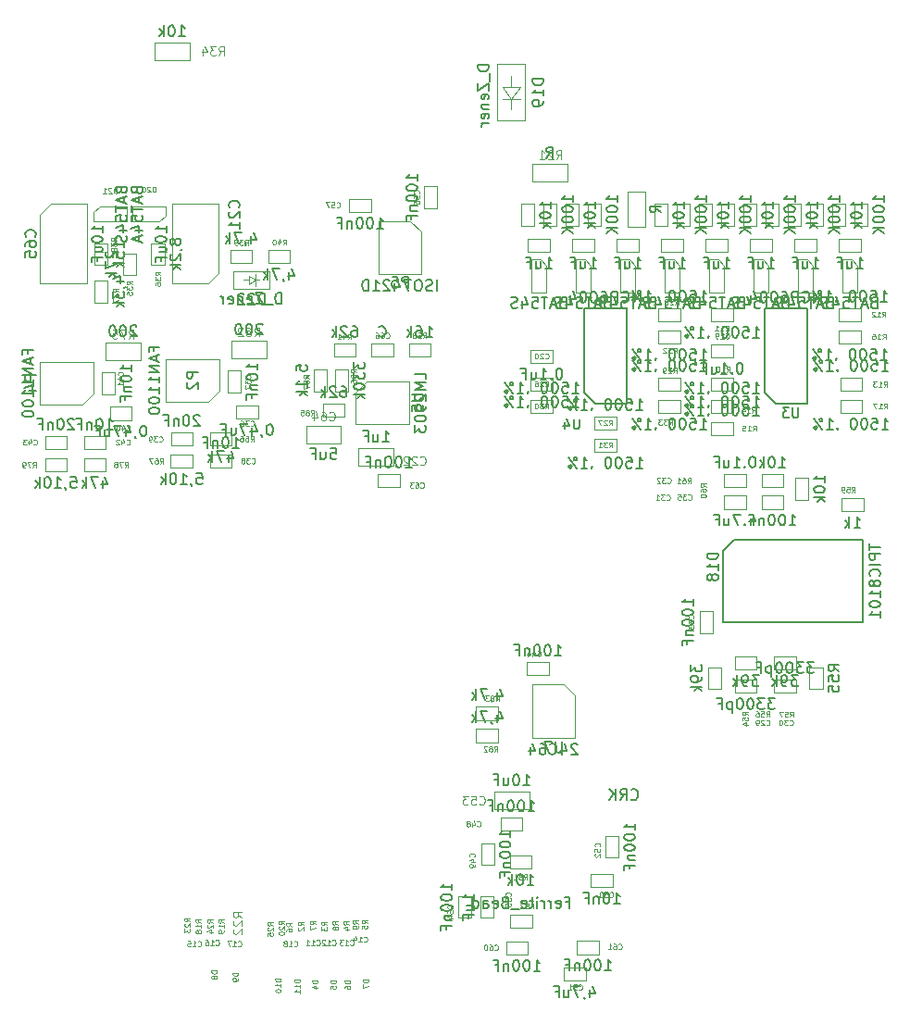
<source format=gbr>
G04 #@! TF.GenerationSoftware,KiCad,Pcbnew,5.1.2-f72e74a~84~ubuntu18.04.1*
G04 #@! TF.CreationDate,2019-08-21T00:14:30+02:00*
G04 #@! TF.ProjectId,Tuareg,54756172-6567-42e6-9b69-6361645f7063,rev?*
G04 #@! TF.SameCoordinates,Original*
G04 #@! TF.FileFunction,Other,Fab,Bot*
%FSLAX46Y46*%
G04 Gerber Fmt 4.6, Leading zero omitted, Abs format (unit mm)*
G04 Created by KiCad (PCBNEW 5.1.2-f72e74a~84~ubuntu18.04.1) date 2019-08-21 00:14:30*
%MOMM*%
%LPD*%
G04 APERTURE LIST*
%ADD10C,0.100000*%
%ADD11C,0.150000*%
%ADD12C,0.080000*%
%ADD13C,0.120000*%
%ADD14C,0.075000*%
%ADD15C,0.135000*%
G04 APERTURE END LIST*
D10*
X98104400Y-73396600D02*
X98104400Y-75396600D01*
X99304400Y-73396600D02*
X98104400Y-73396600D01*
X99304400Y-75396600D02*
X99304400Y-73396600D01*
X98104400Y-75396600D02*
X99304400Y-75396600D01*
X133137400Y-137506000D02*
X135137400Y-137506000D01*
X133137400Y-136306000D02*
X133137400Y-137506000D01*
X135137400Y-136306000D02*
X133137400Y-136306000D01*
X135137400Y-137506000D02*
X135137400Y-136306000D01*
X139639800Y-137480600D02*
X141639800Y-137480600D01*
X139639800Y-136280600D02*
X139639800Y-137480600D01*
X141639800Y-136280600D02*
X139639800Y-136280600D01*
X141639800Y-137480600D02*
X141639800Y-136280600D01*
X125368600Y-71422600D02*
X124368600Y-70422600D01*
X125368600Y-75322600D02*
X125368600Y-71422600D01*
X121468600Y-75322600D02*
X125368600Y-75322600D01*
X121468600Y-70422600D02*
X121468600Y-75322600D01*
X124368600Y-70422600D02*
X121468600Y-70422600D01*
X133602980Y-59323440D02*
X134403080Y-58172820D01*
X133602980Y-59323440D02*
X132853680Y-58172820D01*
X132853680Y-58172820D02*
X134403080Y-58172820D01*
X134403080Y-59323440D02*
X132802880Y-59323440D01*
X133602980Y-58172820D02*
X133602980Y-57174600D01*
X133602980Y-59323440D02*
X133602980Y-60225140D01*
X132304000Y-56074000D02*
X134904000Y-56074000D01*
X132304000Y-61274000D02*
X132304000Y-56074000D01*
X134904000Y-61274000D02*
X132304000Y-61274000D01*
X134904000Y-56074000D02*
X134904000Y-61274000D01*
X151400000Y-73244000D02*
X153400000Y-73244000D01*
X151400000Y-72044000D02*
X151400000Y-73244000D01*
X153400000Y-72044000D02*
X151400000Y-72044000D01*
X153400000Y-73244000D02*
X153400000Y-72044000D01*
X155464000Y-73244000D02*
X157464000Y-73244000D01*
X155464000Y-72044000D02*
X155464000Y-73244000D01*
X157464000Y-72044000D02*
X155464000Y-72044000D01*
X157464000Y-73244000D02*
X157464000Y-72044000D01*
X159528000Y-73244000D02*
X161528000Y-73244000D01*
X159528000Y-72044000D02*
X159528000Y-73244000D01*
X161528000Y-72044000D02*
X159528000Y-72044000D01*
X161528000Y-73244000D02*
X161528000Y-72044000D01*
X163592000Y-73244000D02*
X165592000Y-73244000D01*
X163592000Y-72044000D02*
X163592000Y-73244000D01*
X165592000Y-72044000D02*
X163592000Y-72044000D01*
X165592000Y-73244000D02*
X165592000Y-72044000D01*
X135144000Y-73244000D02*
X137144000Y-73244000D01*
X135144000Y-72044000D02*
X135144000Y-73244000D01*
X137144000Y-72044000D02*
X135144000Y-72044000D01*
X137144000Y-73244000D02*
X137144000Y-72044000D01*
X139208000Y-73244000D02*
X141208000Y-73244000D01*
X139208000Y-72044000D02*
X139208000Y-73244000D01*
X141208000Y-72044000D02*
X139208000Y-72044000D01*
X141208000Y-73244000D02*
X141208000Y-72044000D01*
X143272000Y-73244000D02*
X145272000Y-73244000D01*
X143272000Y-72044000D02*
X143272000Y-73244000D01*
X145272000Y-72044000D02*
X143272000Y-72044000D01*
X145272000Y-73244000D02*
X145272000Y-72044000D01*
X147336000Y-73244000D02*
X149336000Y-73244000D01*
X147336000Y-72044000D02*
X147336000Y-73244000D01*
X149336000Y-72044000D02*
X147336000Y-72044000D01*
X149336000Y-73244000D02*
X149336000Y-72044000D01*
X151908000Y-82896000D02*
X153908000Y-82896000D01*
X151908000Y-81696000D02*
X151908000Y-82896000D01*
X153908000Y-81696000D02*
X151908000Y-81696000D01*
X153908000Y-82896000D02*
X153908000Y-81696000D01*
X135398000Y-83404000D02*
X137398000Y-83404000D01*
X135398000Y-82204000D02*
X135398000Y-83404000D01*
X137398000Y-82204000D02*
X135398000Y-82204000D01*
X137398000Y-83404000D02*
X137398000Y-82204000D01*
X154067000Y-113579200D02*
X156067000Y-113579200D01*
X154067000Y-112379200D02*
X154067000Y-113579200D01*
X156067000Y-112379200D02*
X154067000Y-112379200D01*
X156067000Y-113579200D02*
X156067000Y-112379200D01*
X159648400Y-112379200D02*
X157648400Y-112379200D01*
X159648400Y-113579200D02*
X159648400Y-112379200D01*
X157648400Y-113579200D02*
X159648400Y-113579200D01*
X157648400Y-112379200D02*
X157648400Y-113579200D01*
X153076400Y-96764400D02*
X155076400Y-96764400D01*
X153076400Y-95564400D02*
X153076400Y-96764400D01*
X155076400Y-95564400D02*
X153076400Y-95564400D01*
X155076400Y-96764400D02*
X155076400Y-95564400D01*
X155076400Y-93583200D02*
X153076400Y-93583200D01*
X155076400Y-94783200D02*
X155076400Y-93583200D01*
X153076400Y-94783200D02*
X155076400Y-94783200D01*
X153076400Y-93583200D02*
X153076400Y-94783200D01*
X150832090Y-106107440D02*
X150832090Y-108107440D01*
X152032090Y-106107440D02*
X150832090Y-106107440D01*
X152032090Y-108107440D02*
X152032090Y-106107440D01*
X150832090Y-108107440D02*
X152032090Y-108107440D01*
X156505400Y-96764400D02*
X158505400Y-96764400D01*
X156505400Y-95564400D02*
X156505400Y-96764400D01*
X158505400Y-95564400D02*
X156505400Y-95564400D01*
X158505400Y-96764400D02*
X158505400Y-95564400D01*
X108448600Y-88509400D02*
X110448600Y-88509400D01*
X108448600Y-87309400D02*
X108448600Y-88509400D01*
X110448600Y-87309400D02*
X108448600Y-87309400D01*
X110448600Y-88509400D02*
X110448600Y-87309400D01*
X108905600Y-86115400D02*
X108905600Y-84115400D01*
X107705600Y-86115400D02*
X108905600Y-86115400D01*
X107705600Y-84115400D02*
X107705600Y-86115400D01*
X108905600Y-84115400D02*
X107705600Y-84115400D01*
X108061000Y-91779800D02*
X106061000Y-91779800D01*
X108061000Y-92979800D02*
X108061000Y-91779800D01*
X106061000Y-92979800D02*
X108061000Y-92979800D01*
X106061000Y-91779800D02*
X106061000Y-92979800D01*
X104479600Y-89773200D02*
X102479600Y-89773200D01*
X104479600Y-90973200D02*
X104479600Y-89773200D01*
X102479600Y-90973200D02*
X104479600Y-90973200D01*
X102479600Y-89773200D02*
X102479600Y-90973200D01*
X98891600Y-88636400D02*
X98891600Y-87436400D01*
X98891600Y-87436400D02*
X96891600Y-87436400D01*
X96891600Y-87436400D02*
X96891600Y-88636400D01*
X96891600Y-88636400D02*
X98891600Y-88636400D01*
X97348600Y-86267800D02*
X97348600Y-84267800D01*
X96148600Y-86267800D02*
X97348600Y-86267800D01*
X96148600Y-84267800D02*
X96148600Y-86267800D01*
X97348600Y-84267800D02*
X96148600Y-84267800D01*
X96529400Y-90103400D02*
X94529400Y-90103400D01*
X96529400Y-91303400D02*
X96529400Y-90103400D01*
X94529400Y-91303400D02*
X96529400Y-91303400D01*
X94529400Y-90103400D02*
X94529400Y-91303400D01*
X92973400Y-90103400D02*
X90973400Y-90103400D01*
X92973400Y-91303400D02*
X92973400Y-90103400D01*
X90973400Y-91303400D02*
X92973400Y-91303400D01*
X90973400Y-90103400D02*
X90973400Y-91303400D01*
X137042400Y-110779000D02*
X135042400Y-110779000D01*
X137042400Y-111979000D02*
X137042400Y-110779000D01*
X135042400Y-111979000D02*
X137042400Y-111979000D01*
X135042400Y-110779000D02*
X135042400Y-111979000D01*
X134629400Y-125003000D02*
X132629400Y-125003000D01*
X134629400Y-126203000D02*
X134629400Y-125003000D01*
X132629400Y-126203000D02*
X134629400Y-126203000D01*
X132629400Y-125003000D02*
X132629400Y-126203000D01*
X132045000Y-129320800D02*
X132045000Y-127320800D01*
X130845000Y-129320800D02*
X132045000Y-129320800D01*
X130845000Y-127320800D02*
X130845000Y-129320800D01*
X132045000Y-127320800D02*
X130845000Y-127320800D01*
X140909800Y-131359200D02*
X142909800Y-131359200D01*
X140909800Y-130159200D02*
X140909800Y-131359200D01*
X142909800Y-130159200D02*
X140909800Y-130159200D01*
X142909800Y-131359200D02*
X142909800Y-130159200D01*
X138420600Y-139919000D02*
X140420600Y-139919000D01*
X138420600Y-138719000D02*
X138420600Y-139919000D01*
X140420600Y-138719000D02*
X138420600Y-138719000D01*
X140420600Y-139919000D02*
X140420600Y-138719000D01*
X143424200Y-128660400D02*
X143424200Y-126660400D01*
X142224200Y-128660400D02*
X143424200Y-128660400D01*
X142224200Y-126660400D02*
X142224200Y-128660400D01*
X143424200Y-126660400D02*
X142224200Y-126660400D01*
X135251800Y-122618600D02*
X132051800Y-122618600D01*
X135251800Y-124218600D02*
X135251800Y-122618600D01*
X132051800Y-124218600D02*
X135251800Y-124218600D01*
X132051800Y-122618600D02*
X132051800Y-124218600D01*
X128787600Y-132172200D02*
X128787600Y-134172200D01*
X129987600Y-132172200D02*
X128787600Y-132172200D01*
X129987600Y-134172200D02*
X129987600Y-132172200D01*
X128787600Y-134172200D02*
X129987600Y-134172200D01*
X130819600Y-132172200D02*
X130819600Y-134172200D01*
X132019600Y-132172200D02*
X130819600Y-132172200D01*
X132019600Y-134172200D02*
X132019600Y-132172200D01*
X130819600Y-134172200D02*
X132019600Y-134172200D01*
X125612600Y-67275200D02*
X125612600Y-69275200D01*
X126812600Y-67275200D02*
X125612600Y-67275200D01*
X126812600Y-69275200D02*
X126812600Y-67275200D01*
X125612600Y-69275200D02*
X126812600Y-69275200D01*
X118811800Y-69611800D02*
X120811800Y-69611800D01*
X118811800Y-68411800D02*
X118811800Y-69611800D01*
X120811800Y-68411800D02*
X118811800Y-68411800D01*
X120811800Y-69611800D02*
X120811800Y-68411800D01*
X153100000Y-76958000D02*
X151700000Y-76958000D01*
X151700000Y-73918000D02*
X151700000Y-76958000D01*
X153100000Y-74488000D02*
X152550000Y-73918000D01*
X152550000Y-73918000D02*
X151700000Y-73918000D01*
X153100000Y-74488000D02*
X153100000Y-76938000D01*
X157164000Y-76958000D02*
X155764000Y-76958000D01*
X155764000Y-73918000D02*
X155764000Y-76958000D01*
X157164000Y-74488000D02*
X156614000Y-73918000D01*
X156614000Y-73918000D02*
X155764000Y-73918000D01*
X157164000Y-74488000D02*
X157164000Y-76938000D01*
X161228000Y-76958000D02*
X159828000Y-76958000D01*
X159828000Y-73918000D02*
X159828000Y-76958000D01*
X161228000Y-74488000D02*
X160678000Y-73918000D01*
X160678000Y-73918000D02*
X159828000Y-73918000D01*
X161228000Y-74488000D02*
X161228000Y-76938000D01*
X165292000Y-76958000D02*
X163892000Y-76958000D01*
X163892000Y-73918000D02*
X163892000Y-76958000D01*
X165292000Y-74488000D02*
X164742000Y-73918000D01*
X164742000Y-73918000D02*
X163892000Y-73918000D01*
X165292000Y-74488000D02*
X165292000Y-76938000D01*
X136844000Y-76958000D02*
X135444000Y-76958000D01*
X135444000Y-73918000D02*
X135444000Y-76958000D01*
X136844000Y-74488000D02*
X136294000Y-73918000D01*
X136294000Y-73918000D02*
X135444000Y-73918000D01*
X136844000Y-74488000D02*
X136844000Y-76938000D01*
X140908000Y-76958000D02*
X139508000Y-76958000D01*
X139508000Y-73918000D02*
X139508000Y-76958000D01*
X140908000Y-74488000D02*
X140358000Y-73918000D01*
X140358000Y-73918000D02*
X139508000Y-73918000D01*
X140908000Y-74488000D02*
X140908000Y-76938000D01*
X144972000Y-76958000D02*
X143572000Y-76958000D01*
X143572000Y-73918000D02*
X143572000Y-76958000D01*
X144972000Y-74488000D02*
X144422000Y-73918000D01*
X144422000Y-73918000D02*
X143572000Y-73918000D01*
X144972000Y-74488000D02*
X144972000Y-76938000D01*
X149036000Y-76958000D02*
X147636000Y-76958000D01*
X147636000Y-73918000D02*
X147636000Y-76958000D01*
X149036000Y-74488000D02*
X148486000Y-73918000D01*
X148486000Y-73918000D02*
X147636000Y-73918000D01*
X149036000Y-74488000D02*
X149036000Y-76938000D01*
D11*
X154007690Y-99623640D02*
X153007690Y-100623640D01*
X165807690Y-99623640D02*
X154007690Y-99623640D01*
X165807690Y-107123640D02*
X165807690Y-99623640D01*
X153007690Y-107123640D02*
X165807690Y-107123640D01*
X153007690Y-100623640D02*
X153007690Y-107123640D01*
D10*
X135543800Y-133842200D02*
X133543800Y-133842200D01*
X135543800Y-135042200D02*
X135543800Y-133842200D01*
X133543800Y-135042200D02*
X135543800Y-135042200D01*
X133543800Y-133842200D02*
X133543800Y-135042200D01*
X105945600Y-86938400D02*
X106945600Y-85938400D01*
X102045600Y-86938400D02*
X105945600Y-86938400D01*
X102045600Y-83038400D02*
X102045600Y-86938400D01*
X106945600Y-83038400D02*
X102045600Y-83038400D01*
X106945600Y-85938400D02*
X106945600Y-83038400D01*
X94414000Y-87217800D02*
X95414000Y-86217800D01*
X90514000Y-87217800D02*
X94414000Y-87217800D01*
X90514000Y-83317800D02*
X90514000Y-87217800D01*
X95414000Y-83317800D02*
X90514000Y-83317800D01*
X95414000Y-86217800D02*
X95414000Y-83317800D01*
X154016000Y-70850000D02*
X154016000Y-68850000D01*
X152816000Y-70850000D02*
X154016000Y-70850000D01*
X152816000Y-68850000D02*
X152816000Y-70850000D01*
X154016000Y-68850000D02*
X152816000Y-68850000D01*
X158080000Y-70850000D02*
X158080000Y-68850000D01*
X156880000Y-70850000D02*
X158080000Y-70850000D01*
X156880000Y-68850000D02*
X156880000Y-70850000D01*
X158080000Y-68850000D02*
X156880000Y-68850000D01*
X162144000Y-70850000D02*
X162144000Y-68850000D01*
X160944000Y-70850000D02*
X162144000Y-70850000D01*
X160944000Y-68850000D02*
X160944000Y-70850000D01*
X162144000Y-68850000D02*
X160944000Y-68850000D01*
X166208000Y-70850000D02*
X166208000Y-68850000D01*
X165008000Y-70850000D02*
X166208000Y-70850000D01*
X165008000Y-68850000D02*
X165008000Y-70850000D01*
X166208000Y-68850000D02*
X165008000Y-68850000D01*
X151984000Y-70850000D02*
X151984000Y-68850000D01*
X150784000Y-70850000D02*
X151984000Y-70850000D01*
X150784000Y-68850000D02*
X150784000Y-70850000D01*
X151984000Y-68850000D02*
X150784000Y-68850000D01*
X156048000Y-70850000D02*
X156048000Y-68850000D01*
X154848000Y-70850000D02*
X156048000Y-70850000D01*
X154848000Y-68850000D02*
X154848000Y-70850000D01*
X156048000Y-68850000D02*
X154848000Y-68850000D01*
X160112000Y-70850000D02*
X160112000Y-68850000D01*
X158912000Y-70850000D02*
X160112000Y-70850000D01*
X158912000Y-68850000D02*
X158912000Y-70850000D01*
X160112000Y-68850000D02*
X158912000Y-68850000D01*
X164176000Y-70850000D02*
X164176000Y-68850000D01*
X162976000Y-70850000D02*
X164176000Y-70850000D01*
X162976000Y-68850000D02*
X162976000Y-70850000D01*
X164176000Y-68850000D02*
X162976000Y-68850000D01*
X151908000Y-85944000D02*
X153908000Y-85944000D01*
X151908000Y-84744000D02*
X151908000Y-85944000D01*
X153908000Y-84744000D02*
X151908000Y-84744000D01*
X153908000Y-85944000D02*
X153908000Y-84744000D01*
X151908000Y-79594000D02*
X153908000Y-79594000D01*
X151908000Y-78394000D02*
X151908000Y-79594000D01*
X153908000Y-78394000D02*
X151908000Y-78394000D01*
X153908000Y-79594000D02*
X153908000Y-78394000D01*
X165592000Y-78394000D02*
X163592000Y-78394000D01*
X165592000Y-79594000D02*
X165592000Y-78394000D01*
X163592000Y-79594000D02*
X165592000Y-79594000D01*
X163592000Y-78394000D02*
X163592000Y-79594000D01*
X165693600Y-84744000D02*
X163693600Y-84744000D01*
X165693600Y-85944000D02*
X165693600Y-84744000D01*
X163693600Y-85944000D02*
X165693600Y-85944000D01*
X163693600Y-84744000D02*
X163693600Y-85944000D01*
X153908000Y-86776000D02*
X151908000Y-86776000D01*
X153908000Y-87976000D02*
X153908000Y-86776000D01*
X151908000Y-87976000D02*
X153908000Y-87976000D01*
X151908000Y-86776000D02*
X151908000Y-87976000D01*
X153908000Y-88808000D02*
X151908000Y-88808000D01*
X153908000Y-90008000D02*
X153908000Y-88808000D01*
X151908000Y-90008000D02*
X153908000Y-90008000D01*
X151908000Y-88808000D02*
X151908000Y-90008000D01*
X163592000Y-81626000D02*
X165592000Y-81626000D01*
X163592000Y-80426000D02*
X163592000Y-81626000D01*
X165592000Y-80426000D02*
X163592000Y-80426000D01*
X165592000Y-81626000D02*
X165592000Y-80426000D01*
X163693600Y-87976000D02*
X165693600Y-87976000D01*
X163693600Y-86776000D02*
X163693600Y-87976000D01*
X165693600Y-86776000D02*
X163693600Y-86776000D01*
X165693600Y-87976000D02*
X165693600Y-86776000D01*
X137760000Y-70850000D02*
X137760000Y-68850000D01*
X136560000Y-70850000D02*
X137760000Y-70850000D01*
X136560000Y-68850000D02*
X136560000Y-70850000D01*
X137760000Y-68850000D02*
X136560000Y-68850000D01*
X141824000Y-70850000D02*
X141824000Y-68850000D01*
X140624000Y-70850000D02*
X141824000Y-70850000D01*
X140624000Y-68850000D02*
X140624000Y-70850000D01*
X141824000Y-68850000D02*
X140624000Y-68850000D01*
X149952000Y-70850000D02*
X149952000Y-68850000D01*
X148752000Y-70850000D02*
X149952000Y-70850000D01*
X148752000Y-68850000D02*
X148752000Y-70850000D01*
X149952000Y-68850000D02*
X148752000Y-68850000D01*
X138760000Y-65240000D02*
X135560000Y-65240000D01*
X138760000Y-66840000D02*
X138760000Y-65240000D01*
X135560000Y-66840000D02*
X138760000Y-66840000D01*
X135560000Y-65240000D02*
X135560000Y-66840000D01*
X145834000Y-70942000D02*
X145834000Y-67742000D01*
X144234000Y-70942000D02*
X145834000Y-70942000D01*
X144234000Y-67742000D02*
X144234000Y-70942000D01*
X145834000Y-67742000D02*
X144234000Y-67742000D01*
X135728000Y-70850000D02*
X135728000Y-68850000D01*
X134528000Y-70850000D02*
X135728000Y-70850000D01*
X134528000Y-68850000D02*
X134528000Y-70850000D01*
X135728000Y-68850000D02*
X134528000Y-68850000D01*
X139792000Y-70850000D02*
X139792000Y-68850000D01*
X138592000Y-70850000D02*
X139792000Y-70850000D01*
X138592000Y-68850000D02*
X138592000Y-70850000D01*
X139792000Y-68850000D02*
X138592000Y-68850000D01*
X147920000Y-70850000D02*
X147920000Y-68850000D01*
X146720000Y-70850000D02*
X147920000Y-70850000D01*
X146720000Y-68850000D02*
X146720000Y-70850000D01*
X147920000Y-68850000D02*
X146720000Y-68850000D01*
X135398000Y-85944000D02*
X137398000Y-85944000D01*
X135398000Y-84744000D02*
X135398000Y-85944000D01*
X137398000Y-84744000D02*
X135398000Y-84744000D01*
X137398000Y-85944000D02*
X137398000Y-84744000D01*
X143240000Y-88300000D02*
X141240000Y-88300000D01*
X143240000Y-89500000D02*
X143240000Y-88300000D01*
X141240000Y-89500000D02*
X143240000Y-89500000D01*
X141240000Y-88300000D02*
X141240000Y-89500000D01*
X149082000Y-78394000D02*
X147082000Y-78394000D01*
X149082000Y-79594000D02*
X149082000Y-78394000D01*
X147082000Y-79594000D02*
X149082000Y-79594000D01*
X147082000Y-78394000D02*
X147082000Y-79594000D01*
X149082000Y-84744000D02*
X147082000Y-84744000D01*
X149082000Y-85944000D02*
X149082000Y-84744000D01*
X147082000Y-85944000D02*
X149082000Y-85944000D01*
X147082000Y-84744000D02*
X147082000Y-85944000D01*
X137398000Y-86776000D02*
X135398000Y-86776000D01*
X137398000Y-87976000D02*
X137398000Y-86776000D01*
X135398000Y-87976000D02*
X137398000Y-87976000D01*
X135398000Y-86776000D02*
X135398000Y-87976000D01*
X141240000Y-91532000D02*
X143240000Y-91532000D01*
X141240000Y-90332000D02*
X141240000Y-91532000D01*
X143240000Y-90332000D02*
X141240000Y-90332000D01*
X143240000Y-91532000D02*
X143240000Y-90332000D01*
X147082000Y-81626000D02*
X149082000Y-81626000D01*
X147082000Y-80426000D02*
X147082000Y-81626000D01*
X149082000Y-80426000D02*
X147082000Y-80426000D01*
X149082000Y-81626000D02*
X149082000Y-80426000D01*
X147082000Y-87976000D02*
X149082000Y-87976000D01*
X147082000Y-86776000D02*
X147082000Y-87976000D01*
X149082000Y-86776000D02*
X147082000Y-86776000D01*
X149082000Y-87976000D02*
X149082000Y-86776000D01*
X151647600Y-111242600D02*
X151647600Y-113242600D01*
X152847600Y-111242600D02*
X151647600Y-111242600D01*
X152847600Y-113242600D02*
X152847600Y-111242600D01*
X151647600Y-113242600D02*
X152847600Y-113242600D01*
X160893200Y-111242600D02*
X160893200Y-113242600D01*
X162093200Y-111242600D02*
X160893200Y-111242600D01*
X162093200Y-113242600D02*
X162093200Y-111242600D01*
X160893200Y-113242600D02*
X162093200Y-113242600D01*
X154067000Y-111471000D02*
X156067000Y-111471000D01*
X154067000Y-110271000D02*
X154067000Y-111471000D01*
X156067000Y-110271000D02*
X154067000Y-110271000D01*
X156067000Y-111471000D02*
X156067000Y-110271000D01*
X157648400Y-111471000D02*
X159648400Y-111471000D01*
X157648400Y-110271000D02*
X157648400Y-111471000D01*
X159648400Y-110271000D02*
X157648400Y-110271000D01*
X159648400Y-111471000D02*
X159648400Y-110271000D01*
X163846000Y-96993000D02*
X165846000Y-96993000D01*
X163846000Y-95793000D02*
X163846000Y-96993000D01*
X165846000Y-95793000D02*
X163846000Y-95793000D01*
X165846000Y-96993000D02*
X165846000Y-95793000D01*
X160797800Y-95919800D02*
X160797800Y-93919800D01*
X159597800Y-95919800D02*
X160797800Y-95919800D01*
X159597800Y-93919800D02*
X159597800Y-95919800D01*
X160797800Y-93919800D02*
X159597800Y-93919800D01*
X158505400Y-93583200D02*
X156505400Y-93583200D01*
X158505400Y-94783200D02*
X158505400Y-93583200D01*
X156505400Y-94783200D02*
X158505400Y-94783200D01*
X156505400Y-93583200D02*
X156505400Y-94783200D01*
X111226400Y-81394400D02*
X108026400Y-81394400D01*
X111226400Y-82994400D02*
X111226400Y-81394400D01*
X108026400Y-82994400D02*
X111226400Y-82994400D01*
X108026400Y-81394400D02*
X108026400Y-82994400D01*
X106061000Y-90973200D02*
X108061000Y-90973200D01*
X106061000Y-89773200D02*
X106061000Y-90973200D01*
X108061000Y-89773200D02*
X106061000Y-89773200D01*
X108061000Y-90973200D02*
X108061000Y-89773200D01*
X102477300Y-93005200D02*
X104477300Y-93005200D01*
X102477300Y-91805200D02*
X102477300Y-93005200D01*
X104477300Y-91805200D02*
X102477300Y-91805200D01*
X104477300Y-93005200D02*
X104477300Y-91805200D01*
X99694800Y-81546800D02*
X96494800Y-81546800D01*
X99694800Y-83146800D02*
X99694800Y-81546800D01*
X96494800Y-83146800D02*
X99694800Y-83146800D01*
X96494800Y-81546800D02*
X96494800Y-83146800D01*
X94529400Y-93335400D02*
X96529400Y-93335400D01*
X94529400Y-92135400D02*
X94529400Y-93335400D01*
X96529400Y-92135400D02*
X94529400Y-92135400D01*
X96529400Y-93335400D02*
X96529400Y-92135400D01*
X92973400Y-93335400D02*
X92973400Y-92135400D01*
X92973400Y-92135400D02*
X90973400Y-92135400D01*
X90973400Y-92135400D02*
X90973400Y-93335400D01*
X90973400Y-93335400D02*
X92973400Y-93335400D01*
X133493000Y-129657400D02*
X135493000Y-129657400D01*
X133493000Y-128457400D02*
X133493000Y-129657400D01*
X135493000Y-128457400D02*
X133493000Y-128457400D01*
X135493000Y-129657400D02*
X135493000Y-128457400D01*
X132408227Y-116889295D02*
X130408227Y-116889295D01*
X132408227Y-118089295D02*
X132408227Y-116889295D01*
X130408227Y-118089295D02*
X132408227Y-118089295D01*
X130408227Y-116889295D02*
X130408227Y-118089295D01*
X132408227Y-114857295D02*
X130408227Y-114857295D01*
X132408227Y-116057295D02*
X132408227Y-114857295D01*
X130408227Y-116057295D02*
X132408227Y-116057295D01*
X130408227Y-114857295D02*
X130408227Y-116057295D01*
D11*
X156800000Y-86154000D02*
X157800000Y-87154000D01*
X156800000Y-78454000D02*
X156800000Y-86154000D01*
X160700000Y-78454000D02*
X156800000Y-78454000D01*
X160700000Y-87154000D02*
X160700000Y-78454000D01*
X157800000Y-87154000D02*
X160700000Y-87154000D01*
X140290000Y-86154000D02*
X141290000Y-87154000D01*
X140290000Y-78454000D02*
X140290000Y-86154000D01*
X144190000Y-78454000D02*
X140290000Y-78454000D01*
X144190000Y-87154000D02*
X144190000Y-78454000D01*
X141290000Y-87154000D02*
X144190000Y-87154000D01*
D10*
X139400505Y-113829227D02*
X138400505Y-112829227D01*
X139400505Y-117729227D02*
X139400505Y-113829227D01*
X135500505Y-117729227D02*
X139400505Y-117729227D01*
X135500505Y-112829227D02*
X135500505Y-117729227D01*
X138400505Y-112829227D02*
X135500505Y-112829227D01*
X106874200Y-68867000D02*
X106874200Y-75167000D01*
X106874200Y-75167000D02*
X105874200Y-76167000D01*
X105874200Y-76167000D02*
X102574200Y-76167000D01*
X102574200Y-76167000D02*
X102574200Y-68867000D01*
X102574200Y-68867000D02*
X106874200Y-68867000D01*
X122856600Y-91198800D02*
X119656600Y-91198800D01*
X122856600Y-92798800D02*
X122856600Y-91198800D01*
X119656600Y-92798800D02*
X122856600Y-92798800D01*
X119656600Y-91198800D02*
X119656600Y-92798800D01*
X121428000Y-93557800D02*
X121428000Y-94757800D01*
X121428000Y-94757800D02*
X123428000Y-94757800D01*
X123428000Y-94757800D02*
X123428000Y-93557800D01*
X123428000Y-93557800D02*
X121428000Y-93557800D01*
X118056000Y-90741400D02*
X118056000Y-89141400D01*
X118056000Y-89141400D02*
X114856000Y-89141400D01*
X114856000Y-89141400D02*
X114856000Y-90741400D01*
X114856000Y-90741400D02*
X118056000Y-90741400D01*
X94834600Y-76167000D02*
X90534600Y-76167000D01*
X94834600Y-68867000D02*
X94834600Y-76167000D01*
X91534600Y-68867000D02*
X94834600Y-68867000D01*
X90534600Y-69867000D02*
X91534600Y-68867000D01*
X90534600Y-76167000D02*
X90534600Y-69867000D01*
X122818400Y-81645200D02*
X120818400Y-81645200D01*
X122818400Y-82845200D02*
X122818400Y-81645200D01*
X120818400Y-82845200D02*
X122818400Y-82845200D01*
X120818400Y-81645200D02*
X120818400Y-82845200D01*
X98987800Y-70499200D02*
X98987800Y-69099200D01*
X102027800Y-69099200D02*
X98987800Y-69099200D01*
X101457800Y-70499200D02*
X102027800Y-69949200D01*
X102027800Y-69949200D02*
X102027800Y-69099200D01*
X101457800Y-70499200D02*
X99007800Y-70499200D01*
X95976400Y-69099200D02*
X98426400Y-69099200D01*
X95406400Y-69649200D02*
X95406400Y-70499200D01*
X95976400Y-69099200D02*
X95406400Y-69649200D01*
X95406400Y-70499200D02*
X98446400Y-70499200D01*
X98446400Y-69099200D02*
X98446400Y-70499200D01*
X108205000Y-75019000D02*
X108205000Y-76619000D01*
X108205000Y-76619000D02*
X111505000Y-76619000D01*
X111505000Y-76619000D02*
X111505000Y-75019000D01*
X111505000Y-75019000D02*
X108205000Y-75019000D01*
X109605000Y-75819000D02*
X109105000Y-75819000D01*
X109605000Y-76219000D02*
X110205000Y-75819000D01*
X109605000Y-75419000D02*
X109605000Y-76219000D01*
X110205000Y-75819000D02*
X109605000Y-75419000D01*
X110205000Y-75819000D02*
X110205000Y-76369000D01*
X110205000Y-75819000D02*
X110205000Y-75269000D01*
X110605000Y-75819000D02*
X110205000Y-75819000D01*
X101013000Y-54114800D02*
X101013000Y-55714800D01*
X101013000Y-55714800D02*
X104213000Y-55714800D01*
X104213000Y-55714800D02*
X104213000Y-54114800D01*
X104213000Y-54114800D02*
X101013000Y-54114800D01*
X101895200Y-72456800D02*
X100695200Y-72456800D01*
X100695200Y-72456800D02*
X100695200Y-74456800D01*
X100695200Y-74456800D02*
X101895200Y-74456800D01*
X101895200Y-74456800D02*
X101895200Y-72456800D01*
X96713600Y-77885800D02*
X96713600Y-75885800D01*
X95513600Y-77885800D02*
X96713600Y-77885800D01*
X95513600Y-75885800D02*
X95513600Y-77885800D01*
X96713600Y-75885800D02*
X95513600Y-75885800D01*
X96713600Y-72456800D02*
X95513600Y-72456800D01*
X95513600Y-72456800D02*
X95513600Y-74456800D01*
X95513600Y-74456800D02*
X96713600Y-74456800D01*
X96713600Y-74456800D02*
X96713600Y-72456800D01*
X107915200Y-73085400D02*
X107915200Y-74285400D01*
X107915200Y-74285400D02*
X109915200Y-74285400D01*
X109915200Y-74285400D02*
X109915200Y-73085400D01*
X109915200Y-73085400D02*
X107915200Y-73085400D01*
X113369600Y-74285400D02*
X113369600Y-73085400D01*
X113369600Y-73085400D02*
X111369600Y-73085400D01*
X111369600Y-73085400D02*
X111369600Y-74285400D01*
X111369600Y-74285400D02*
X113369600Y-74285400D01*
X117389400Y-81645200D02*
X117389400Y-82845200D01*
X117389400Y-82845200D02*
X119389400Y-82845200D01*
X119389400Y-82845200D02*
X119389400Y-81645200D01*
X119389400Y-81645200D02*
X117389400Y-81645200D01*
X124247400Y-81645200D02*
X124247400Y-82845200D01*
X124247400Y-82845200D02*
X126247400Y-82845200D01*
X126247400Y-82845200D02*
X126247400Y-81645200D01*
X126247400Y-81645200D02*
X124247400Y-81645200D01*
X118373400Y-87131600D02*
X116373400Y-87131600D01*
X118373400Y-88331600D02*
X118373400Y-87131600D01*
X116373400Y-88331600D02*
X118373400Y-88331600D01*
X116373400Y-87131600D02*
X116373400Y-88331600D01*
X118710000Y-86013800D02*
X118710000Y-84013800D01*
X117510000Y-86013800D02*
X118710000Y-86013800D01*
X117510000Y-84013800D02*
X117510000Y-86013800D01*
X118710000Y-84013800D02*
X117510000Y-84013800D01*
X115528800Y-86013800D02*
X116728800Y-86013800D01*
X116728800Y-86013800D02*
X116728800Y-84013800D01*
X116728800Y-84013800D02*
X115528800Y-84013800D01*
X115528800Y-84013800D02*
X115528800Y-86013800D01*
X120393800Y-85095800D02*
X119393800Y-86095800D01*
X124293800Y-85095800D02*
X120393800Y-85095800D01*
X124293800Y-88995800D02*
X124293800Y-85095800D01*
X119393800Y-88995800D02*
X124293800Y-88995800D01*
X119393800Y-86095800D02*
X119393800Y-88995800D01*
D11*
X144581476Y-123293142D02*
X144629095Y-123340761D01*
X144771952Y-123388380D01*
X144867190Y-123388380D01*
X145010047Y-123340761D01*
X145105285Y-123245523D01*
X145152904Y-123150285D01*
X145200523Y-122959809D01*
X145200523Y-122816952D01*
X145152904Y-122626476D01*
X145105285Y-122531238D01*
X145010047Y-122436000D01*
X144867190Y-122388380D01*
X144771952Y-122388380D01*
X144629095Y-122436000D01*
X144581476Y-122483619D01*
X143581476Y-123388380D02*
X143914809Y-122912190D01*
X144152904Y-123388380D02*
X144152904Y-122388380D01*
X143771952Y-122388380D01*
X143676714Y-122436000D01*
X143629095Y-122483619D01*
X143581476Y-122578857D01*
X143581476Y-122721714D01*
X143629095Y-122816952D01*
X143676714Y-122864571D01*
X143771952Y-122912190D01*
X144152904Y-122912190D01*
X143152904Y-123388380D02*
X143152904Y-122388380D01*
X142581476Y-123388380D02*
X143010047Y-122816952D01*
X142581476Y-122388380D02*
X143152904Y-122959809D01*
X96602019Y-73229933D02*
X96554400Y-73277552D01*
X96506780Y-73372790D01*
X96506780Y-73610885D01*
X96554400Y-73706123D01*
X96602019Y-73753742D01*
X96697257Y-73801361D01*
X96792495Y-73801361D01*
X96935352Y-73753742D01*
X97506780Y-73182314D01*
X97506780Y-73801361D01*
X96506780Y-74134695D02*
X96506780Y-74801361D01*
X97506780Y-74372790D01*
X97506780Y-75182314D02*
X96506780Y-75182314D01*
X97125828Y-75277552D02*
X97506780Y-75563266D01*
X96840114Y-75563266D02*
X97221066Y-75182314D01*
D12*
X98930590Y-76259571D02*
X98692495Y-76092904D01*
X98930590Y-75973857D02*
X98430590Y-75973857D01*
X98430590Y-76164333D01*
X98454400Y-76211952D01*
X98478209Y-76235761D01*
X98525828Y-76259571D01*
X98597257Y-76259571D01*
X98644876Y-76235761D01*
X98668685Y-76211952D01*
X98692495Y-76164333D01*
X98692495Y-75973857D01*
X98430590Y-76426238D02*
X98430590Y-76735761D01*
X98621066Y-76569095D01*
X98621066Y-76640523D01*
X98644876Y-76688142D01*
X98668685Y-76711952D01*
X98716304Y-76735761D01*
X98835352Y-76735761D01*
X98882971Y-76711952D01*
X98906780Y-76688142D01*
X98930590Y-76640523D01*
X98930590Y-76497666D01*
X98906780Y-76450047D01*
X98882971Y-76426238D01*
X98430590Y-77188142D02*
X98430590Y-76950047D01*
X98668685Y-76926238D01*
X98644876Y-76950047D01*
X98621066Y-76997666D01*
X98621066Y-77116714D01*
X98644876Y-77164333D01*
X98668685Y-77188142D01*
X98716304Y-77211952D01*
X98835352Y-77211952D01*
X98882971Y-77188142D01*
X98906780Y-77164333D01*
X98930590Y-77116714D01*
X98930590Y-76997666D01*
X98906780Y-76950047D01*
X98882971Y-76926238D01*
D11*
X135685019Y-139008380D02*
X136256447Y-139008380D01*
X135970733Y-139008380D02*
X135970733Y-138008380D01*
X136065971Y-138151238D01*
X136161209Y-138246476D01*
X136256447Y-138294095D01*
X135065971Y-138008380D02*
X134970733Y-138008380D01*
X134875495Y-138056000D01*
X134827876Y-138103619D01*
X134780257Y-138198857D01*
X134732638Y-138389333D01*
X134732638Y-138627428D01*
X134780257Y-138817904D01*
X134827876Y-138913142D01*
X134875495Y-138960761D01*
X134970733Y-139008380D01*
X135065971Y-139008380D01*
X135161209Y-138960761D01*
X135208828Y-138913142D01*
X135256447Y-138817904D01*
X135304066Y-138627428D01*
X135304066Y-138389333D01*
X135256447Y-138198857D01*
X135208828Y-138103619D01*
X135161209Y-138056000D01*
X135065971Y-138008380D01*
X134113590Y-138008380D02*
X134018352Y-138008380D01*
X133923114Y-138056000D01*
X133875495Y-138103619D01*
X133827876Y-138198857D01*
X133780257Y-138389333D01*
X133780257Y-138627428D01*
X133827876Y-138817904D01*
X133875495Y-138913142D01*
X133923114Y-138960761D01*
X134018352Y-139008380D01*
X134113590Y-139008380D01*
X134208828Y-138960761D01*
X134256447Y-138913142D01*
X134304066Y-138817904D01*
X134351685Y-138627428D01*
X134351685Y-138389333D01*
X134304066Y-138198857D01*
X134256447Y-138103619D01*
X134208828Y-138056000D01*
X134113590Y-138008380D01*
X133351685Y-138341714D02*
X133351685Y-139008380D01*
X133351685Y-138436952D02*
X133304066Y-138389333D01*
X133208828Y-138341714D01*
X133065971Y-138341714D01*
X132970733Y-138389333D01*
X132923114Y-138484571D01*
X132923114Y-139008380D01*
X132113590Y-138484571D02*
X132446923Y-138484571D01*
X132446923Y-139008380D02*
X132446923Y-138008380D01*
X131970733Y-138008380D01*
D12*
X132096628Y-137059171D02*
X132120438Y-137082980D01*
X132191866Y-137106790D01*
X132239485Y-137106790D01*
X132310914Y-137082980D01*
X132358533Y-137035361D01*
X132382342Y-136987742D01*
X132406152Y-136892504D01*
X132406152Y-136821076D01*
X132382342Y-136725838D01*
X132358533Y-136678219D01*
X132310914Y-136630600D01*
X132239485Y-136606790D01*
X132191866Y-136606790D01*
X132120438Y-136630600D01*
X132096628Y-136654409D01*
X131668057Y-136606790D02*
X131763295Y-136606790D01*
X131810914Y-136630600D01*
X131834723Y-136654409D01*
X131882342Y-136725838D01*
X131906152Y-136821076D01*
X131906152Y-137011552D01*
X131882342Y-137059171D01*
X131858533Y-137082980D01*
X131810914Y-137106790D01*
X131715676Y-137106790D01*
X131668057Y-137082980D01*
X131644247Y-137059171D01*
X131620438Y-137011552D01*
X131620438Y-136892504D01*
X131644247Y-136844885D01*
X131668057Y-136821076D01*
X131715676Y-136797266D01*
X131810914Y-136797266D01*
X131858533Y-136821076D01*
X131882342Y-136844885D01*
X131906152Y-136892504D01*
X131310914Y-136606790D02*
X131263295Y-136606790D01*
X131215676Y-136630600D01*
X131191866Y-136654409D01*
X131168057Y-136702028D01*
X131144247Y-136797266D01*
X131144247Y-136916314D01*
X131168057Y-137011552D01*
X131191866Y-137059171D01*
X131215676Y-137082980D01*
X131263295Y-137106790D01*
X131310914Y-137106790D01*
X131358533Y-137082980D01*
X131382342Y-137059171D01*
X131406152Y-137011552D01*
X131429961Y-136916314D01*
X131429961Y-136797266D01*
X131406152Y-136702028D01*
X131382342Y-136654409D01*
X131358533Y-136630600D01*
X131310914Y-136606790D01*
D11*
X142187419Y-138982980D02*
X142758847Y-138982980D01*
X142473133Y-138982980D02*
X142473133Y-137982980D01*
X142568371Y-138125838D01*
X142663609Y-138221076D01*
X142758847Y-138268695D01*
X141568371Y-137982980D02*
X141473133Y-137982980D01*
X141377895Y-138030600D01*
X141330276Y-138078219D01*
X141282657Y-138173457D01*
X141235038Y-138363933D01*
X141235038Y-138602028D01*
X141282657Y-138792504D01*
X141330276Y-138887742D01*
X141377895Y-138935361D01*
X141473133Y-138982980D01*
X141568371Y-138982980D01*
X141663609Y-138935361D01*
X141711228Y-138887742D01*
X141758847Y-138792504D01*
X141806466Y-138602028D01*
X141806466Y-138363933D01*
X141758847Y-138173457D01*
X141711228Y-138078219D01*
X141663609Y-138030600D01*
X141568371Y-137982980D01*
X140615990Y-137982980D02*
X140520752Y-137982980D01*
X140425514Y-138030600D01*
X140377895Y-138078219D01*
X140330276Y-138173457D01*
X140282657Y-138363933D01*
X140282657Y-138602028D01*
X140330276Y-138792504D01*
X140377895Y-138887742D01*
X140425514Y-138935361D01*
X140520752Y-138982980D01*
X140615990Y-138982980D01*
X140711228Y-138935361D01*
X140758847Y-138887742D01*
X140806466Y-138792504D01*
X140854085Y-138602028D01*
X140854085Y-138363933D01*
X140806466Y-138173457D01*
X140758847Y-138078219D01*
X140711228Y-138030600D01*
X140615990Y-137982980D01*
X139854085Y-138316314D02*
X139854085Y-138982980D01*
X139854085Y-138411552D02*
X139806466Y-138363933D01*
X139711228Y-138316314D01*
X139568371Y-138316314D01*
X139473133Y-138363933D01*
X139425514Y-138459171D01*
X139425514Y-138982980D01*
X138615990Y-138459171D02*
X138949323Y-138459171D01*
X138949323Y-138982980D02*
X138949323Y-137982980D01*
X138473133Y-137982980D01*
D12*
X143425028Y-136982971D02*
X143448838Y-137006780D01*
X143520266Y-137030590D01*
X143567885Y-137030590D01*
X143639314Y-137006780D01*
X143686933Y-136959161D01*
X143710742Y-136911542D01*
X143734552Y-136816304D01*
X143734552Y-136744876D01*
X143710742Y-136649638D01*
X143686933Y-136602019D01*
X143639314Y-136554400D01*
X143567885Y-136530590D01*
X143520266Y-136530590D01*
X143448838Y-136554400D01*
X143425028Y-136578209D01*
X142996457Y-136530590D02*
X143091695Y-136530590D01*
X143139314Y-136554400D01*
X143163123Y-136578209D01*
X143210742Y-136649638D01*
X143234552Y-136744876D01*
X143234552Y-136935352D01*
X143210742Y-136982971D01*
X143186933Y-137006780D01*
X143139314Y-137030590D01*
X143044076Y-137030590D01*
X142996457Y-137006780D01*
X142972647Y-136982971D01*
X142948838Y-136935352D01*
X142948838Y-136816304D01*
X142972647Y-136768685D01*
X142996457Y-136744876D01*
X143044076Y-136721066D01*
X143139314Y-136721066D01*
X143186933Y-136744876D01*
X143210742Y-136768685D01*
X143234552Y-136816304D01*
X142472647Y-137030590D02*
X142758361Y-137030590D01*
X142615504Y-137030590D02*
X142615504Y-136530590D01*
X142663123Y-136602019D01*
X142710742Y-136649638D01*
X142758361Y-136673447D01*
D11*
X126823361Y-76824980D02*
X126823361Y-75824980D01*
X126394790Y-76777361D02*
X126251933Y-76824980D01*
X126013838Y-76824980D01*
X125918600Y-76777361D01*
X125870980Y-76729742D01*
X125823361Y-76634504D01*
X125823361Y-76539266D01*
X125870980Y-76444028D01*
X125918600Y-76396409D01*
X126013838Y-76348790D01*
X126204314Y-76301171D01*
X126299552Y-76253552D01*
X126347171Y-76205933D01*
X126394790Y-76110695D01*
X126394790Y-76015457D01*
X126347171Y-75920219D01*
X126299552Y-75872600D01*
X126204314Y-75824980D01*
X125966219Y-75824980D01*
X125823361Y-75872600D01*
X125204314Y-75824980D02*
X125013838Y-75824980D01*
X124918600Y-75872600D01*
X124823361Y-75967838D01*
X124775742Y-76158314D01*
X124775742Y-76491647D01*
X124823361Y-76682123D01*
X124918600Y-76777361D01*
X125013838Y-76824980D01*
X125204314Y-76824980D01*
X125299552Y-76777361D01*
X125394790Y-76682123D01*
X125442409Y-76491647D01*
X125442409Y-76158314D01*
X125394790Y-75967838D01*
X125299552Y-75872600D01*
X125204314Y-75824980D01*
X124442409Y-75824980D02*
X123775742Y-75824980D01*
X124204314Y-76824980D01*
X122966219Y-76158314D02*
X122966219Y-76824980D01*
X123204314Y-75777361D02*
X123442409Y-76491647D01*
X122823361Y-76491647D01*
X122490028Y-75920219D02*
X122442409Y-75872600D01*
X122347171Y-75824980D01*
X122109076Y-75824980D01*
X122013838Y-75872600D01*
X121966219Y-75920219D01*
X121918600Y-76015457D01*
X121918600Y-76110695D01*
X121966219Y-76253552D01*
X122537647Y-76824980D01*
X121918600Y-76824980D01*
X120966219Y-76824980D02*
X121537647Y-76824980D01*
X121251933Y-76824980D02*
X121251933Y-75824980D01*
X121347171Y-75967838D01*
X121442409Y-76063076D01*
X121537647Y-76110695D01*
X120537647Y-76824980D02*
X120537647Y-75824980D01*
X120299552Y-75824980D01*
X120156695Y-75872600D01*
X120061457Y-75967838D01*
X120013838Y-76063076D01*
X119966219Y-76253552D01*
X119966219Y-76396409D01*
X120013838Y-76586885D01*
X120061457Y-76682123D01*
X120156695Y-76777361D01*
X120299552Y-76824980D01*
X120537647Y-76824980D01*
X124207495Y-76525380D02*
X124207495Y-75525380D01*
X123826542Y-75525380D01*
X123731304Y-75573000D01*
X123683685Y-75620619D01*
X123636066Y-75715857D01*
X123636066Y-75858714D01*
X123683685Y-75953952D01*
X123731304Y-76001571D01*
X123826542Y-76049190D01*
X124207495Y-76049190D01*
X122731304Y-75525380D02*
X123207495Y-75525380D01*
X123255114Y-76001571D01*
X123207495Y-75953952D01*
X123112257Y-75906333D01*
X122874161Y-75906333D01*
X122778923Y-75953952D01*
X122731304Y-76001571D01*
X122683685Y-76096809D01*
X122683685Y-76334904D01*
X122731304Y-76430142D01*
X122778923Y-76477761D01*
X122874161Y-76525380D01*
X123112257Y-76525380D01*
X123207495Y-76477761D01*
X123255114Y-76430142D01*
X131556380Y-56185904D02*
X130556380Y-56185904D01*
X130556380Y-56424000D01*
X130604000Y-56566857D01*
X130699238Y-56662095D01*
X130794476Y-56709714D01*
X130984952Y-56757333D01*
X131127809Y-56757333D01*
X131318285Y-56709714D01*
X131413523Y-56662095D01*
X131508761Y-56566857D01*
X131556380Y-56424000D01*
X131556380Y-56185904D01*
X131651619Y-56947809D02*
X131651619Y-57709714D01*
X130556380Y-57852571D02*
X130556380Y-58519238D01*
X131556380Y-57852571D01*
X131556380Y-58519238D01*
X131508761Y-59281142D02*
X131556380Y-59185904D01*
X131556380Y-58995428D01*
X131508761Y-58900190D01*
X131413523Y-58852571D01*
X131032571Y-58852571D01*
X130937333Y-58900190D01*
X130889714Y-58995428D01*
X130889714Y-59185904D01*
X130937333Y-59281142D01*
X131032571Y-59328761D01*
X131127809Y-59328761D01*
X131223047Y-58852571D01*
X130889714Y-59757333D02*
X131556380Y-59757333D01*
X130984952Y-59757333D02*
X130937333Y-59804952D01*
X130889714Y-59900190D01*
X130889714Y-60043047D01*
X130937333Y-60138285D01*
X131032571Y-60185904D01*
X131556380Y-60185904D01*
X131508761Y-61043047D02*
X131556380Y-60947809D01*
X131556380Y-60757333D01*
X131508761Y-60662095D01*
X131413523Y-60614476D01*
X131032571Y-60614476D01*
X130937333Y-60662095D01*
X130889714Y-60757333D01*
X130889714Y-60947809D01*
X130937333Y-61043047D01*
X131032571Y-61090666D01*
X131127809Y-61090666D01*
X131223047Y-60614476D01*
X131556380Y-61519238D02*
X130889714Y-61519238D01*
X131080190Y-61519238D02*
X130984952Y-61566857D01*
X130937333Y-61614476D01*
X130889714Y-61709714D01*
X130889714Y-61804952D01*
X136556380Y-57459714D02*
X135556380Y-57459714D01*
X135556380Y-57697809D01*
X135604000Y-57840666D01*
X135699238Y-57935904D01*
X135794476Y-57983523D01*
X135984952Y-58031142D01*
X136127809Y-58031142D01*
X136318285Y-57983523D01*
X136413523Y-57935904D01*
X136508761Y-57840666D01*
X136556380Y-57697809D01*
X136556380Y-57459714D01*
X136556380Y-58983523D02*
X136556380Y-58412095D01*
X136556380Y-58697809D02*
X135556380Y-58697809D01*
X135699238Y-58602571D01*
X135794476Y-58507333D01*
X135842095Y-58412095D01*
X136556380Y-59459714D02*
X136556380Y-59650190D01*
X136508761Y-59745428D01*
X136461142Y-59793047D01*
X136318285Y-59888285D01*
X136127809Y-59935904D01*
X135746857Y-59935904D01*
X135651619Y-59888285D01*
X135604000Y-59840666D01*
X135556380Y-59745428D01*
X135556380Y-59554952D01*
X135604000Y-59459714D01*
X135651619Y-59412095D01*
X135746857Y-59364476D01*
X135984952Y-59364476D01*
X136080190Y-59412095D01*
X136127809Y-59459714D01*
X136175428Y-59554952D01*
X136175428Y-59745428D01*
X136127809Y-59840666D01*
X136080190Y-59888285D01*
X135984952Y-59935904D01*
X152995238Y-74746380D02*
X153566666Y-74746380D01*
X153280952Y-74746380D02*
X153280952Y-73746380D01*
X153376190Y-73889238D01*
X153471428Y-73984476D01*
X153566666Y-74032095D01*
X152138095Y-74079714D02*
X152138095Y-74746380D01*
X152566666Y-74079714D02*
X152566666Y-74603523D01*
X152519047Y-74698761D01*
X152423809Y-74746380D01*
X152280952Y-74746380D01*
X152185714Y-74698761D01*
X152138095Y-74651142D01*
X151328571Y-74222571D02*
X151661904Y-74222571D01*
X151661904Y-74746380D02*
X151661904Y-73746380D01*
X151185714Y-73746380D01*
D12*
X115815228Y-136627371D02*
X115839038Y-136651180D01*
X115910466Y-136674990D01*
X115958085Y-136674990D01*
X116029514Y-136651180D01*
X116077133Y-136603561D01*
X116100942Y-136555942D01*
X116124752Y-136460704D01*
X116124752Y-136389276D01*
X116100942Y-136294038D01*
X116077133Y-136246419D01*
X116029514Y-136198800D01*
X115958085Y-136174990D01*
X115910466Y-136174990D01*
X115839038Y-136198800D01*
X115815228Y-136222609D01*
X115339038Y-136674990D02*
X115624752Y-136674990D01*
X115481895Y-136674990D02*
X115481895Y-136174990D01*
X115529514Y-136246419D01*
X115577133Y-136294038D01*
X115624752Y-136317847D01*
X114862847Y-136674990D02*
X115148561Y-136674990D01*
X115005704Y-136674990D02*
X115005704Y-136174990D01*
X115053323Y-136246419D01*
X115100942Y-136294038D01*
X115148561Y-136317847D01*
D11*
X157059238Y-74746380D02*
X157630666Y-74746380D01*
X157344952Y-74746380D02*
X157344952Y-73746380D01*
X157440190Y-73889238D01*
X157535428Y-73984476D01*
X157630666Y-74032095D01*
X156202095Y-74079714D02*
X156202095Y-74746380D01*
X156630666Y-74079714D02*
X156630666Y-74603523D01*
X156583047Y-74698761D01*
X156487809Y-74746380D01*
X156344952Y-74746380D01*
X156249714Y-74698761D01*
X156202095Y-74651142D01*
X155392571Y-74222571D02*
X155725904Y-74222571D01*
X155725904Y-74746380D02*
X155725904Y-73746380D01*
X155249714Y-73746380D01*
D12*
X117263028Y-136627371D02*
X117286838Y-136651180D01*
X117358266Y-136674990D01*
X117405885Y-136674990D01*
X117477314Y-136651180D01*
X117524933Y-136603561D01*
X117548742Y-136555942D01*
X117572552Y-136460704D01*
X117572552Y-136389276D01*
X117548742Y-136294038D01*
X117524933Y-136246419D01*
X117477314Y-136198800D01*
X117405885Y-136174990D01*
X117358266Y-136174990D01*
X117286838Y-136198800D01*
X117263028Y-136222609D01*
X116786838Y-136674990D02*
X117072552Y-136674990D01*
X116929695Y-136674990D02*
X116929695Y-136174990D01*
X116977314Y-136246419D01*
X117024933Y-136294038D01*
X117072552Y-136317847D01*
X116596361Y-136222609D02*
X116572552Y-136198800D01*
X116524933Y-136174990D01*
X116405885Y-136174990D01*
X116358266Y-136198800D01*
X116334457Y-136222609D01*
X116310647Y-136270228D01*
X116310647Y-136317847D01*
X116334457Y-136389276D01*
X116620171Y-136674990D01*
X116310647Y-136674990D01*
D11*
X161123238Y-74746380D02*
X161694666Y-74746380D01*
X161408952Y-74746380D02*
X161408952Y-73746380D01*
X161504190Y-73889238D01*
X161599428Y-73984476D01*
X161694666Y-74032095D01*
X160266095Y-74079714D02*
X160266095Y-74746380D01*
X160694666Y-74079714D02*
X160694666Y-74603523D01*
X160647047Y-74698761D01*
X160551809Y-74746380D01*
X160408952Y-74746380D01*
X160313714Y-74698761D01*
X160266095Y-74651142D01*
X159456571Y-74222571D02*
X159789904Y-74222571D01*
X159789904Y-74746380D02*
X159789904Y-73746380D01*
X159313714Y-73746380D01*
D12*
X118888628Y-136627371D02*
X118912438Y-136651180D01*
X118983866Y-136674990D01*
X119031485Y-136674990D01*
X119102914Y-136651180D01*
X119150533Y-136603561D01*
X119174342Y-136555942D01*
X119198152Y-136460704D01*
X119198152Y-136389276D01*
X119174342Y-136294038D01*
X119150533Y-136246419D01*
X119102914Y-136198800D01*
X119031485Y-136174990D01*
X118983866Y-136174990D01*
X118912438Y-136198800D01*
X118888628Y-136222609D01*
X118412438Y-136674990D02*
X118698152Y-136674990D01*
X118555295Y-136674990D02*
X118555295Y-136174990D01*
X118602914Y-136246419D01*
X118650533Y-136294038D01*
X118698152Y-136317847D01*
X118245771Y-136174990D02*
X117936247Y-136174990D01*
X118102914Y-136365466D01*
X118031485Y-136365466D01*
X117983866Y-136389276D01*
X117960057Y-136413085D01*
X117936247Y-136460704D01*
X117936247Y-136579752D01*
X117960057Y-136627371D01*
X117983866Y-136651180D01*
X118031485Y-136674990D01*
X118174342Y-136674990D01*
X118221961Y-136651180D01*
X118245771Y-136627371D01*
D11*
X165187238Y-74746380D02*
X165758666Y-74746380D01*
X165472952Y-74746380D02*
X165472952Y-73746380D01*
X165568190Y-73889238D01*
X165663428Y-73984476D01*
X165758666Y-74032095D01*
X164330095Y-74079714D02*
X164330095Y-74746380D01*
X164758666Y-74079714D02*
X164758666Y-74603523D01*
X164711047Y-74698761D01*
X164615809Y-74746380D01*
X164472952Y-74746380D01*
X164377714Y-74698761D01*
X164330095Y-74651142D01*
X163520571Y-74222571D02*
X163853904Y-74222571D01*
X163853904Y-74746380D02*
X163853904Y-73746380D01*
X163377714Y-73746380D01*
D12*
X120133228Y-136322571D02*
X120157038Y-136346380D01*
X120228466Y-136370190D01*
X120276085Y-136370190D01*
X120347514Y-136346380D01*
X120395133Y-136298761D01*
X120418942Y-136251142D01*
X120442752Y-136155904D01*
X120442752Y-136084476D01*
X120418942Y-135989238D01*
X120395133Y-135941619D01*
X120347514Y-135894000D01*
X120276085Y-135870190D01*
X120228466Y-135870190D01*
X120157038Y-135894000D01*
X120133228Y-135917809D01*
X119657038Y-136370190D02*
X119942752Y-136370190D01*
X119799895Y-136370190D02*
X119799895Y-135870190D01*
X119847514Y-135941619D01*
X119895133Y-135989238D01*
X119942752Y-136013047D01*
X119228466Y-136036857D02*
X119228466Y-136370190D01*
X119347514Y-135846380D02*
X119466561Y-136203523D01*
X119157038Y-136203523D01*
D11*
X136739238Y-74746380D02*
X137310666Y-74746380D01*
X137024952Y-74746380D02*
X137024952Y-73746380D01*
X137120190Y-73889238D01*
X137215428Y-73984476D01*
X137310666Y-74032095D01*
X135882095Y-74079714D02*
X135882095Y-74746380D01*
X136310666Y-74079714D02*
X136310666Y-74603523D01*
X136263047Y-74698761D01*
X136167809Y-74746380D01*
X136024952Y-74746380D01*
X135929714Y-74698761D01*
X135882095Y-74651142D01*
X135072571Y-74222571D02*
X135405904Y-74222571D01*
X135405904Y-74746380D02*
X135405904Y-73746380D01*
X134929714Y-73746380D01*
D12*
X104944028Y-136728971D02*
X104967838Y-136752780D01*
X105039266Y-136776590D01*
X105086885Y-136776590D01*
X105158314Y-136752780D01*
X105205933Y-136705161D01*
X105229742Y-136657542D01*
X105253552Y-136562304D01*
X105253552Y-136490876D01*
X105229742Y-136395638D01*
X105205933Y-136348019D01*
X105158314Y-136300400D01*
X105086885Y-136276590D01*
X105039266Y-136276590D01*
X104967838Y-136300400D01*
X104944028Y-136324209D01*
X104467838Y-136776590D02*
X104753552Y-136776590D01*
X104610695Y-136776590D02*
X104610695Y-136276590D01*
X104658314Y-136348019D01*
X104705933Y-136395638D01*
X104753552Y-136419447D01*
X104015457Y-136276590D02*
X104253552Y-136276590D01*
X104277361Y-136514685D01*
X104253552Y-136490876D01*
X104205933Y-136467066D01*
X104086885Y-136467066D01*
X104039266Y-136490876D01*
X104015457Y-136514685D01*
X103991647Y-136562304D01*
X103991647Y-136681352D01*
X104015457Y-136728971D01*
X104039266Y-136752780D01*
X104086885Y-136776590D01*
X104205933Y-136776590D01*
X104253552Y-136752780D01*
X104277361Y-136728971D01*
D11*
X140803238Y-74746380D02*
X141374666Y-74746380D01*
X141088952Y-74746380D02*
X141088952Y-73746380D01*
X141184190Y-73889238D01*
X141279428Y-73984476D01*
X141374666Y-74032095D01*
X139946095Y-74079714D02*
X139946095Y-74746380D01*
X140374666Y-74079714D02*
X140374666Y-74603523D01*
X140327047Y-74698761D01*
X140231809Y-74746380D01*
X140088952Y-74746380D01*
X139993714Y-74698761D01*
X139946095Y-74651142D01*
X139136571Y-74222571D02*
X139469904Y-74222571D01*
X139469904Y-74746380D02*
X139469904Y-73746380D01*
X138993714Y-73746380D01*
D12*
X106595028Y-136627371D02*
X106618838Y-136651180D01*
X106690266Y-136674990D01*
X106737885Y-136674990D01*
X106809314Y-136651180D01*
X106856933Y-136603561D01*
X106880742Y-136555942D01*
X106904552Y-136460704D01*
X106904552Y-136389276D01*
X106880742Y-136294038D01*
X106856933Y-136246419D01*
X106809314Y-136198800D01*
X106737885Y-136174990D01*
X106690266Y-136174990D01*
X106618838Y-136198800D01*
X106595028Y-136222609D01*
X106118838Y-136674990D02*
X106404552Y-136674990D01*
X106261695Y-136674990D02*
X106261695Y-136174990D01*
X106309314Y-136246419D01*
X106356933Y-136294038D01*
X106404552Y-136317847D01*
X105690266Y-136174990D02*
X105785504Y-136174990D01*
X105833123Y-136198800D01*
X105856933Y-136222609D01*
X105904552Y-136294038D01*
X105928361Y-136389276D01*
X105928361Y-136579752D01*
X105904552Y-136627371D01*
X105880742Y-136651180D01*
X105833123Y-136674990D01*
X105737885Y-136674990D01*
X105690266Y-136651180D01*
X105666457Y-136627371D01*
X105642647Y-136579752D01*
X105642647Y-136460704D01*
X105666457Y-136413085D01*
X105690266Y-136389276D01*
X105737885Y-136365466D01*
X105833123Y-136365466D01*
X105880742Y-136389276D01*
X105904552Y-136413085D01*
X105928361Y-136460704D01*
D11*
X144867238Y-74746380D02*
X145438666Y-74746380D01*
X145152952Y-74746380D02*
X145152952Y-73746380D01*
X145248190Y-73889238D01*
X145343428Y-73984476D01*
X145438666Y-74032095D01*
X144010095Y-74079714D02*
X144010095Y-74746380D01*
X144438666Y-74079714D02*
X144438666Y-74603523D01*
X144391047Y-74698761D01*
X144295809Y-74746380D01*
X144152952Y-74746380D01*
X144057714Y-74698761D01*
X144010095Y-74651142D01*
X143200571Y-74222571D02*
X143533904Y-74222571D01*
X143533904Y-74746380D02*
X143533904Y-73746380D01*
X143057714Y-73746380D01*
D12*
X108627028Y-136728971D02*
X108650838Y-136752780D01*
X108722266Y-136776590D01*
X108769885Y-136776590D01*
X108841314Y-136752780D01*
X108888933Y-136705161D01*
X108912742Y-136657542D01*
X108936552Y-136562304D01*
X108936552Y-136490876D01*
X108912742Y-136395638D01*
X108888933Y-136348019D01*
X108841314Y-136300400D01*
X108769885Y-136276590D01*
X108722266Y-136276590D01*
X108650838Y-136300400D01*
X108627028Y-136324209D01*
X108150838Y-136776590D02*
X108436552Y-136776590D01*
X108293695Y-136776590D02*
X108293695Y-136276590D01*
X108341314Y-136348019D01*
X108388933Y-136395638D01*
X108436552Y-136419447D01*
X107984171Y-136276590D02*
X107650838Y-136276590D01*
X107865123Y-136776590D01*
D11*
X148931238Y-74746380D02*
X149502666Y-74746380D01*
X149216952Y-74746380D02*
X149216952Y-73746380D01*
X149312190Y-73889238D01*
X149407428Y-73984476D01*
X149502666Y-74032095D01*
X148074095Y-74079714D02*
X148074095Y-74746380D01*
X148502666Y-74079714D02*
X148502666Y-74603523D01*
X148455047Y-74698761D01*
X148359809Y-74746380D01*
X148216952Y-74746380D01*
X148121714Y-74698761D01*
X148074095Y-74651142D01*
X147264571Y-74222571D02*
X147597904Y-74222571D01*
X147597904Y-74746380D02*
X147597904Y-73746380D01*
X147121714Y-73746380D01*
D12*
X113757828Y-136728971D02*
X113781638Y-136752780D01*
X113853066Y-136776590D01*
X113900685Y-136776590D01*
X113972114Y-136752780D01*
X114019733Y-136705161D01*
X114043542Y-136657542D01*
X114067352Y-136562304D01*
X114067352Y-136490876D01*
X114043542Y-136395638D01*
X114019733Y-136348019D01*
X113972114Y-136300400D01*
X113900685Y-136276590D01*
X113853066Y-136276590D01*
X113781638Y-136300400D01*
X113757828Y-136324209D01*
X113281638Y-136776590D02*
X113567352Y-136776590D01*
X113424495Y-136776590D02*
X113424495Y-136276590D01*
X113472114Y-136348019D01*
X113519733Y-136395638D01*
X113567352Y-136419447D01*
X112995923Y-136490876D02*
X113043542Y-136467066D01*
X113067352Y-136443257D01*
X113091161Y-136395638D01*
X113091161Y-136371828D01*
X113067352Y-136324209D01*
X113043542Y-136300400D01*
X112995923Y-136276590D01*
X112900685Y-136276590D01*
X112853066Y-136300400D01*
X112829257Y-136324209D01*
X112805447Y-136371828D01*
X112805447Y-136395638D01*
X112829257Y-136443257D01*
X112853066Y-136467066D01*
X112900685Y-136490876D01*
X112995923Y-136490876D01*
X113043542Y-136514685D01*
X113067352Y-136538495D01*
X113091161Y-136586114D01*
X113091161Y-136681352D01*
X113067352Y-136728971D01*
X113043542Y-136752780D01*
X112995923Y-136776590D01*
X112900685Y-136776590D01*
X112853066Y-136752780D01*
X112829257Y-136728971D01*
X112805447Y-136681352D01*
X112805447Y-136586114D01*
X112829257Y-136538495D01*
X112853066Y-136514685D01*
X112900685Y-136490876D01*
D11*
X154550857Y-83398380D02*
X154455619Y-83398380D01*
X154360380Y-83446000D01*
X154312761Y-83493619D01*
X154265142Y-83588857D01*
X154217523Y-83779333D01*
X154217523Y-84017428D01*
X154265142Y-84207904D01*
X154312761Y-84303142D01*
X154360380Y-84350761D01*
X154455619Y-84398380D01*
X154550857Y-84398380D01*
X154646095Y-84350761D01*
X154693714Y-84303142D01*
X154741333Y-84207904D01*
X154788952Y-84017428D01*
X154788952Y-83779333D01*
X154741333Y-83588857D01*
X154693714Y-83493619D01*
X154646095Y-83446000D01*
X154550857Y-83398380D01*
X153788952Y-84303142D02*
X153741333Y-84350761D01*
X153788952Y-84398380D01*
X153836571Y-84350761D01*
X153788952Y-84303142D01*
X153788952Y-84398380D01*
X152788952Y-84398380D02*
X153360380Y-84398380D01*
X153074666Y-84398380D02*
X153074666Y-83398380D01*
X153169904Y-83541238D01*
X153265142Y-83636476D01*
X153360380Y-83684095D01*
X151931809Y-83731714D02*
X151931809Y-84398380D01*
X152360380Y-83731714D02*
X152360380Y-84255523D01*
X152312761Y-84350761D01*
X152217523Y-84398380D01*
X152074666Y-84398380D01*
X151979428Y-84350761D01*
X151931809Y-84303142D01*
X151122285Y-83874571D02*
X151455619Y-83874571D01*
X151455619Y-84398380D02*
X151455619Y-83398380D01*
X150979428Y-83398380D01*
D12*
X153229428Y-81128371D02*
X153253238Y-81152180D01*
X153324666Y-81175990D01*
X153372285Y-81175990D01*
X153443714Y-81152180D01*
X153491333Y-81104561D01*
X153515142Y-81056942D01*
X153538952Y-80961704D01*
X153538952Y-80890276D01*
X153515142Y-80795038D01*
X153491333Y-80747419D01*
X153443714Y-80699800D01*
X153372285Y-80675990D01*
X153324666Y-80675990D01*
X153253238Y-80699800D01*
X153229428Y-80723609D01*
X152753238Y-81175990D02*
X153038952Y-81175990D01*
X152896095Y-81175990D02*
X152896095Y-80675990D01*
X152943714Y-80747419D01*
X152991333Y-80795038D01*
X153038952Y-80818847D01*
X152515142Y-81175990D02*
X152419904Y-81175990D01*
X152372285Y-81152180D01*
X152348476Y-81128371D01*
X152300857Y-81056942D01*
X152277047Y-80961704D01*
X152277047Y-80771228D01*
X152300857Y-80723609D01*
X152324666Y-80699800D01*
X152372285Y-80675990D01*
X152467523Y-80675990D01*
X152515142Y-80699800D01*
X152538952Y-80723609D01*
X152562761Y-80771228D01*
X152562761Y-80890276D01*
X152538952Y-80937895D01*
X152515142Y-80961704D01*
X152467523Y-80985514D01*
X152372285Y-80985514D01*
X152324666Y-80961704D01*
X152300857Y-80937895D01*
X152277047Y-80890276D01*
D11*
X138040857Y-83906380D02*
X137945619Y-83906380D01*
X137850380Y-83954000D01*
X137802761Y-84001619D01*
X137755142Y-84096857D01*
X137707523Y-84287333D01*
X137707523Y-84525428D01*
X137755142Y-84715904D01*
X137802761Y-84811142D01*
X137850380Y-84858761D01*
X137945619Y-84906380D01*
X138040857Y-84906380D01*
X138136095Y-84858761D01*
X138183714Y-84811142D01*
X138231333Y-84715904D01*
X138278952Y-84525428D01*
X138278952Y-84287333D01*
X138231333Y-84096857D01*
X138183714Y-84001619D01*
X138136095Y-83954000D01*
X138040857Y-83906380D01*
X137278952Y-84811142D02*
X137231333Y-84858761D01*
X137278952Y-84906380D01*
X137326571Y-84858761D01*
X137278952Y-84811142D01*
X137278952Y-84906380D01*
X136278952Y-84906380D02*
X136850380Y-84906380D01*
X136564666Y-84906380D02*
X136564666Y-83906380D01*
X136659904Y-84049238D01*
X136755142Y-84144476D01*
X136850380Y-84192095D01*
X135421809Y-84239714D02*
X135421809Y-84906380D01*
X135850380Y-84239714D02*
X135850380Y-84763523D01*
X135802761Y-84858761D01*
X135707523Y-84906380D01*
X135564666Y-84906380D01*
X135469428Y-84858761D01*
X135421809Y-84811142D01*
X134612285Y-84382571D02*
X134945619Y-84382571D01*
X134945619Y-84906380D02*
X134945619Y-83906380D01*
X134469428Y-83906380D01*
D12*
X136719428Y-82982571D02*
X136743238Y-83006380D01*
X136814666Y-83030190D01*
X136862285Y-83030190D01*
X136933714Y-83006380D01*
X136981333Y-82958761D01*
X137005142Y-82911142D01*
X137028952Y-82815904D01*
X137028952Y-82744476D01*
X137005142Y-82649238D01*
X136981333Y-82601619D01*
X136933714Y-82554000D01*
X136862285Y-82530190D01*
X136814666Y-82530190D01*
X136743238Y-82554000D01*
X136719428Y-82577809D01*
X136528952Y-82577809D02*
X136505142Y-82554000D01*
X136457523Y-82530190D01*
X136338476Y-82530190D01*
X136290857Y-82554000D01*
X136267047Y-82577809D01*
X136243238Y-82625428D01*
X136243238Y-82673047D01*
X136267047Y-82744476D01*
X136552761Y-83030190D01*
X136243238Y-83030190D01*
X135933714Y-82530190D02*
X135886095Y-82530190D01*
X135838476Y-82554000D01*
X135814666Y-82577809D01*
X135790857Y-82625428D01*
X135767047Y-82720666D01*
X135767047Y-82839714D01*
X135790857Y-82934952D01*
X135814666Y-82982571D01*
X135838476Y-83006380D01*
X135886095Y-83030190D01*
X135933714Y-83030190D01*
X135981333Y-83006380D01*
X136005142Y-82982571D01*
X136028952Y-82934952D01*
X136052761Y-82839714D01*
X136052761Y-82720666D01*
X136028952Y-82625428D01*
X136005142Y-82577809D01*
X135981333Y-82554000D01*
X135933714Y-82530190D01*
D11*
X157709857Y-114081580D02*
X157090809Y-114081580D01*
X157424142Y-114462533D01*
X157281285Y-114462533D01*
X157186047Y-114510152D01*
X157138428Y-114557771D01*
X157090809Y-114653009D01*
X157090809Y-114891104D01*
X157138428Y-114986342D01*
X157186047Y-115033961D01*
X157281285Y-115081580D01*
X157567000Y-115081580D01*
X157662238Y-115033961D01*
X157709857Y-114986342D01*
X156757476Y-114081580D02*
X156138428Y-114081580D01*
X156471761Y-114462533D01*
X156328904Y-114462533D01*
X156233666Y-114510152D01*
X156186047Y-114557771D01*
X156138428Y-114653009D01*
X156138428Y-114891104D01*
X156186047Y-114986342D01*
X156233666Y-115033961D01*
X156328904Y-115081580D01*
X156614619Y-115081580D01*
X156709857Y-115033961D01*
X156757476Y-114986342D01*
X155519380Y-114081580D02*
X155424142Y-114081580D01*
X155328904Y-114129200D01*
X155281285Y-114176819D01*
X155233666Y-114272057D01*
X155186047Y-114462533D01*
X155186047Y-114700628D01*
X155233666Y-114891104D01*
X155281285Y-114986342D01*
X155328904Y-115033961D01*
X155424142Y-115081580D01*
X155519380Y-115081580D01*
X155614619Y-115033961D01*
X155662238Y-114986342D01*
X155709857Y-114891104D01*
X155757476Y-114700628D01*
X155757476Y-114462533D01*
X155709857Y-114272057D01*
X155662238Y-114176819D01*
X155614619Y-114129200D01*
X155519380Y-114081580D01*
X154567000Y-114081580D02*
X154471761Y-114081580D01*
X154376523Y-114129200D01*
X154328904Y-114176819D01*
X154281285Y-114272057D01*
X154233666Y-114462533D01*
X154233666Y-114700628D01*
X154281285Y-114891104D01*
X154328904Y-114986342D01*
X154376523Y-115033961D01*
X154471761Y-115081580D01*
X154567000Y-115081580D01*
X154662238Y-115033961D01*
X154709857Y-114986342D01*
X154757476Y-114891104D01*
X154805095Y-114700628D01*
X154805095Y-114462533D01*
X154757476Y-114272057D01*
X154709857Y-114176819D01*
X154662238Y-114129200D01*
X154567000Y-114081580D01*
X153805095Y-114414914D02*
X153805095Y-115414914D01*
X153805095Y-114462533D02*
X153709857Y-114414914D01*
X153519380Y-114414914D01*
X153424142Y-114462533D01*
X153376523Y-114510152D01*
X153328904Y-114605390D01*
X153328904Y-114891104D01*
X153376523Y-114986342D01*
X153424142Y-115033961D01*
X153519380Y-115081580D01*
X153709857Y-115081580D01*
X153805095Y-115033961D01*
X152567000Y-114557771D02*
X152900333Y-114557771D01*
X152900333Y-115081580D02*
X152900333Y-114081580D01*
X152424142Y-114081580D01*
D12*
X156937828Y-116510571D02*
X156961638Y-116534380D01*
X157033066Y-116558190D01*
X157080685Y-116558190D01*
X157152114Y-116534380D01*
X157199733Y-116486761D01*
X157223542Y-116439142D01*
X157247352Y-116343904D01*
X157247352Y-116272476D01*
X157223542Y-116177238D01*
X157199733Y-116129619D01*
X157152114Y-116082000D01*
X157080685Y-116058190D01*
X157033066Y-116058190D01*
X156961638Y-116082000D01*
X156937828Y-116105809D01*
X156747352Y-116105809D02*
X156723542Y-116082000D01*
X156675923Y-116058190D01*
X156556876Y-116058190D01*
X156509257Y-116082000D01*
X156485447Y-116105809D01*
X156461638Y-116153428D01*
X156461638Y-116201047D01*
X156485447Y-116272476D01*
X156771161Y-116558190D01*
X156461638Y-116558190D01*
X156223542Y-116558190D02*
X156128304Y-116558190D01*
X156080685Y-116534380D01*
X156056876Y-116510571D01*
X156009257Y-116439142D01*
X155985447Y-116343904D01*
X155985447Y-116153428D01*
X156009257Y-116105809D01*
X156033066Y-116082000D01*
X156080685Y-116058190D01*
X156175923Y-116058190D01*
X156223542Y-116082000D01*
X156247352Y-116105809D01*
X156271161Y-116153428D01*
X156271161Y-116272476D01*
X156247352Y-116320095D01*
X156223542Y-116343904D01*
X156175923Y-116367714D01*
X156080685Y-116367714D01*
X156033066Y-116343904D01*
X156009257Y-116320095D01*
X155985447Y-116272476D01*
D11*
X161291257Y-110781580D02*
X160672209Y-110781580D01*
X161005542Y-111162533D01*
X160862685Y-111162533D01*
X160767447Y-111210152D01*
X160719828Y-111257771D01*
X160672209Y-111353009D01*
X160672209Y-111591104D01*
X160719828Y-111686342D01*
X160767447Y-111733961D01*
X160862685Y-111781580D01*
X161148400Y-111781580D01*
X161243638Y-111733961D01*
X161291257Y-111686342D01*
X160338876Y-110781580D02*
X159719828Y-110781580D01*
X160053161Y-111162533D01*
X159910304Y-111162533D01*
X159815066Y-111210152D01*
X159767447Y-111257771D01*
X159719828Y-111353009D01*
X159719828Y-111591104D01*
X159767447Y-111686342D01*
X159815066Y-111733961D01*
X159910304Y-111781580D01*
X160196019Y-111781580D01*
X160291257Y-111733961D01*
X160338876Y-111686342D01*
X159100780Y-110781580D02*
X159005542Y-110781580D01*
X158910304Y-110829200D01*
X158862685Y-110876819D01*
X158815066Y-110972057D01*
X158767447Y-111162533D01*
X158767447Y-111400628D01*
X158815066Y-111591104D01*
X158862685Y-111686342D01*
X158910304Y-111733961D01*
X159005542Y-111781580D01*
X159100780Y-111781580D01*
X159196019Y-111733961D01*
X159243638Y-111686342D01*
X159291257Y-111591104D01*
X159338876Y-111400628D01*
X159338876Y-111162533D01*
X159291257Y-110972057D01*
X159243638Y-110876819D01*
X159196019Y-110829200D01*
X159100780Y-110781580D01*
X158148400Y-110781580D02*
X158053161Y-110781580D01*
X157957923Y-110829200D01*
X157910304Y-110876819D01*
X157862685Y-110972057D01*
X157815066Y-111162533D01*
X157815066Y-111400628D01*
X157862685Y-111591104D01*
X157910304Y-111686342D01*
X157957923Y-111733961D01*
X158053161Y-111781580D01*
X158148400Y-111781580D01*
X158243638Y-111733961D01*
X158291257Y-111686342D01*
X158338876Y-111591104D01*
X158386495Y-111400628D01*
X158386495Y-111162533D01*
X158338876Y-110972057D01*
X158291257Y-110876819D01*
X158243638Y-110829200D01*
X158148400Y-110781580D01*
X157386495Y-111114914D02*
X157386495Y-112114914D01*
X157386495Y-111162533D02*
X157291257Y-111114914D01*
X157100780Y-111114914D01*
X157005542Y-111162533D01*
X156957923Y-111210152D01*
X156910304Y-111305390D01*
X156910304Y-111591104D01*
X156957923Y-111686342D01*
X157005542Y-111733961D01*
X157100780Y-111781580D01*
X157291257Y-111781580D01*
X157386495Y-111733961D01*
X156148400Y-111257771D02*
X156481733Y-111257771D01*
X156481733Y-111781580D02*
X156481733Y-110781580D01*
X156005542Y-110781580D01*
D12*
X159071428Y-116510571D02*
X159095238Y-116534380D01*
X159166666Y-116558190D01*
X159214285Y-116558190D01*
X159285714Y-116534380D01*
X159333333Y-116486761D01*
X159357142Y-116439142D01*
X159380952Y-116343904D01*
X159380952Y-116272476D01*
X159357142Y-116177238D01*
X159333333Y-116129619D01*
X159285714Y-116082000D01*
X159214285Y-116058190D01*
X159166666Y-116058190D01*
X159095238Y-116082000D01*
X159071428Y-116105809D01*
X158904761Y-116058190D02*
X158595238Y-116058190D01*
X158761904Y-116248666D01*
X158690476Y-116248666D01*
X158642857Y-116272476D01*
X158619047Y-116296285D01*
X158595238Y-116343904D01*
X158595238Y-116462952D01*
X158619047Y-116510571D01*
X158642857Y-116534380D01*
X158690476Y-116558190D01*
X158833333Y-116558190D01*
X158880952Y-116534380D01*
X158904761Y-116510571D01*
X158285714Y-116058190D02*
X158238095Y-116058190D01*
X158190476Y-116082000D01*
X158166666Y-116105809D01*
X158142857Y-116153428D01*
X158119047Y-116248666D01*
X158119047Y-116367714D01*
X158142857Y-116462952D01*
X158166666Y-116510571D01*
X158190476Y-116534380D01*
X158238095Y-116558190D01*
X158285714Y-116558190D01*
X158333333Y-116534380D01*
X158357142Y-116510571D01*
X158380952Y-116462952D01*
X158404761Y-116367714D01*
X158404761Y-116248666D01*
X158380952Y-116153428D01*
X158357142Y-116105809D01*
X158333333Y-116082000D01*
X158285714Y-116058190D01*
D11*
X155481161Y-97600114D02*
X155481161Y-98266780D01*
X155719257Y-97219161D02*
X155957352Y-97933447D01*
X155338304Y-97933447D01*
X154957352Y-98171542D02*
X154909733Y-98219161D01*
X154957352Y-98266780D01*
X155004971Y-98219161D01*
X154957352Y-98171542D01*
X154957352Y-98266780D01*
X154576400Y-97266780D02*
X153909733Y-97266780D01*
X154338304Y-98266780D01*
X153100209Y-97600114D02*
X153100209Y-98266780D01*
X153528780Y-97600114D02*
X153528780Y-98123923D01*
X153481161Y-98219161D01*
X153385923Y-98266780D01*
X153243066Y-98266780D01*
X153147828Y-98219161D01*
X153100209Y-98171542D01*
X152290685Y-97742971D02*
X152624019Y-97742971D01*
X152624019Y-98266780D02*
X152624019Y-97266780D01*
X152147828Y-97266780D01*
D12*
X147819228Y-95911171D02*
X147843038Y-95934980D01*
X147914466Y-95958790D01*
X147962085Y-95958790D01*
X148033514Y-95934980D01*
X148081133Y-95887361D01*
X148104942Y-95839742D01*
X148128752Y-95744504D01*
X148128752Y-95673076D01*
X148104942Y-95577838D01*
X148081133Y-95530219D01*
X148033514Y-95482600D01*
X147962085Y-95458790D01*
X147914466Y-95458790D01*
X147843038Y-95482600D01*
X147819228Y-95506409D01*
X147652561Y-95458790D02*
X147343038Y-95458790D01*
X147509704Y-95649266D01*
X147438276Y-95649266D01*
X147390657Y-95673076D01*
X147366847Y-95696885D01*
X147343038Y-95744504D01*
X147343038Y-95863552D01*
X147366847Y-95911171D01*
X147390657Y-95934980D01*
X147438276Y-95958790D01*
X147581133Y-95958790D01*
X147628752Y-95934980D01*
X147652561Y-95911171D01*
X146866847Y-95958790D02*
X147152561Y-95958790D01*
X147009704Y-95958790D02*
X147009704Y-95458790D01*
X147057323Y-95530219D01*
X147104942Y-95577838D01*
X147152561Y-95601647D01*
D11*
X155719257Y-91985580D02*
X155624019Y-91985580D01*
X155528780Y-92033200D01*
X155481161Y-92080819D01*
X155433542Y-92176057D01*
X155385923Y-92366533D01*
X155385923Y-92604628D01*
X155433542Y-92795104D01*
X155481161Y-92890342D01*
X155528780Y-92937961D01*
X155624019Y-92985580D01*
X155719257Y-92985580D01*
X155814495Y-92937961D01*
X155862114Y-92890342D01*
X155909733Y-92795104D01*
X155957352Y-92604628D01*
X155957352Y-92366533D01*
X155909733Y-92176057D01*
X155862114Y-92080819D01*
X155814495Y-92033200D01*
X155719257Y-91985580D01*
X154957352Y-92890342D02*
X154909733Y-92937961D01*
X154957352Y-92985580D01*
X155004971Y-92937961D01*
X154957352Y-92890342D01*
X154957352Y-92985580D01*
X153957352Y-92985580D02*
X154528780Y-92985580D01*
X154243066Y-92985580D02*
X154243066Y-91985580D01*
X154338304Y-92128438D01*
X154433542Y-92223676D01*
X154528780Y-92271295D01*
X153100209Y-92318914D02*
X153100209Y-92985580D01*
X153528780Y-92318914D02*
X153528780Y-92842723D01*
X153481161Y-92937961D01*
X153385923Y-92985580D01*
X153243066Y-92985580D01*
X153147828Y-92937961D01*
X153100209Y-92890342D01*
X152290685Y-92461771D02*
X152624019Y-92461771D01*
X152624019Y-92985580D02*
X152624019Y-91985580D01*
X152147828Y-91985580D01*
D12*
X147895428Y-94361771D02*
X147919238Y-94385580D01*
X147990666Y-94409390D01*
X148038285Y-94409390D01*
X148109714Y-94385580D01*
X148157333Y-94337961D01*
X148181142Y-94290342D01*
X148204952Y-94195104D01*
X148204952Y-94123676D01*
X148181142Y-94028438D01*
X148157333Y-93980819D01*
X148109714Y-93933200D01*
X148038285Y-93909390D01*
X147990666Y-93909390D01*
X147919238Y-93933200D01*
X147895428Y-93957009D01*
X147728761Y-93909390D02*
X147419238Y-93909390D01*
X147585904Y-94099866D01*
X147514476Y-94099866D01*
X147466857Y-94123676D01*
X147443047Y-94147485D01*
X147419238Y-94195104D01*
X147419238Y-94314152D01*
X147443047Y-94361771D01*
X147466857Y-94385580D01*
X147514476Y-94409390D01*
X147657333Y-94409390D01*
X147704952Y-94385580D01*
X147728761Y-94361771D01*
X147228761Y-93957009D02*
X147204952Y-93933200D01*
X147157333Y-93909390D01*
X147038285Y-93909390D01*
X146990666Y-93933200D01*
X146966857Y-93957009D01*
X146943047Y-94004628D01*
X146943047Y-94052247D01*
X146966857Y-94123676D01*
X147252571Y-94409390D01*
X146943047Y-94409390D01*
D11*
X150234470Y-105559820D02*
X150234470Y-104988392D01*
X150234470Y-105274106D02*
X149234470Y-105274106D01*
X149377328Y-105178868D01*
X149472566Y-105083630D01*
X149520185Y-104988392D01*
X149234470Y-106178868D02*
X149234470Y-106274106D01*
X149282090Y-106369344D01*
X149329709Y-106416963D01*
X149424947Y-106464582D01*
X149615423Y-106512201D01*
X149853518Y-106512201D01*
X150043994Y-106464582D01*
X150139232Y-106416963D01*
X150186851Y-106369344D01*
X150234470Y-106274106D01*
X150234470Y-106178868D01*
X150186851Y-106083630D01*
X150139232Y-106036011D01*
X150043994Y-105988392D01*
X149853518Y-105940773D01*
X149615423Y-105940773D01*
X149424947Y-105988392D01*
X149329709Y-106036011D01*
X149282090Y-106083630D01*
X149234470Y-106178868D01*
X149234470Y-107131249D02*
X149234470Y-107226487D01*
X149282090Y-107321725D01*
X149329709Y-107369344D01*
X149424947Y-107416963D01*
X149615423Y-107464582D01*
X149853518Y-107464582D01*
X150043994Y-107416963D01*
X150139232Y-107369344D01*
X150186851Y-107321725D01*
X150234470Y-107226487D01*
X150234470Y-107131249D01*
X150186851Y-107036011D01*
X150139232Y-106988392D01*
X150043994Y-106940773D01*
X149853518Y-106893154D01*
X149615423Y-106893154D01*
X149424947Y-106940773D01*
X149329709Y-106988392D01*
X149282090Y-107036011D01*
X149234470Y-107131249D01*
X149567804Y-107893154D02*
X150234470Y-107893154D01*
X149663042Y-107893154D02*
X149615423Y-107940773D01*
X149567804Y-108036011D01*
X149567804Y-108178868D01*
X149615423Y-108274106D01*
X149710661Y-108321725D01*
X150234470Y-108321725D01*
X149710661Y-109131249D02*
X149710661Y-108797916D01*
X150234470Y-108797916D02*
X149234470Y-108797916D01*
X149234470Y-109274106D01*
D12*
X150267171Y-106764971D02*
X150290980Y-106741161D01*
X150314790Y-106669733D01*
X150314790Y-106622114D01*
X150290980Y-106550685D01*
X150243361Y-106503066D01*
X150195742Y-106479257D01*
X150100504Y-106455447D01*
X150029076Y-106455447D01*
X149933838Y-106479257D01*
X149886219Y-106503066D01*
X149838600Y-106550685D01*
X149814790Y-106622114D01*
X149814790Y-106669733D01*
X149838600Y-106741161D01*
X149862409Y-106764971D01*
X149814790Y-106931638D02*
X149814790Y-107241161D01*
X150005266Y-107074495D01*
X150005266Y-107145923D01*
X150029076Y-107193542D01*
X150052885Y-107217352D01*
X150100504Y-107241161D01*
X150219552Y-107241161D01*
X150267171Y-107217352D01*
X150290980Y-107193542D01*
X150314790Y-107145923D01*
X150314790Y-107003066D01*
X150290980Y-106955447D01*
X150267171Y-106931638D01*
X149814790Y-107407828D02*
X149814790Y-107717352D01*
X150005266Y-107550685D01*
X150005266Y-107622114D01*
X150029076Y-107669733D01*
X150052885Y-107693542D01*
X150100504Y-107717352D01*
X150219552Y-107717352D01*
X150267171Y-107693542D01*
X150290980Y-107669733D01*
X150314790Y-107622114D01*
X150314790Y-107479257D01*
X150290980Y-107431638D01*
X150267171Y-107407828D01*
D11*
X159053019Y-98266780D02*
X159624447Y-98266780D01*
X159338733Y-98266780D02*
X159338733Y-97266780D01*
X159433971Y-97409638D01*
X159529209Y-97504876D01*
X159624447Y-97552495D01*
X158433971Y-97266780D02*
X158338733Y-97266780D01*
X158243495Y-97314400D01*
X158195876Y-97362019D01*
X158148257Y-97457257D01*
X158100638Y-97647733D01*
X158100638Y-97885828D01*
X158148257Y-98076304D01*
X158195876Y-98171542D01*
X158243495Y-98219161D01*
X158338733Y-98266780D01*
X158433971Y-98266780D01*
X158529209Y-98219161D01*
X158576828Y-98171542D01*
X158624447Y-98076304D01*
X158672066Y-97885828D01*
X158672066Y-97647733D01*
X158624447Y-97457257D01*
X158576828Y-97362019D01*
X158529209Y-97314400D01*
X158433971Y-97266780D01*
X157481590Y-97266780D02*
X157386352Y-97266780D01*
X157291114Y-97314400D01*
X157243495Y-97362019D01*
X157195876Y-97457257D01*
X157148257Y-97647733D01*
X157148257Y-97885828D01*
X157195876Y-98076304D01*
X157243495Y-98171542D01*
X157291114Y-98219161D01*
X157386352Y-98266780D01*
X157481590Y-98266780D01*
X157576828Y-98219161D01*
X157624447Y-98171542D01*
X157672066Y-98076304D01*
X157719685Y-97885828D01*
X157719685Y-97647733D01*
X157672066Y-97457257D01*
X157624447Y-97362019D01*
X157576828Y-97314400D01*
X157481590Y-97266780D01*
X156719685Y-97600114D02*
X156719685Y-98266780D01*
X156719685Y-97695352D02*
X156672066Y-97647733D01*
X156576828Y-97600114D01*
X156433971Y-97600114D01*
X156338733Y-97647733D01*
X156291114Y-97742971D01*
X156291114Y-98266780D01*
X155481590Y-97742971D02*
X155814923Y-97742971D01*
X155814923Y-98266780D02*
X155814923Y-97266780D01*
X155338733Y-97266780D01*
D12*
X149800428Y-95885771D02*
X149824238Y-95909580D01*
X149895666Y-95933390D01*
X149943285Y-95933390D01*
X150014714Y-95909580D01*
X150062333Y-95861961D01*
X150086142Y-95814342D01*
X150109952Y-95719104D01*
X150109952Y-95647676D01*
X150086142Y-95552438D01*
X150062333Y-95504819D01*
X150014714Y-95457200D01*
X149943285Y-95433390D01*
X149895666Y-95433390D01*
X149824238Y-95457200D01*
X149800428Y-95481009D01*
X149633761Y-95433390D02*
X149324238Y-95433390D01*
X149490904Y-95623866D01*
X149419476Y-95623866D01*
X149371857Y-95647676D01*
X149348047Y-95671485D01*
X149324238Y-95719104D01*
X149324238Y-95838152D01*
X149348047Y-95885771D01*
X149371857Y-95909580D01*
X149419476Y-95933390D01*
X149562333Y-95933390D01*
X149609952Y-95909580D01*
X149633761Y-95885771D01*
X148871857Y-95433390D02*
X149109952Y-95433390D01*
X149133761Y-95671485D01*
X149109952Y-95647676D01*
X149062333Y-95623866D01*
X148943285Y-95623866D01*
X148895666Y-95647676D01*
X148871857Y-95671485D01*
X148848047Y-95719104D01*
X148848047Y-95838152D01*
X148871857Y-95885771D01*
X148895666Y-95909580D01*
X148943285Y-95933390D01*
X149062333Y-95933390D01*
X149109952Y-95909580D01*
X149133761Y-95885771D01*
D11*
X111567647Y-89011780D02*
X111472409Y-89011780D01*
X111377171Y-89059400D01*
X111329552Y-89107019D01*
X111281933Y-89202257D01*
X111234314Y-89392733D01*
X111234314Y-89630828D01*
X111281933Y-89821304D01*
X111329552Y-89916542D01*
X111377171Y-89964161D01*
X111472409Y-90011780D01*
X111567647Y-90011780D01*
X111662885Y-89964161D01*
X111710504Y-89916542D01*
X111758123Y-89821304D01*
X111805742Y-89630828D01*
X111805742Y-89392733D01*
X111758123Y-89202257D01*
X111710504Y-89107019D01*
X111662885Y-89059400D01*
X111567647Y-89011780D01*
X110758123Y-89964161D02*
X110758123Y-90011780D01*
X110805742Y-90107019D01*
X110853361Y-90154638D01*
X109900980Y-89345114D02*
X109900980Y-90011780D01*
X110139076Y-88964161D02*
X110377171Y-89678447D01*
X109758123Y-89678447D01*
X109472409Y-89011780D02*
X108805742Y-89011780D01*
X109234314Y-90011780D01*
X107996219Y-89345114D02*
X107996219Y-90011780D01*
X108424790Y-89345114D02*
X108424790Y-89868923D01*
X108377171Y-89964161D01*
X108281933Y-90011780D01*
X108139076Y-90011780D01*
X108043838Y-89964161D01*
X107996219Y-89916542D01*
X107186695Y-89487971D02*
X107520028Y-89487971D01*
X107520028Y-90011780D02*
X107520028Y-89011780D01*
X107043838Y-89011780D01*
D12*
X109795428Y-89154771D02*
X109819238Y-89178580D01*
X109890666Y-89202390D01*
X109938285Y-89202390D01*
X110009714Y-89178580D01*
X110057333Y-89130961D01*
X110081142Y-89083342D01*
X110104952Y-88988104D01*
X110104952Y-88916676D01*
X110081142Y-88821438D01*
X110057333Y-88773819D01*
X110009714Y-88726200D01*
X109938285Y-88702390D01*
X109890666Y-88702390D01*
X109819238Y-88726200D01*
X109795428Y-88750009D01*
X109628761Y-88702390D02*
X109319238Y-88702390D01*
X109485904Y-88892866D01*
X109414476Y-88892866D01*
X109366857Y-88916676D01*
X109343047Y-88940485D01*
X109319238Y-88988104D01*
X109319238Y-89107152D01*
X109343047Y-89154771D01*
X109366857Y-89178580D01*
X109414476Y-89202390D01*
X109557333Y-89202390D01*
X109604952Y-89178580D01*
X109628761Y-89154771D01*
X108890666Y-88702390D02*
X108985904Y-88702390D01*
X109033523Y-88726200D01*
X109057333Y-88750009D01*
X109104952Y-88821438D01*
X109128761Y-88916676D01*
X109128761Y-89107152D01*
X109104952Y-89154771D01*
X109081142Y-89178580D01*
X109033523Y-89202390D01*
X108938285Y-89202390D01*
X108890666Y-89178580D01*
X108866857Y-89154771D01*
X108843047Y-89107152D01*
X108843047Y-88988104D01*
X108866857Y-88940485D01*
X108890666Y-88916676D01*
X108938285Y-88892866D01*
X109033523Y-88892866D01*
X109081142Y-88916676D01*
X109104952Y-88940485D01*
X109128761Y-88988104D01*
D11*
X110407980Y-84043971D02*
X110407980Y-83472542D01*
X110407980Y-83758257D02*
X109407980Y-83758257D01*
X109550838Y-83663019D01*
X109646076Y-83567780D01*
X109693695Y-83472542D01*
X109407980Y-84663019D02*
X109407980Y-84758257D01*
X109455600Y-84853495D01*
X109503219Y-84901114D01*
X109598457Y-84948733D01*
X109788933Y-84996352D01*
X110027028Y-84996352D01*
X110217504Y-84948733D01*
X110312742Y-84901114D01*
X110360361Y-84853495D01*
X110407980Y-84758257D01*
X110407980Y-84663019D01*
X110360361Y-84567780D01*
X110312742Y-84520161D01*
X110217504Y-84472542D01*
X110027028Y-84424923D01*
X109788933Y-84424923D01*
X109598457Y-84472542D01*
X109503219Y-84520161D01*
X109455600Y-84567780D01*
X109407980Y-84663019D01*
X109741314Y-85424923D02*
X110407980Y-85424923D01*
X109836552Y-85424923D02*
X109788933Y-85472542D01*
X109741314Y-85567780D01*
X109741314Y-85710638D01*
X109788933Y-85805876D01*
X109884171Y-85853495D01*
X110407980Y-85853495D01*
X109884171Y-86663019D02*
X109884171Y-86329685D01*
X110407980Y-86329685D02*
X109407980Y-86329685D01*
X109407980Y-86805876D01*
D12*
X109728771Y-84819371D02*
X109752580Y-84795561D01*
X109776390Y-84724133D01*
X109776390Y-84676514D01*
X109752580Y-84605085D01*
X109704961Y-84557466D01*
X109657342Y-84533657D01*
X109562104Y-84509847D01*
X109490676Y-84509847D01*
X109395438Y-84533657D01*
X109347819Y-84557466D01*
X109300200Y-84605085D01*
X109276390Y-84676514D01*
X109276390Y-84724133D01*
X109300200Y-84795561D01*
X109324009Y-84819371D01*
X109276390Y-84986038D02*
X109276390Y-85295561D01*
X109466866Y-85128895D01*
X109466866Y-85200323D01*
X109490676Y-85247942D01*
X109514485Y-85271752D01*
X109562104Y-85295561D01*
X109681152Y-85295561D01*
X109728771Y-85271752D01*
X109752580Y-85247942D01*
X109776390Y-85200323D01*
X109776390Y-85057466D01*
X109752580Y-85009847D01*
X109728771Y-84986038D01*
X109276390Y-85462228D02*
X109276390Y-85795561D01*
X109776390Y-85581276D01*
D11*
X108132428Y-91182180D02*
X108703857Y-91182180D01*
X108418142Y-91182180D02*
X108418142Y-90182180D01*
X108513380Y-90325038D01*
X108608619Y-90420276D01*
X108703857Y-90467895D01*
X107513380Y-90182180D02*
X107418142Y-90182180D01*
X107322904Y-90229800D01*
X107275285Y-90277419D01*
X107227666Y-90372657D01*
X107180047Y-90563133D01*
X107180047Y-90801228D01*
X107227666Y-90991704D01*
X107275285Y-91086942D01*
X107322904Y-91134561D01*
X107418142Y-91182180D01*
X107513380Y-91182180D01*
X107608619Y-91134561D01*
X107656238Y-91086942D01*
X107703857Y-90991704D01*
X107751476Y-90801228D01*
X107751476Y-90563133D01*
X107703857Y-90372657D01*
X107656238Y-90277419D01*
X107608619Y-90229800D01*
X107513380Y-90182180D01*
X106751476Y-90515514D02*
X106751476Y-91182180D01*
X106751476Y-90610752D02*
X106703857Y-90563133D01*
X106608619Y-90515514D01*
X106465761Y-90515514D01*
X106370523Y-90563133D01*
X106322904Y-90658371D01*
X106322904Y-91182180D01*
X105513380Y-90658371D02*
X105846714Y-90658371D01*
X105846714Y-91182180D02*
X105846714Y-90182180D01*
X105370523Y-90182180D01*
D12*
X109871628Y-92558371D02*
X109895438Y-92582180D01*
X109966866Y-92605990D01*
X110014485Y-92605990D01*
X110085914Y-92582180D01*
X110133533Y-92534561D01*
X110157342Y-92486942D01*
X110181152Y-92391704D01*
X110181152Y-92320276D01*
X110157342Y-92225038D01*
X110133533Y-92177419D01*
X110085914Y-92129800D01*
X110014485Y-92105990D01*
X109966866Y-92105990D01*
X109895438Y-92129800D01*
X109871628Y-92153609D01*
X109704961Y-92105990D02*
X109395438Y-92105990D01*
X109562104Y-92296466D01*
X109490676Y-92296466D01*
X109443057Y-92320276D01*
X109419247Y-92344085D01*
X109395438Y-92391704D01*
X109395438Y-92510752D01*
X109419247Y-92558371D01*
X109443057Y-92582180D01*
X109490676Y-92605990D01*
X109633533Y-92605990D01*
X109681152Y-92582180D01*
X109704961Y-92558371D01*
X109109723Y-92320276D02*
X109157342Y-92296466D01*
X109181152Y-92272657D01*
X109204961Y-92225038D01*
X109204961Y-92201228D01*
X109181152Y-92153609D01*
X109157342Y-92129800D01*
X109109723Y-92105990D01*
X109014485Y-92105990D01*
X108966866Y-92129800D01*
X108943057Y-92153609D01*
X108919247Y-92201228D01*
X108919247Y-92225038D01*
X108943057Y-92272657D01*
X108966866Y-92296466D01*
X109014485Y-92320276D01*
X109109723Y-92320276D01*
X109157342Y-92344085D01*
X109181152Y-92367895D01*
X109204961Y-92415514D01*
X109204961Y-92510752D01*
X109181152Y-92558371D01*
X109157342Y-92582180D01*
X109109723Y-92605990D01*
X109014485Y-92605990D01*
X108966866Y-92582180D01*
X108943057Y-92558371D01*
X108919247Y-92510752D01*
X108919247Y-92415514D01*
X108943057Y-92367895D01*
X108966866Y-92344085D01*
X109014485Y-92320276D01*
D11*
X105122457Y-88270819D02*
X105074838Y-88223200D01*
X104979600Y-88175580D01*
X104741504Y-88175580D01*
X104646266Y-88223200D01*
X104598647Y-88270819D01*
X104551028Y-88366057D01*
X104551028Y-88461295D01*
X104598647Y-88604152D01*
X105170076Y-89175580D01*
X104551028Y-89175580D01*
X103931980Y-88175580D02*
X103836742Y-88175580D01*
X103741504Y-88223200D01*
X103693885Y-88270819D01*
X103646266Y-88366057D01*
X103598647Y-88556533D01*
X103598647Y-88794628D01*
X103646266Y-88985104D01*
X103693885Y-89080342D01*
X103741504Y-89127961D01*
X103836742Y-89175580D01*
X103931980Y-89175580D01*
X104027219Y-89127961D01*
X104074838Y-89080342D01*
X104122457Y-88985104D01*
X104170076Y-88794628D01*
X104170076Y-88556533D01*
X104122457Y-88366057D01*
X104074838Y-88270819D01*
X104027219Y-88223200D01*
X103931980Y-88175580D01*
X103170076Y-88508914D02*
X103170076Y-89175580D01*
X103170076Y-88604152D02*
X103122457Y-88556533D01*
X103027219Y-88508914D01*
X102884361Y-88508914D01*
X102789123Y-88556533D01*
X102741504Y-88651771D01*
X102741504Y-89175580D01*
X101931980Y-88651771D02*
X102265314Y-88651771D01*
X102265314Y-89175580D02*
X102265314Y-88175580D01*
X101789123Y-88175580D01*
D12*
X101413428Y-90577171D02*
X101437238Y-90600980D01*
X101508666Y-90624790D01*
X101556285Y-90624790D01*
X101627714Y-90600980D01*
X101675333Y-90553361D01*
X101699142Y-90505742D01*
X101722952Y-90410504D01*
X101722952Y-90339076D01*
X101699142Y-90243838D01*
X101675333Y-90196219D01*
X101627714Y-90148600D01*
X101556285Y-90124790D01*
X101508666Y-90124790D01*
X101437238Y-90148600D01*
X101413428Y-90172409D01*
X101246761Y-90124790D02*
X100937238Y-90124790D01*
X101103904Y-90315266D01*
X101032476Y-90315266D01*
X100984857Y-90339076D01*
X100961047Y-90362885D01*
X100937238Y-90410504D01*
X100937238Y-90529552D01*
X100961047Y-90577171D01*
X100984857Y-90600980D01*
X101032476Y-90624790D01*
X101175333Y-90624790D01*
X101222952Y-90600980D01*
X101246761Y-90577171D01*
X100699142Y-90624790D02*
X100603904Y-90624790D01*
X100556285Y-90600980D01*
X100532476Y-90577171D01*
X100484857Y-90505742D01*
X100461047Y-90410504D01*
X100461047Y-90220028D01*
X100484857Y-90172409D01*
X100508666Y-90148600D01*
X100556285Y-90124790D01*
X100651523Y-90124790D01*
X100699142Y-90148600D01*
X100722952Y-90172409D01*
X100746761Y-90220028D01*
X100746761Y-90339076D01*
X100722952Y-90386695D01*
X100699142Y-90410504D01*
X100651523Y-90434314D01*
X100556285Y-90434314D01*
X100508666Y-90410504D01*
X100484857Y-90386695D01*
X100461047Y-90339076D01*
D11*
X100010647Y-89138780D02*
X99915409Y-89138780D01*
X99820171Y-89186400D01*
X99772552Y-89234019D01*
X99724933Y-89329257D01*
X99677314Y-89519733D01*
X99677314Y-89757828D01*
X99724933Y-89948304D01*
X99772552Y-90043542D01*
X99820171Y-90091161D01*
X99915409Y-90138780D01*
X100010647Y-90138780D01*
X100105885Y-90091161D01*
X100153504Y-90043542D01*
X100201123Y-89948304D01*
X100248742Y-89757828D01*
X100248742Y-89519733D01*
X100201123Y-89329257D01*
X100153504Y-89234019D01*
X100105885Y-89186400D01*
X100010647Y-89138780D01*
X99201123Y-90091161D02*
X99201123Y-90138780D01*
X99248742Y-90234019D01*
X99296361Y-90281638D01*
X98343980Y-89472114D02*
X98343980Y-90138780D01*
X98582076Y-89091161D02*
X98820171Y-89805447D01*
X98201123Y-89805447D01*
X97915409Y-89138780D02*
X97248742Y-89138780D01*
X97677314Y-90138780D01*
X96439219Y-89472114D02*
X96439219Y-90138780D01*
X96867790Y-89472114D02*
X96867790Y-89995923D01*
X96820171Y-90091161D01*
X96724933Y-90138780D01*
X96582076Y-90138780D01*
X96486838Y-90091161D01*
X96439219Y-90043542D01*
X95629695Y-89614971D02*
X95963028Y-89614971D01*
X95963028Y-90138780D02*
X95963028Y-89138780D01*
X95486838Y-89138780D01*
D12*
X98441628Y-89535771D02*
X98465438Y-89559580D01*
X98536866Y-89583390D01*
X98584485Y-89583390D01*
X98655914Y-89559580D01*
X98703533Y-89511961D01*
X98727342Y-89464342D01*
X98751152Y-89369104D01*
X98751152Y-89297676D01*
X98727342Y-89202438D01*
X98703533Y-89154819D01*
X98655914Y-89107200D01*
X98584485Y-89083390D01*
X98536866Y-89083390D01*
X98465438Y-89107200D01*
X98441628Y-89131009D01*
X98013057Y-89250057D02*
X98013057Y-89583390D01*
X98132104Y-89059580D02*
X98251152Y-89416723D01*
X97941628Y-89416723D01*
X97655914Y-89083390D02*
X97608295Y-89083390D01*
X97560676Y-89107200D01*
X97536866Y-89131009D01*
X97513057Y-89178628D01*
X97489247Y-89273866D01*
X97489247Y-89392914D01*
X97513057Y-89488152D01*
X97536866Y-89535771D01*
X97560676Y-89559580D01*
X97608295Y-89583390D01*
X97655914Y-89583390D01*
X97703533Y-89559580D01*
X97727342Y-89535771D01*
X97751152Y-89488152D01*
X97774961Y-89392914D01*
X97774961Y-89273866D01*
X97751152Y-89178628D01*
X97727342Y-89131009D01*
X97703533Y-89107200D01*
X97655914Y-89083390D01*
D11*
X98850980Y-84196371D02*
X98850980Y-83624942D01*
X98850980Y-83910657D02*
X97850980Y-83910657D01*
X97993838Y-83815419D01*
X98089076Y-83720180D01*
X98136695Y-83624942D01*
X97850980Y-84815419D02*
X97850980Y-84910657D01*
X97898600Y-85005895D01*
X97946219Y-85053514D01*
X98041457Y-85101133D01*
X98231933Y-85148752D01*
X98470028Y-85148752D01*
X98660504Y-85101133D01*
X98755742Y-85053514D01*
X98803361Y-85005895D01*
X98850980Y-84910657D01*
X98850980Y-84815419D01*
X98803361Y-84720180D01*
X98755742Y-84672561D01*
X98660504Y-84624942D01*
X98470028Y-84577323D01*
X98231933Y-84577323D01*
X98041457Y-84624942D01*
X97946219Y-84672561D01*
X97898600Y-84720180D01*
X97850980Y-84815419D01*
X98184314Y-85577323D02*
X98850980Y-85577323D01*
X98279552Y-85577323D02*
X98231933Y-85624942D01*
X98184314Y-85720180D01*
X98184314Y-85863038D01*
X98231933Y-85958276D01*
X98327171Y-86005895D01*
X98850980Y-86005895D01*
X98327171Y-86815419D02*
X98327171Y-86482085D01*
X98850980Y-86482085D02*
X97850980Y-86482085D01*
X97850980Y-86958276D01*
D12*
X98095571Y-84539971D02*
X98119380Y-84516161D01*
X98143190Y-84444733D01*
X98143190Y-84397114D01*
X98119380Y-84325685D01*
X98071761Y-84278066D01*
X98024142Y-84254257D01*
X97928904Y-84230447D01*
X97857476Y-84230447D01*
X97762238Y-84254257D01*
X97714619Y-84278066D01*
X97667000Y-84325685D01*
X97643190Y-84397114D01*
X97643190Y-84444733D01*
X97667000Y-84516161D01*
X97690809Y-84539971D01*
X97809857Y-84968542D02*
X98143190Y-84968542D01*
X97619380Y-84849495D02*
X97976523Y-84730447D01*
X97976523Y-85039971D01*
X98143190Y-85492352D02*
X98143190Y-85206638D01*
X98143190Y-85349495D02*
X97643190Y-85349495D01*
X97714619Y-85301876D01*
X97762238Y-85254257D01*
X97786047Y-85206638D01*
D11*
X96600828Y-89505780D02*
X97172257Y-89505780D01*
X96886542Y-89505780D02*
X96886542Y-88505780D01*
X96981780Y-88648638D01*
X97077019Y-88743876D01*
X97172257Y-88791495D01*
X95981780Y-88505780D02*
X95886542Y-88505780D01*
X95791304Y-88553400D01*
X95743685Y-88601019D01*
X95696066Y-88696257D01*
X95648447Y-88886733D01*
X95648447Y-89124828D01*
X95696066Y-89315304D01*
X95743685Y-89410542D01*
X95791304Y-89458161D01*
X95886542Y-89505780D01*
X95981780Y-89505780D01*
X96077019Y-89458161D01*
X96124638Y-89410542D01*
X96172257Y-89315304D01*
X96219876Y-89124828D01*
X96219876Y-88886733D01*
X96172257Y-88696257D01*
X96124638Y-88601019D01*
X96077019Y-88553400D01*
X95981780Y-88505780D01*
X95219876Y-88839114D02*
X95219876Y-89505780D01*
X95219876Y-88934352D02*
X95172257Y-88886733D01*
X95077019Y-88839114D01*
X94934161Y-88839114D01*
X94838923Y-88886733D01*
X94791304Y-88981971D01*
X94791304Y-89505780D01*
X93981780Y-88981971D02*
X94315114Y-88981971D01*
X94315114Y-89505780D02*
X94315114Y-88505780D01*
X93838923Y-88505780D01*
D12*
X98416228Y-90856571D02*
X98440038Y-90880380D01*
X98511466Y-90904190D01*
X98559085Y-90904190D01*
X98630514Y-90880380D01*
X98678133Y-90832761D01*
X98701942Y-90785142D01*
X98725752Y-90689904D01*
X98725752Y-90618476D01*
X98701942Y-90523238D01*
X98678133Y-90475619D01*
X98630514Y-90428000D01*
X98559085Y-90404190D01*
X98511466Y-90404190D01*
X98440038Y-90428000D01*
X98416228Y-90451809D01*
X97987657Y-90570857D02*
X97987657Y-90904190D01*
X98106704Y-90380380D02*
X98225752Y-90737523D01*
X97916228Y-90737523D01*
X97749561Y-90451809D02*
X97725752Y-90428000D01*
X97678133Y-90404190D01*
X97559085Y-90404190D01*
X97511466Y-90428000D01*
X97487657Y-90451809D01*
X97463847Y-90499428D01*
X97463847Y-90547047D01*
X97487657Y-90618476D01*
X97773371Y-90904190D01*
X97463847Y-90904190D01*
D11*
X93616257Y-88601019D02*
X93568638Y-88553400D01*
X93473400Y-88505780D01*
X93235304Y-88505780D01*
X93140066Y-88553400D01*
X93092447Y-88601019D01*
X93044828Y-88696257D01*
X93044828Y-88791495D01*
X93092447Y-88934352D01*
X93663876Y-89505780D01*
X93044828Y-89505780D01*
X92425780Y-88505780D02*
X92330542Y-88505780D01*
X92235304Y-88553400D01*
X92187685Y-88601019D01*
X92140066Y-88696257D01*
X92092447Y-88886733D01*
X92092447Y-89124828D01*
X92140066Y-89315304D01*
X92187685Y-89410542D01*
X92235304Y-89458161D01*
X92330542Y-89505780D01*
X92425780Y-89505780D01*
X92521019Y-89458161D01*
X92568638Y-89410542D01*
X92616257Y-89315304D01*
X92663876Y-89124828D01*
X92663876Y-88886733D01*
X92616257Y-88696257D01*
X92568638Y-88601019D01*
X92521019Y-88553400D01*
X92425780Y-88505780D01*
X91663876Y-88839114D02*
X91663876Y-89505780D01*
X91663876Y-88934352D02*
X91616257Y-88886733D01*
X91521019Y-88839114D01*
X91378161Y-88839114D01*
X91282923Y-88886733D01*
X91235304Y-88981971D01*
X91235304Y-89505780D01*
X90425780Y-88981971D02*
X90759114Y-88981971D01*
X90759114Y-89505780D02*
X90759114Y-88505780D01*
X90282923Y-88505780D01*
D12*
X89932628Y-90856571D02*
X89956438Y-90880380D01*
X90027866Y-90904190D01*
X90075485Y-90904190D01*
X90146914Y-90880380D01*
X90194533Y-90832761D01*
X90218342Y-90785142D01*
X90242152Y-90689904D01*
X90242152Y-90618476D01*
X90218342Y-90523238D01*
X90194533Y-90475619D01*
X90146914Y-90428000D01*
X90075485Y-90404190D01*
X90027866Y-90404190D01*
X89956438Y-90428000D01*
X89932628Y-90451809D01*
X89504057Y-90570857D02*
X89504057Y-90904190D01*
X89623104Y-90380380D02*
X89742152Y-90737523D01*
X89432628Y-90737523D01*
X89289771Y-90404190D02*
X88980247Y-90404190D01*
X89146914Y-90594666D01*
X89075485Y-90594666D01*
X89027866Y-90618476D01*
X89004057Y-90642285D01*
X88980247Y-90689904D01*
X88980247Y-90808952D01*
X89004057Y-90856571D01*
X89027866Y-90880380D01*
X89075485Y-90904190D01*
X89218342Y-90904190D01*
X89265961Y-90880380D01*
X89289771Y-90856571D01*
D11*
X137590019Y-110181380D02*
X138161447Y-110181380D01*
X137875733Y-110181380D02*
X137875733Y-109181380D01*
X137970971Y-109324238D01*
X138066209Y-109419476D01*
X138161447Y-109467095D01*
X136970971Y-109181380D02*
X136875733Y-109181380D01*
X136780495Y-109229000D01*
X136732876Y-109276619D01*
X136685257Y-109371857D01*
X136637638Y-109562333D01*
X136637638Y-109800428D01*
X136685257Y-109990904D01*
X136732876Y-110086142D01*
X136780495Y-110133761D01*
X136875733Y-110181380D01*
X136970971Y-110181380D01*
X137066209Y-110133761D01*
X137113828Y-110086142D01*
X137161447Y-109990904D01*
X137209066Y-109800428D01*
X137209066Y-109562333D01*
X137161447Y-109371857D01*
X137113828Y-109276619D01*
X137066209Y-109229000D01*
X136970971Y-109181380D01*
X136018590Y-109181380D02*
X135923352Y-109181380D01*
X135828114Y-109229000D01*
X135780495Y-109276619D01*
X135732876Y-109371857D01*
X135685257Y-109562333D01*
X135685257Y-109800428D01*
X135732876Y-109990904D01*
X135780495Y-110086142D01*
X135828114Y-110133761D01*
X135923352Y-110181380D01*
X136018590Y-110181380D01*
X136113828Y-110133761D01*
X136161447Y-110086142D01*
X136209066Y-109990904D01*
X136256685Y-109800428D01*
X136256685Y-109562333D01*
X136209066Y-109371857D01*
X136161447Y-109276619D01*
X136113828Y-109229000D01*
X136018590Y-109181380D01*
X135256685Y-109514714D02*
X135256685Y-110181380D01*
X135256685Y-109609952D02*
X135209066Y-109562333D01*
X135113828Y-109514714D01*
X134970971Y-109514714D01*
X134875733Y-109562333D01*
X134828114Y-109657571D01*
X134828114Y-110181380D01*
X134018590Y-109657571D02*
X134351923Y-109657571D01*
X134351923Y-110181380D02*
X134351923Y-109181380D01*
X133875733Y-109181380D01*
D12*
X136010528Y-110185971D02*
X136034338Y-110209780D01*
X136105766Y-110233590D01*
X136153385Y-110233590D01*
X136224814Y-110209780D01*
X136272433Y-110162161D01*
X136296242Y-110114542D01*
X136320052Y-110019304D01*
X136320052Y-109947876D01*
X136296242Y-109852638D01*
X136272433Y-109805019D01*
X136224814Y-109757400D01*
X136153385Y-109733590D01*
X136105766Y-109733590D01*
X136034338Y-109757400D01*
X136010528Y-109781209D01*
X135581957Y-109900257D02*
X135581957Y-110233590D01*
X135701004Y-109709780D02*
X135820052Y-110066923D01*
X135510528Y-110066923D01*
X135105766Y-109900257D02*
X135105766Y-110233590D01*
X135224814Y-109709780D02*
X135343861Y-110066923D01*
X135034338Y-110066923D01*
D11*
X135177019Y-124405380D02*
X135748447Y-124405380D01*
X135462733Y-124405380D02*
X135462733Y-123405380D01*
X135557971Y-123548238D01*
X135653209Y-123643476D01*
X135748447Y-123691095D01*
X134557971Y-123405380D02*
X134462733Y-123405380D01*
X134367495Y-123453000D01*
X134319876Y-123500619D01*
X134272257Y-123595857D01*
X134224638Y-123786333D01*
X134224638Y-124024428D01*
X134272257Y-124214904D01*
X134319876Y-124310142D01*
X134367495Y-124357761D01*
X134462733Y-124405380D01*
X134557971Y-124405380D01*
X134653209Y-124357761D01*
X134700828Y-124310142D01*
X134748447Y-124214904D01*
X134796066Y-124024428D01*
X134796066Y-123786333D01*
X134748447Y-123595857D01*
X134700828Y-123500619D01*
X134653209Y-123453000D01*
X134557971Y-123405380D01*
X133605590Y-123405380D02*
X133510352Y-123405380D01*
X133415114Y-123453000D01*
X133367495Y-123500619D01*
X133319876Y-123595857D01*
X133272257Y-123786333D01*
X133272257Y-124024428D01*
X133319876Y-124214904D01*
X133367495Y-124310142D01*
X133415114Y-124357761D01*
X133510352Y-124405380D01*
X133605590Y-124405380D01*
X133700828Y-124357761D01*
X133748447Y-124310142D01*
X133796066Y-124214904D01*
X133843685Y-124024428D01*
X133843685Y-123786333D01*
X133796066Y-123595857D01*
X133748447Y-123500619D01*
X133700828Y-123453000D01*
X133605590Y-123405380D01*
X132843685Y-123738714D02*
X132843685Y-124405380D01*
X132843685Y-123833952D02*
X132796066Y-123786333D01*
X132700828Y-123738714D01*
X132557971Y-123738714D01*
X132462733Y-123786333D01*
X132415114Y-123881571D01*
X132415114Y-124405380D01*
X131605590Y-123881571D02*
X131938923Y-123881571D01*
X131938923Y-124405380D02*
X131938923Y-123405380D01*
X131462733Y-123405380D01*
D12*
X130496428Y-125756171D02*
X130520238Y-125779980D01*
X130591666Y-125803790D01*
X130639285Y-125803790D01*
X130710714Y-125779980D01*
X130758333Y-125732361D01*
X130782142Y-125684742D01*
X130805952Y-125589504D01*
X130805952Y-125518076D01*
X130782142Y-125422838D01*
X130758333Y-125375219D01*
X130710714Y-125327600D01*
X130639285Y-125303790D01*
X130591666Y-125303790D01*
X130520238Y-125327600D01*
X130496428Y-125351409D01*
X130067857Y-125470457D02*
X130067857Y-125803790D01*
X130186904Y-125279980D02*
X130305952Y-125637123D01*
X129996428Y-125637123D01*
X129734523Y-125518076D02*
X129782142Y-125494266D01*
X129805952Y-125470457D01*
X129829761Y-125422838D01*
X129829761Y-125399028D01*
X129805952Y-125351409D01*
X129782142Y-125327600D01*
X129734523Y-125303790D01*
X129639285Y-125303790D01*
X129591666Y-125327600D01*
X129567857Y-125351409D01*
X129544047Y-125399028D01*
X129544047Y-125422838D01*
X129567857Y-125470457D01*
X129591666Y-125494266D01*
X129639285Y-125518076D01*
X129734523Y-125518076D01*
X129782142Y-125541885D01*
X129805952Y-125565695D01*
X129829761Y-125613314D01*
X129829761Y-125708552D01*
X129805952Y-125756171D01*
X129782142Y-125779980D01*
X129734523Y-125803790D01*
X129639285Y-125803790D01*
X129591666Y-125779980D01*
X129567857Y-125756171D01*
X129544047Y-125708552D01*
X129544047Y-125613314D01*
X129567857Y-125565695D01*
X129591666Y-125541885D01*
X129639285Y-125518076D01*
D11*
X133547380Y-126773180D02*
X133547380Y-126201752D01*
X133547380Y-126487466D02*
X132547380Y-126487466D01*
X132690238Y-126392228D01*
X132785476Y-126296990D01*
X132833095Y-126201752D01*
X132547380Y-127392228D02*
X132547380Y-127487466D01*
X132595000Y-127582704D01*
X132642619Y-127630323D01*
X132737857Y-127677942D01*
X132928333Y-127725561D01*
X133166428Y-127725561D01*
X133356904Y-127677942D01*
X133452142Y-127630323D01*
X133499761Y-127582704D01*
X133547380Y-127487466D01*
X133547380Y-127392228D01*
X133499761Y-127296990D01*
X133452142Y-127249371D01*
X133356904Y-127201752D01*
X133166428Y-127154133D01*
X132928333Y-127154133D01*
X132737857Y-127201752D01*
X132642619Y-127249371D01*
X132595000Y-127296990D01*
X132547380Y-127392228D01*
X132547380Y-128344609D02*
X132547380Y-128439847D01*
X132595000Y-128535085D01*
X132642619Y-128582704D01*
X132737857Y-128630323D01*
X132928333Y-128677942D01*
X133166428Y-128677942D01*
X133356904Y-128630323D01*
X133452142Y-128582704D01*
X133499761Y-128535085D01*
X133547380Y-128439847D01*
X133547380Y-128344609D01*
X133499761Y-128249371D01*
X133452142Y-128201752D01*
X133356904Y-128154133D01*
X133166428Y-128106514D01*
X132928333Y-128106514D01*
X132737857Y-128154133D01*
X132642619Y-128201752D01*
X132595000Y-128249371D01*
X132547380Y-128344609D01*
X132880714Y-129106514D02*
X133547380Y-129106514D01*
X132975952Y-129106514D02*
X132928333Y-129154133D01*
X132880714Y-129249371D01*
X132880714Y-129392228D01*
X132928333Y-129487466D01*
X133023571Y-129535085D01*
X133547380Y-129535085D01*
X133023571Y-130344609D02*
X133023571Y-130011276D01*
X133547380Y-130011276D02*
X132547380Y-130011276D01*
X132547380Y-130487466D01*
D12*
X130226571Y-128583571D02*
X130250380Y-128559761D01*
X130274190Y-128488333D01*
X130274190Y-128440714D01*
X130250380Y-128369285D01*
X130202761Y-128321666D01*
X130155142Y-128297857D01*
X130059904Y-128274047D01*
X129988476Y-128274047D01*
X129893238Y-128297857D01*
X129845619Y-128321666D01*
X129798000Y-128369285D01*
X129774190Y-128440714D01*
X129774190Y-128488333D01*
X129798000Y-128559761D01*
X129821809Y-128583571D01*
X129940857Y-129012142D02*
X130274190Y-129012142D01*
X129750380Y-128893095D02*
X130107523Y-128774047D01*
X130107523Y-129083571D01*
X130274190Y-129297857D02*
X130274190Y-129393095D01*
X130250380Y-129440714D01*
X130226571Y-129464523D01*
X130155142Y-129512142D01*
X130059904Y-129535952D01*
X129869428Y-129535952D01*
X129821809Y-129512142D01*
X129798000Y-129488333D01*
X129774190Y-129440714D01*
X129774190Y-129345476D01*
X129798000Y-129297857D01*
X129821809Y-129274047D01*
X129869428Y-129250238D01*
X129988476Y-129250238D01*
X130036095Y-129274047D01*
X130059904Y-129297857D01*
X130083714Y-129345476D01*
X130083714Y-129440714D01*
X130059904Y-129488333D01*
X130036095Y-129512142D01*
X129988476Y-129535952D01*
D11*
X142981228Y-132861580D02*
X143552657Y-132861580D01*
X143266942Y-132861580D02*
X143266942Y-131861580D01*
X143362180Y-132004438D01*
X143457419Y-132099676D01*
X143552657Y-132147295D01*
X142362180Y-131861580D02*
X142266942Y-131861580D01*
X142171704Y-131909200D01*
X142124085Y-131956819D01*
X142076466Y-132052057D01*
X142028847Y-132242533D01*
X142028847Y-132480628D01*
X142076466Y-132671104D01*
X142124085Y-132766342D01*
X142171704Y-132813961D01*
X142266942Y-132861580D01*
X142362180Y-132861580D01*
X142457419Y-132813961D01*
X142505038Y-132766342D01*
X142552657Y-132671104D01*
X142600276Y-132480628D01*
X142600276Y-132242533D01*
X142552657Y-132052057D01*
X142505038Y-131956819D01*
X142457419Y-131909200D01*
X142362180Y-131861580D01*
X141600276Y-132194914D02*
X141600276Y-132861580D01*
X141600276Y-132290152D02*
X141552657Y-132242533D01*
X141457419Y-132194914D01*
X141314561Y-132194914D01*
X141219323Y-132242533D01*
X141171704Y-132337771D01*
X141171704Y-132861580D01*
X140362180Y-132337771D02*
X140695514Y-132337771D01*
X140695514Y-132861580D02*
X140695514Y-131861580D01*
X140219323Y-131861580D01*
D12*
X142637628Y-132233171D02*
X142661438Y-132256980D01*
X142732866Y-132280790D01*
X142780485Y-132280790D01*
X142851914Y-132256980D01*
X142899533Y-132209361D01*
X142923342Y-132161742D01*
X142947152Y-132066504D01*
X142947152Y-131995076D01*
X142923342Y-131899838D01*
X142899533Y-131852219D01*
X142851914Y-131804600D01*
X142780485Y-131780790D01*
X142732866Y-131780790D01*
X142661438Y-131804600D01*
X142637628Y-131828409D01*
X142185247Y-131780790D02*
X142423342Y-131780790D01*
X142447152Y-132018885D01*
X142423342Y-131995076D01*
X142375723Y-131971266D01*
X142256676Y-131971266D01*
X142209057Y-131995076D01*
X142185247Y-132018885D01*
X142161438Y-132066504D01*
X142161438Y-132185552D01*
X142185247Y-132233171D01*
X142209057Y-132256980D01*
X142256676Y-132280790D01*
X142375723Y-132280790D01*
X142423342Y-132256980D01*
X142447152Y-132233171D01*
X141851914Y-131780790D02*
X141804295Y-131780790D01*
X141756676Y-131804600D01*
X141732866Y-131828409D01*
X141709057Y-131876028D01*
X141685247Y-131971266D01*
X141685247Y-132090314D01*
X141709057Y-132185552D01*
X141732866Y-132233171D01*
X141756676Y-132256980D01*
X141804295Y-132280790D01*
X141851914Y-132280790D01*
X141899533Y-132256980D01*
X141923342Y-132233171D01*
X141947152Y-132185552D01*
X141970961Y-132090314D01*
X141970961Y-131971266D01*
X141947152Y-131876028D01*
X141923342Y-131828409D01*
X141899533Y-131804600D01*
X141851914Y-131780790D01*
D11*
X140825361Y-140754714D02*
X140825361Y-141421380D01*
X141063457Y-140373761D02*
X141301552Y-141088047D01*
X140682504Y-141088047D01*
X140253933Y-141373761D02*
X140253933Y-141421380D01*
X140301552Y-141516619D01*
X140349171Y-141564238D01*
X139920600Y-140421380D02*
X139253933Y-140421380D01*
X139682504Y-141421380D01*
X138444409Y-140754714D02*
X138444409Y-141421380D01*
X138872980Y-140754714D02*
X138872980Y-141278523D01*
X138825361Y-141373761D01*
X138730123Y-141421380D01*
X138587266Y-141421380D01*
X138492028Y-141373761D01*
X138444409Y-141326142D01*
X137634885Y-140897571D02*
X137968219Y-140897571D01*
X137968219Y-141421380D02*
X137968219Y-140421380D01*
X137492028Y-140421380D01*
D12*
X139792828Y-140716771D02*
X139816638Y-140740580D01*
X139888066Y-140764390D01*
X139935685Y-140764390D01*
X140007114Y-140740580D01*
X140054733Y-140692961D01*
X140078542Y-140645342D01*
X140102352Y-140550104D01*
X140102352Y-140478676D01*
X140078542Y-140383438D01*
X140054733Y-140335819D01*
X140007114Y-140288200D01*
X139935685Y-140264390D01*
X139888066Y-140264390D01*
X139816638Y-140288200D01*
X139792828Y-140312009D01*
X139340447Y-140264390D02*
X139578542Y-140264390D01*
X139602352Y-140502485D01*
X139578542Y-140478676D01*
X139530923Y-140454866D01*
X139411876Y-140454866D01*
X139364257Y-140478676D01*
X139340447Y-140502485D01*
X139316638Y-140550104D01*
X139316638Y-140669152D01*
X139340447Y-140716771D01*
X139364257Y-140740580D01*
X139411876Y-140764390D01*
X139530923Y-140764390D01*
X139578542Y-140740580D01*
X139602352Y-140716771D01*
X138840447Y-140764390D02*
X139126161Y-140764390D01*
X138983304Y-140764390D02*
X138983304Y-140264390D01*
X139030923Y-140335819D01*
X139078542Y-140383438D01*
X139126161Y-140407247D01*
D11*
X144926580Y-126112780D02*
X144926580Y-125541352D01*
X144926580Y-125827066D02*
X143926580Y-125827066D01*
X144069438Y-125731828D01*
X144164676Y-125636590D01*
X144212295Y-125541352D01*
X143926580Y-126731828D02*
X143926580Y-126827066D01*
X143974200Y-126922304D01*
X144021819Y-126969923D01*
X144117057Y-127017542D01*
X144307533Y-127065161D01*
X144545628Y-127065161D01*
X144736104Y-127017542D01*
X144831342Y-126969923D01*
X144878961Y-126922304D01*
X144926580Y-126827066D01*
X144926580Y-126731828D01*
X144878961Y-126636590D01*
X144831342Y-126588971D01*
X144736104Y-126541352D01*
X144545628Y-126493733D01*
X144307533Y-126493733D01*
X144117057Y-126541352D01*
X144021819Y-126588971D01*
X143974200Y-126636590D01*
X143926580Y-126731828D01*
X143926580Y-127684209D02*
X143926580Y-127779447D01*
X143974200Y-127874685D01*
X144021819Y-127922304D01*
X144117057Y-127969923D01*
X144307533Y-128017542D01*
X144545628Y-128017542D01*
X144736104Y-127969923D01*
X144831342Y-127922304D01*
X144878961Y-127874685D01*
X144926580Y-127779447D01*
X144926580Y-127684209D01*
X144878961Y-127588971D01*
X144831342Y-127541352D01*
X144736104Y-127493733D01*
X144545628Y-127446114D01*
X144307533Y-127446114D01*
X144117057Y-127493733D01*
X144021819Y-127541352D01*
X143974200Y-127588971D01*
X143926580Y-127684209D01*
X144259914Y-128446114D02*
X144926580Y-128446114D01*
X144355152Y-128446114D02*
X144307533Y-128493733D01*
X144259914Y-128588971D01*
X144259914Y-128731828D01*
X144307533Y-128827066D01*
X144402771Y-128874685D01*
X144926580Y-128874685D01*
X144402771Y-129684209D02*
X144402771Y-129350876D01*
X144926580Y-129350876D02*
X143926580Y-129350876D01*
X143926580Y-129827066D01*
D12*
X141707371Y-127643771D02*
X141731180Y-127619961D01*
X141754990Y-127548533D01*
X141754990Y-127500914D01*
X141731180Y-127429485D01*
X141683561Y-127381866D01*
X141635942Y-127358057D01*
X141540704Y-127334247D01*
X141469276Y-127334247D01*
X141374038Y-127358057D01*
X141326419Y-127381866D01*
X141278800Y-127429485D01*
X141254990Y-127500914D01*
X141254990Y-127548533D01*
X141278800Y-127619961D01*
X141302609Y-127643771D01*
X141254990Y-128096152D02*
X141254990Y-127858057D01*
X141493085Y-127834247D01*
X141469276Y-127858057D01*
X141445466Y-127905676D01*
X141445466Y-128024723D01*
X141469276Y-128072342D01*
X141493085Y-128096152D01*
X141540704Y-128119961D01*
X141659752Y-128119961D01*
X141707371Y-128096152D01*
X141731180Y-128072342D01*
X141754990Y-128024723D01*
X141754990Y-127905676D01*
X141731180Y-127858057D01*
X141707371Y-127834247D01*
X141302609Y-128310438D02*
X141278800Y-128334247D01*
X141254990Y-128381866D01*
X141254990Y-128500914D01*
X141278800Y-128548533D01*
X141302609Y-128572342D01*
X141350228Y-128596152D01*
X141397847Y-128596152D01*
X141469276Y-128572342D01*
X141754990Y-128286628D01*
X141754990Y-128596152D01*
D11*
X134723228Y-122050980D02*
X135294657Y-122050980D01*
X135008942Y-122050980D02*
X135008942Y-121050980D01*
X135104180Y-121193838D01*
X135199419Y-121289076D01*
X135294657Y-121336695D01*
X134104180Y-121050980D02*
X134008942Y-121050980D01*
X133913704Y-121098600D01*
X133866085Y-121146219D01*
X133818466Y-121241457D01*
X133770847Y-121431933D01*
X133770847Y-121670028D01*
X133818466Y-121860504D01*
X133866085Y-121955742D01*
X133913704Y-122003361D01*
X134008942Y-122050980D01*
X134104180Y-122050980D01*
X134199419Y-122003361D01*
X134247038Y-121955742D01*
X134294657Y-121860504D01*
X134342276Y-121670028D01*
X134342276Y-121431933D01*
X134294657Y-121241457D01*
X134247038Y-121146219D01*
X134199419Y-121098600D01*
X134104180Y-121050980D01*
X132913704Y-121384314D02*
X132913704Y-122050980D01*
X133342276Y-121384314D02*
X133342276Y-121908123D01*
X133294657Y-122003361D01*
X133199419Y-122050980D01*
X133056561Y-122050980D01*
X132961323Y-122003361D01*
X132913704Y-121955742D01*
X132104180Y-121527171D02*
X132437514Y-121527171D01*
X132437514Y-122050980D02*
X132437514Y-121050980D01*
X131961323Y-121050980D01*
D13*
X130689285Y-123729714D02*
X130727380Y-123767809D01*
X130841666Y-123805904D01*
X130917857Y-123805904D01*
X131032142Y-123767809D01*
X131108333Y-123691619D01*
X131146428Y-123615428D01*
X131184523Y-123463047D01*
X131184523Y-123348761D01*
X131146428Y-123196380D01*
X131108333Y-123120190D01*
X131032142Y-123044000D01*
X130917857Y-123005904D01*
X130841666Y-123005904D01*
X130727380Y-123044000D01*
X130689285Y-123082095D01*
X129965476Y-123005904D02*
X130346428Y-123005904D01*
X130384523Y-123386857D01*
X130346428Y-123348761D01*
X130270238Y-123310666D01*
X130079761Y-123310666D01*
X130003571Y-123348761D01*
X129965476Y-123386857D01*
X129927380Y-123463047D01*
X129927380Y-123653523D01*
X129965476Y-123729714D01*
X130003571Y-123767809D01*
X130079761Y-123805904D01*
X130270238Y-123805904D01*
X130346428Y-123767809D01*
X130384523Y-123729714D01*
X129660714Y-123005904D02*
X129165476Y-123005904D01*
X129432142Y-123310666D01*
X129317857Y-123310666D01*
X129241666Y-123348761D01*
X129203571Y-123386857D01*
X129165476Y-123463047D01*
X129165476Y-123653523D01*
X129203571Y-123729714D01*
X129241666Y-123767809D01*
X129317857Y-123805904D01*
X129546428Y-123805904D01*
X129622619Y-123767809D01*
X129660714Y-123729714D01*
D11*
X128189980Y-131624580D02*
X128189980Y-131053152D01*
X128189980Y-131338866D02*
X127189980Y-131338866D01*
X127332838Y-131243628D01*
X127428076Y-131148390D01*
X127475695Y-131053152D01*
X127189980Y-132243628D02*
X127189980Y-132338866D01*
X127237600Y-132434104D01*
X127285219Y-132481723D01*
X127380457Y-132529342D01*
X127570933Y-132576961D01*
X127809028Y-132576961D01*
X127999504Y-132529342D01*
X128094742Y-132481723D01*
X128142361Y-132434104D01*
X128189980Y-132338866D01*
X128189980Y-132243628D01*
X128142361Y-132148390D01*
X128094742Y-132100771D01*
X127999504Y-132053152D01*
X127809028Y-132005533D01*
X127570933Y-132005533D01*
X127380457Y-132053152D01*
X127285219Y-132100771D01*
X127237600Y-132148390D01*
X127189980Y-132243628D01*
X127189980Y-133196009D02*
X127189980Y-133291247D01*
X127237600Y-133386485D01*
X127285219Y-133434104D01*
X127380457Y-133481723D01*
X127570933Y-133529342D01*
X127809028Y-133529342D01*
X127999504Y-133481723D01*
X128094742Y-133434104D01*
X128142361Y-133386485D01*
X128189980Y-133291247D01*
X128189980Y-133196009D01*
X128142361Y-133100771D01*
X128094742Y-133053152D01*
X127999504Y-133005533D01*
X127809028Y-132957914D01*
X127570933Y-132957914D01*
X127380457Y-133005533D01*
X127285219Y-133053152D01*
X127237600Y-133100771D01*
X127189980Y-133196009D01*
X127523314Y-133957914D02*
X128189980Y-133957914D01*
X127618552Y-133957914D02*
X127570933Y-134005533D01*
X127523314Y-134100771D01*
X127523314Y-134243628D01*
X127570933Y-134338866D01*
X127666171Y-134386485D01*
X128189980Y-134386485D01*
X127666171Y-135196009D02*
X127666171Y-134862676D01*
X128189980Y-134862676D02*
X127189980Y-134862676D01*
X127189980Y-135338866D01*
D12*
X128245371Y-133282571D02*
X128269180Y-133258761D01*
X128292990Y-133187333D01*
X128292990Y-133139714D01*
X128269180Y-133068285D01*
X128221561Y-133020666D01*
X128173942Y-132996857D01*
X128078704Y-132973047D01*
X128007276Y-132973047D01*
X127912038Y-132996857D01*
X127864419Y-133020666D01*
X127816800Y-133068285D01*
X127792990Y-133139714D01*
X127792990Y-133187333D01*
X127816800Y-133258761D01*
X127840609Y-133282571D01*
X127792990Y-133734952D02*
X127792990Y-133496857D01*
X128031085Y-133473047D01*
X128007276Y-133496857D01*
X127983466Y-133544476D01*
X127983466Y-133663523D01*
X128007276Y-133711142D01*
X128031085Y-133734952D01*
X128078704Y-133758761D01*
X128197752Y-133758761D01*
X128245371Y-133734952D01*
X128269180Y-133711142D01*
X128292990Y-133663523D01*
X128292990Y-133544476D01*
X128269180Y-133496857D01*
X128245371Y-133473047D01*
X127959657Y-134187333D02*
X128292990Y-134187333D01*
X127769180Y-134068285D02*
X128126323Y-133949238D01*
X128126323Y-134258761D01*
D11*
X130221980Y-132576961D02*
X130221980Y-132005533D01*
X130221980Y-132291247D02*
X129221980Y-132291247D01*
X129364838Y-132196009D01*
X129460076Y-132100771D01*
X129507695Y-132005533D01*
X129555314Y-133434104D02*
X130221980Y-133434104D01*
X129555314Y-133005533D02*
X130079123Y-133005533D01*
X130174361Y-133053152D01*
X130221980Y-133148390D01*
X130221980Y-133291247D01*
X130174361Y-133386485D01*
X130126742Y-133434104D01*
X129698171Y-134243628D02*
X129698171Y-133910295D01*
X130221980Y-133910295D02*
X129221980Y-133910295D01*
X129221980Y-134386485D01*
D12*
X133528571Y-132164971D02*
X133552380Y-132141161D01*
X133576190Y-132069733D01*
X133576190Y-132022114D01*
X133552380Y-131950685D01*
X133504761Y-131903066D01*
X133457142Y-131879257D01*
X133361904Y-131855447D01*
X133290476Y-131855447D01*
X133195238Y-131879257D01*
X133147619Y-131903066D01*
X133100000Y-131950685D01*
X133076190Y-132022114D01*
X133076190Y-132069733D01*
X133100000Y-132141161D01*
X133123809Y-132164971D01*
X133076190Y-132617352D02*
X133076190Y-132379257D01*
X133314285Y-132355447D01*
X133290476Y-132379257D01*
X133266666Y-132426876D01*
X133266666Y-132545923D01*
X133290476Y-132593542D01*
X133314285Y-132617352D01*
X133361904Y-132641161D01*
X133480952Y-132641161D01*
X133528571Y-132617352D01*
X133552380Y-132593542D01*
X133576190Y-132545923D01*
X133576190Y-132426876D01*
X133552380Y-132379257D01*
X133528571Y-132355447D01*
X133076190Y-133093542D02*
X133076190Y-132855447D01*
X133314285Y-132831638D01*
X133290476Y-132855447D01*
X133266666Y-132903066D01*
X133266666Y-133022114D01*
X133290476Y-133069733D01*
X133314285Y-133093542D01*
X133361904Y-133117352D01*
X133480952Y-133117352D01*
X133528571Y-133093542D01*
X133552380Y-133069733D01*
X133576190Y-133022114D01*
X133576190Y-132903066D01*
X133552380Y-132855447D01*
X133528571Y-132831638D01*
D11*
X125014980Y-66727580D02*
X125014980Y-66156152D01*
X125014980Y-66441866D02*
X124014980Y-66441866D01*
X124157838Y-66346628D01*
X124253076Y-66251390D01*
X124300695Y-66156152D01*
X124014980Y-67346628D02*
X124014980Y-67441866D01*
X124062600Y-67537104D01*
X124110219Y-67584723D01*
X124205457Y-67632342D01*
X124395933Y-67679961D01*
X124634028Y-67679961D01*
X124824504Y-67632342D01*
X124919742Y-67584723D01*
X124967361Y-67537104D01*
X125014980Y-67441866D01*
X125014980Y-67346628D01*
X124967361Y-67251390D01*
X124919742Y-67203771D01*
X124824504Y-67156152D01*
X124634028Y-67108533D01*
X124395933Y-67108533D01*
X124205457Y-67156152D01*
X124110219Y-67203771D01*
X124062600Y-67251390D01*
X124014980Y-67346628D01*
X124014980Y-68299009D02*
X124014980Y-68394247D01*
X124062600Y-68489485D01*
X124110219Y-68537104D01*
X124205457Y-68584723D01*
X124395933Y-68632342D01*
X124634028Y-68632342D01*
X124824504Y-68584723D01*
X124919742Y-68537104D01*
X124967361Y-68489485D01*
X125014980Y-68394247D01*
X125014980Y-68299009D01*
X124967361Y-68203771D01*
X124919742Y-68156152D01*
X124824504Y-68108533D01*
X124634028Y-68060914D01*
X124395933Y-68060914D01*
X124205457Y-68108533D01*
X124110219Y-68156152D01*
X124062600Y-68203771D01*
X124014980Y-68299009D01*
X124348314Y-69060914D02*
X125014980Y-69060914D01*
X124443552Y-69060914D02*
X124395933Y-69108533D01*
X124348314Y-69203771D01*
X124348314Y-69346628D01*
X124395933Y-69441866D01*
X124491171Y-69489485D01*
X125014980Y-69489485D01*
X124491171Y-70299009D02*
X124491171Y-69965676D01*
X125014980Y-69965676D02*
X124014980Y-69965676D01*
X124014980Y-70441866D01*
D12*
X125171971Y-67928371D02*
X125195780Y-67904561D01*
X125219590Y-67833133D01*
X125219590Y-67785514D01*
X125195780Y-67714085D01*
X125148161Y-67666466D01*
X125100542Y-67642657D01*
X125005304Y-67618847D01*
X124933876Y-67618847D01*
X124838638Y-67642657D01*
X124791019Y-67666466D01*
X124743400Y-67714085D01*
X124719590Y-67785514D01*
X124719590Y-67833133D01*
X124743400Y-67904561D01*
X124767209Y-67928371D01*
X124719590Y-68380752D02*
X124719590Y-68142657D01*
X124957685Y-68118847D01*
X124933876Y-68142657D01*
X124910066Y-68190276D01*
X124910066Y-68309323D01*
X124933876Y-68356942D01*
X124957685Y-68380752D01*
X125005304Y-68404561D01*
X125124352Y-68404561D01*
X125171971Y-68380752D01*
X125195780Y-68356942D01*
X125219590Y-68309323D01*
X125219590Y-68190276D01*
X125195780Y-68142657D01*
X125171971Y-68118847D01*
X124719590Y-68833133D02*
X124719590Y-68737895D01*
X124743400Y-68690276D01*
X124767209Y-68666466D01*
X124838638Y-68618847D01*
X124933876Y-68595038D01*
X125124352Y-68595038D01*
X125171971Y-68618847D01*
X125195780Y-68642657D01*
X125219590Y-68690276D01*
X125219590Y-68785514D01*
X125195780Y-68833133D01*
X125171971Y-68856942D01*
X125124352Y-68880752D01*
X125005304Y-68880752D01*
X124957685Y-68856942D01*
X124933876Y-68833133D01*
X124910066Y-68785514D01*
X124910066Y-68690276D01*
X124933876Y-68642657D01*
X124957685Y-68618847D01*
X125005304Y-68595038D01*
D11*
X121359419Y-71114180D02*
X121930847Y-71114180D01*
X121645133Y-71114180D02*
X121645133Y-70114180D01*
X121740371Y-70257038D01*
X121835609Y-70352276D01*
X121930847Y-70399895D01*
X120740371Y-70114180D02*
X120645133Y-70114180D01*
X120549895Y-70161800D01*
X120502276Y-70209419D01*
X120454657Y-70304657D01*
X120407038Y-70495133D01*
X120407038Y-70733228D01*
X120454657Y-70923704D01*
X120502276Y-71018942D01*
X120549895Y-71066561D01*
X120645133Y-71114180D01*
X120740371Y-71114180D01*
X120835609Y-71066561D01*
X120883228Y-71018942D01*
X120930847Y-70923704D01*
X120978466Y-70733228D01*
X120978466Y-70495133D01*
X120930847Y-70304657D01*
X120883228Y-70209419D01*
X120835609Y-70161800D01*
X120740371Y-70114180D01*
X119787990Y-70114180D02*
X119692752Y-70114180D01*
X119597514Y-70161800D01*
X119549895Y-70209419D01*
X119502276Y-70304657D01*
X119454657Y-70495133D01*
X119454657Y-70733228D01*
X119502276Y-70923704D01*
X119549895Y-71018942D01*
X119597514Y-71066561D01*
X119692752Y-71114180D01*
X119787990Y-71114180D01*
X119883228Y-71066561D01*
X119930847Y-71018942D01*
X119978466Y-70923704D01*
X120026085Y-70733228D01*
X120026085Y-70495133D01*
X119978466Y-70304657D01*
X119930847Y-70209419D01*
X119883228Y-70161800D01*
X119787990Y-70114180D01*
X119026085Y-70447514D02*
X119026085Y-71114180D01*
X119026085Y-70542752D02*
X118978466Y-70495133D01*
X118883228Y-70447514D01*
X118740371Y-70447514D01*
X118645133Y-70495133D01*
X118597514Y-70590371D01*
X118597514Y-71114180D01*
X117787990Y-70590371D02*
X118121323Y-70590371D01*
X118121323Y-71114180D02*
X118121323Y-70114180D01*
X117645133Y-70114180D01*
D12*
X117644028Y-69164971D02*
X117667838Y-69188780D01*
X117739266Y-69212590D01*
X117786885Y-69212590D01*
X117858314Y-69188780D01*
X117905933Y-69141161D01*
X117929742Y-69093542D01*
X117953552Y-68998304D01*
X117953552Y-68926876D01*
X117929742Y-68831638D01*
X117905933Y-68784019D01*
X117858314Y-68736400D01*
X117786885Y-68712590D01*
X117739266Y-68712590D01*
X117667838Y-68736400D01*
X117644028Y-68760209D01*
X117191647Y-68712590D02*
X117429742Y-68712590D01*
X117453552Y-68950685D01*
X117429742Y-68926876D01*
X117382123Y-68903066D01*
X117263076Y-68903066D01*
X117215457Y-68926876D01*
X117191647Y-68950685D01*
X117167838Y-68998304D01*
X117167838Y-69117352D01*
X117191647Y-69164971D01*
X117215457Y-69188780D01*
X117263076Y-69212590D01*
X117382123Y-69212590D01*
X117429742Y-69188780D01*
X117453552Y-69164971D01*
X117001171Y-68712590D02*
X116667838Y-68712590D01*
X116882123Y-69212590D01*
D11*
X154566666Y-77866571D02*
X154423809Y-77914190D01*
X154376190Y-77961809D01*
X154328571Y-78057047D01*
X154328571Y-78199904D01*
X154376190Y-78295142D01*
X154423809Y-78342761D01*
X154519047Y-78390380D01*
X154900000Y-78390380D01*
X154900000Y-77390380D01*
X154566666Y-77390380D01*
X154471428Y-77438000D01*
X154423809Y-77485619D01*
X154376190Y-77580857D01*
X154376190Y-77676095D01*
X154423809Y-77771333D01*
X154471428Y-77818952D01*
X154566666Y-77866571D01*
X154900000Y-77866571D01*
X153947619Y-78104666D02*
X153471428Y-78104666D01*
X154042857Y-78390380D02*
X153709523Y-77390380D01*
X153376190Y-78390380D01*
X153185714Y-77390380D02*
X152614285Y-77390380D01*
X152900000Y-78390380D02*
X152900000Y-77390380D01*
X151804761Y-77390380D02*
X152280952Y-77390380D01*
X152328571Y-77866571D01*
X152280952Y-77818952D01*
X152185714Y-77771333D01*
X151947619Y-77771333D01*
X151852380Y-77818952D01*
X151804761Y-77866571D01*
X151757142Y-77961809D01*
X151757142Y-78199904D01*
X151804761Y-78295142D01*
X151852380Y-78342761D01*
X151947619Y-78390380D01*
X152185714Y-78390380D01*
X152280952Y-78342761D01*
X152328571Y-78295142D01*
X150900000Y-77723714D02*
X150900000Y-78390380D01*
X151138095Y-77342761D02*
X151376190Y-78057047D01*
X150757142Y-78057047D01*
X150423809Y-78342761D02*
X150280952Y-78390380D01*
X150042857Y-78390380D01*
X149947619Y-78342761D01*
X149900000Y-78295142D01*
X149852380Y-78199904D01*
X149852380Y-78104666D01*
X149900000Y-78009428D01*
X149947619Y-77961809D01*
X150042857Y-77914190D01*
X150233333Y-77866571D01*
X150328571Y-77818952D01*
X150376190Y-77771333D01*
X150423809Y-77676095D01*
X150423809Y-77580857D01*
X150376190Y-77485619D01*
X150328571Y-77438000D01*
X150233333Y-77390380D01*
X149995238Y-77390380D01*
X149852380Y-77438000D01*
D14*
X115923190Y-139889752D02*
X115423190Y-139889752D01*
X115423190Y-140008800D01*
X115447000Y-140080228D01*
X115494619Y-140127847D01*
X115542238Y-140151657D01*
X115637476Y-140175466D01*
X115708904Y-140175466D01*
X115804142Y-140151657D01*
X115851761Y-140127847D01*
X115899380Y-140080228D01*
X115923190Y-140008800D01*
X115923190Y-139889752D01*
X115589857Y-140604038D02*
X115923190Y-140604038D01*
X115399380Y-140484990D02*
X115756523Y-140365942D01*
X115756523Y-140675466D01*
D11*
X158630666Y-77866571D02*
X158487809Y-77914190D01*
X158440190Y-77961809D01*
X158392571Y-78057047D01*
X158392571Y-78199904D01*
X158440190Y-78295142D01*
X158487809Y-78342761D01*
X158583047Y-78390380D01*
X158964000Y-78390380D01*
X158964000Y-77390380D01*
X158630666Y-77390380D01*
X158535428Y-77438000D01*
X158487809Y-77485619D01*
X158440190Y-77580857D01*
X158440190Y-77676095D01*
X158487809Y-77771333D01*
X158535428Y-77818952D01*
X158630666Y-77866571D01*
X158964000Y-77866571D01*
X158011619Y-78104666D02*
X157535428Y-78104666D01*
X158106857Y-78390380D02*
X157773523Y-77390380D01*
X157440190Y-78390380D01*
X157249714Y-77390380D02*
X156678285Y-77390380D01*
X156964000Y-78390380D02*
X156964000Y-77390380D01*
X155868761Y-77390380D02*
X156344952Y-77390380D01*
X156392571Y-77866571D01*
X156344952Y-77818952D01*
X156249714Y-77771333D01*
X156011619Y-77771333D01*
X155916380Y-77818952D01*
X155868761Y-77866571D01*
X155821142Y-77961809D01*
X155821142Y-78199904D01*
X155868761Y-78295142D01*
X155916380Y-78342761D01*
X156011619Y-78390380D01*
X156249714Y-78390380D01*
X156344952Y-78342761D01*
X156392571Y-78295142D01*
X154964000Y-77723714D02*
X154964000Y-78390380D01*
X155202095Y-77342761D02*
X155440190Y-78057047D01*
X154821142Y-78057047D01*
X154487809Y-78342761D02*
X154344952Y-78390380D01*
X154106857Y-78390380D01*
X154011619Y-78342761D01*
X153964000Y-78295142D01*
X153916380Y-78199904D01*
X153916380Y-78104666D01*
X153964000Y-78009428D01*
X154011619Y-77961809D01*
X154106857Y-77914190D01*
X154297333Y-77866571D01*
X154392571Y-77818952D01*
X154440190Y-77771333D01*
X154487809Y-77676095D01*
X154487809Y-77580857D01*
X154440190Y-77485619D01*
X154392571Y-77438000D01*
X154297333Y-77390380D01*
X154059238Y-77390380D01*
X153916380Y-77438000D01*
D14*
X117574190Y-139889752D02*
X117074190Y-139889752D01*
X117074190Y-140008800D01*
X117098000Y-140080228D01*
X117145619Y-140127847D01*
X117193238Y-140151657D01*
X117288476Y-140175466D01*
X117359904Y-140175466D01*
X117455142Y-140151657D01*
X117502761Y-140127847D01*
X117550380Y-140080228D01*
X117574190Y-140008800D01*
X117574190Y-139889752D01*
X117074190Y-140627847D02*
X117074190Y-140389752D01*
X117312285Y-140365942D01*
X117288476Y-140389752D01*
X117264666Y-140437371D01*
X117264666Y-140556419D01*
X117288476Y-140604038D01*
X117312285Y-140627847D01*
X117359904Y-140651657D01*
X117478952Y-140651657D01*
X117526571Y-140627847D01*
X117550380Y-140604038D01*
X117574190Y-140556419D01*
X117574190Y-140437371D01*
X117550380Y-140389752D01*
X117526571Y-140365942D01*
D11*
X162694666Y-77866571D02*
X162551809Y-77914190D01*
X162504190Y-77961809D01*
X162456571Y-78057047D01*
X162456571Y-78199904D01*
X162504190Y-78295142D01*
X162551809Y-78342761D01*
X162647047Y-78390380D01*
X163028000Y-78390380D01*
X163028000Y-77390380D01*
X162694666Y-77390380D01*
X162599428Y-77438000D01*
X162551809Y-77485619D01*
X162504190Y-77580857D01*
X162504190Y-77676095D01*
X162551809Y-77771333D01*
X162599428Y-77818952D01*
X162694666Y-77866571D01*
X163028000Y-77866571D01*
X162075619Y-78104666D02*
X161599428Y-78104666D01*
X162170857Y-78390380D02*
X161837523Y-77390380D01*
X161504190Y-78390380D01*
X161313714Y-77390380D02*
X160742285Y-77390380D01*
X161028000Y-78390380D02*
X161028000Y-77390380D01*
X159932761Y-77390380D02*
X160408952Y-77390380D01*
X160456571Y-77866571D01*
X160408952Y-77818952D01*
X160313714Y-77771333D01*
X160075619Y-77771333D01*
X159980380Y-77818952D01*
X159932761Y-77866571D01*
X159885142Y-77961809D01*
X159885142Y-78199904D01*
X159932761Y-78295142D01*
X159980380Y-78342761D01*
X160075619Y-78390380D01*
X160313714Y-78390380D01*
X160408952Y-78342761D01*
X160456571Y-78295142D01*
X159028000Y-77723714D02*
X159028000Y-78390380D01*
X159266095Y-77342761D02*
X159504190Y-78057047D01*
X158885142Y-78057047D01*
X158551809Y-78342761D02*
X158408952Y-78390380D01*
X158170857Y-78390380D01*
X158075619Y-78342761D01*
X158028000Y-78295142D01*
X157980380Y-78199904D01*
X157980380Y-78104666D01*
X158028000Y-78009428D01*
X158075619Y-77961809D01*
X158170857Y-77914190D01*
X158361333Y-77866571D01*
X158456571Y-77818952D01*
X158504190Y-77771333D01*
X158551809Y-77676095D01*
X158551809Y-77580857D01*
X158504190Y-77485619D01*
X158456571Y-77438000D01*
X158361333Y-77390380D01*
X158123238Y-77390380D01*
X157980380Y-77438000D01*
D14*
X118894990Y-139889752D02*
X118394990Y-139889752D01*
X118394990Y-140008800D01*
X118418800Y-140080228D01*
X118466419Y-140127847D01*
X118514038Y-140151657D01*
X118609276Y-140175466D01*
X118680704Y-140175466D01*
X118775942Y-140151657D01*
X118823561Y-140127847D01*
X118871180Y-140080228D01*
X118894990Y-140008800D01*
X118894990Y-139889752D01*
X118394990Y-140604038D02*
X118394990Y-140508800D01*
X118418800Y-140461180D01*
X118442609Y-140437371D01*
X118514038Y-140389752D01*
X118609276Y-140365942D01*
X118799752Y-140365942D01*
X118847371Y-140389752D01*
X118871180Y-140413561D01*
X118894990Y-140461180D01*
X118894990Y-140556419D01*
X118871180Y-140604038D01*
X118847371Y-140627847D01*
X118799752Y-140651657D01*
X118680704Y-140651657D01*
X118633085Y-140627847D01*
X118609276Y-140604038D01*
X118585466Y-140556419D01*
X118585466Y-140461180D01*
X118609276Y-140413561D01*
X118633085Y-140389752D01*
X118680704Y-140365942D01*
D11*
X166758666Y-77866571D02*
X166615809Y-77914190D01*
X166568190Y-77961809D01*
X166520571Y-78057047D01*
X166520571Y-78199904D01*
X166568190Y-78295142D01*
X166615809Y-78342761D01*
X166711047Y-78390380D01*
X167092000Y-78390380D01*
X167092000Y-77390380D01*
X166758666Y-77390380D01*
X166663428Y-77438000D01*
X166615809Y-77485619D01*
X166568190Y-77580857D01*
X166568190Y-77676095D01*
X166615809Y-77771333D01*
X166663428Y-77818952D01*
X166758666Y-77866571D01*
X167092000Y-77866571D01*
X166139619Y-78104666D02*
X165663428Y-78104666D01*
X166234857Y-78390380D02*
X165901523Y-77390380D01*
X165568190Y-78390380D01*
X165377714Y-77390380D02*
X164806285Y-77390380D01*
X165092000Y-78390380D02*
X165092000Y-77390380D01*
X163996761Y-77390380D02*
X164472952Y-77390380D01*
X164520571Y-77866571D01*
X164472952Y-77818952D01*
X164377714Y-77771333D01*
X164139619Y-77771333D01*
X164044380Y-77818952D01*
X163996761Y-77866571D01*
X163949142Y-77961809D01*
X163949142Y-78199904D01*
X163996761Y-78295142D01*
X164044380Y-78342761D01*
X164139619Y-78390380D01*
X164377714Y-78390380D01*
X164472952Y-78342761D01*
X164520571Y-78295142D01*
X163092000Y-77723714D02*
X163092000Y-78390380D01*
X163330095Y-77342761D02*
X163568190Y-78057047D01*
X162949142Y-78057047D01*
X162615809Y-78342761D02*
X162472952Y-78390380D01*
X162234857Y-78390380D01*
X162139619Y-78342761D01*
X162092000Y-78295142D01*
X162044380Y-78199904D01*
X162044380Y-78104666D01*
X162092000Y-78009428D01*
X162139619Y-77961809D01*
X162234857Y-77914190D01*
X162425333Y-77866571D01*
X162520571Y-77818952D01*
X162568190Y-77771333D01*
X162615809Y-77676095D01*
X162615809Y-77580857D01*
X162568190Y-77485619D01*
X162520571Y-77438000D01*
X162425333Y-77390380D01*
X162187238Y-77390380D01*
X162044380Y-77438000D01*
D14*
X120545990Y-139788152D02*
X120045990Y-139788152D01*
X120045990Y-139907200D01*
X120069800Y-139978628D01*
X120117419Y-140026247D01*
X120165038Y-140050057D01*
X120260276Y-140073866D01*
X120331704Y-140073866D01*
X120426942Y-140050057D01*
X120474561Y-140026247D01*
X120522180Y-139978628D01*
X120545990Y-139907200D01*
X120545990Y-139788152D01*
X120045990Y-140240533D02*
X120045990Y-140573866D01*
X120545990Y-140359580D01*
D11*
X138310666Y-77866571D02*
X138167809Y-77914190D01*
X138120190Y-77961809D01*
X138072571Y-78057047D01*
X138072571Y-78199904D01*
X138120190Y-78295142D01*
X138167809Y-78342761D01*
X138263047Y-78390380D01*
X138644000Y-78390380D01*
X138644000Y-77390380D01*
X138310666Y-77390380D01*
X138215428Y-77438000D01*
X138167809Y-77485619D01*
X138120190Y-77580857D01*
X138120190Y-77676095D01*
X138167809Y-77771333D01*
X138215428Y-77818952D01*
X138310666Y-77866571D01*
X138644000Y-77866571D01*
X137691619Y-78104666D02*
X137215428Y-78104666D01*
X137786857Y-78390380D02*
X137453523Y-77390380D01*
X137120190Y-78390380D01*
X136929714Y-77390380D02*
X136358285Y-77390380D01*
X136644000Y-78390380D02*
X136644000Y-77390380D01*
X135548761Y-77390380D02*
X136024952Y-77390380D01*
X136072571Y-77866571D01*
X136024952Y-77818952D01*
X135929714Y-77771333D01*
X135691619Y-77771333D01*
X135596380Y-77818952D01*
X135548761Y-77866571D01*
X135501142Y-77961809D01*
X135501142Y-78199904D01*
X135548761Y-78295142D01*
X135596380Y-78342761D01*
X135691619Y-78390380D01*
X135929714Y-78390380D01*
X136024952Y-78342761D01*
X136072571Y-78295142D01*
X134644000Y-77723714D02*
X134644000Y-78390380D01*
X134882095Y-77342761D02*
X135120190Y-78057047D01*
X134501142Y-78057047D01*
X134167809Y-78342761D02*
X134024952Y-78390380D01*
X133786857Y-78390380D01*
X133691619Y-78342761D01*
X133644000Y-78295142D01*
X133596380Y-78199904D01*
X133596380Y-78104666D01*
X133644000Y-78009428D01*
X133691619Y-77961809D01*
X133786857Y-77914190D01*
X133977333Y-77866571D01*
X134072571Y-77818952D01*
X134120190Y-77771333D01*
X134167809Y-77676095D01*
X134167809Y-77580857D01*
X134120190Y-77485619D01*
X134072571Y-77438000D01*
X133977333Y-77390380D01*
X133739238Y-77390380D01*
X133596380Y-77438000D01*
D14*
X106702990Y-138975352D02*
X106202990Y-138975352D01*
X106202990Y-139094400D01*
X106226800Y-139165828D01*
X106274419Y-139213447D01*
X106322038Y-139237257D01*
X106417276Y-139261066D01*
X106488704Y-139261066D01*
X106583942Y-139237257D01*
X106631561Y-139213447D01*
X106679180Y-139165828D01*
X106702990Y-139094400D01*
X106702990Y-138975352D01*
X106417276Y-139546780D02*
X106393466Y-139499161D01*
X106369657Y-139475352D01*
X106322038Y-139451542D01*
X106298228Y-139451542D01*
X106250609Y-139475352D01*
X106226800Y-139499161D01*
X106202990Y-139546780D01*
X106202990Y-139642019D01*
X106226800Y-139689638D01*
X106250609Y-139713447D01*
X106298228Y-139737257D01*
X106322038Y-139737257D01*
X106369657Y-139713447D01*
X106393466Y-139689638D01*
X106417276Y-139642019D01*
X106417276Y-139546780D01*
X106441085Y-139499161D01*
X106464895Y-139475352D01*
X106512514Y-139451542D01*
X106607752Y-139451542D01*
X106655371Y-139475352D01*
X106679180Y-139499161D01*
X106702990Y-139546780D01*
X106702990Y-139642019D01*
X106679180Y-139689638D01*
X106655371Y-139713447D01*
X106607752Y-139737257D01*
X106512514Y-139737257D01*
X106464895Y-139713447D01*
X106441085Y-139689638D01*
X106417276Y-139642019D01*
D11*
X142374666Y-77866571D02*
X142231809Y-77914190D01*
X142184190Y-77961809D01*
X142136571Y-78057047D01*
X142136571Y-78199904D01*
X142184190Y-78295142D01*
X142231809Y-78342761D01*
X142327047Y-78390380D01*
X142708000Y-78390380D01*
X142708000Y-77390380D01*
X142374666Y-77390380D01*
X142279428Y-77438000D01*
X142231809Y-77485619D01*
X142184190Y-77580857D01*
X142184190Y-77676095D01*
X142231809Y-77771333D01*
X142279428Y-77818952D01*
X142374666Y-77866571D01*
X142708000Y-77866571D01*
X141755619Y-78104666D02*
X141279428Y-78104666D01*
X141850857Y-78390380D02*
X141517523Y-77390380D01*
X141184190Y-78390380D01*
X140993714Y-77390380D02*
X140422285Y-77390380D01*
X140708000Y-78390380D02*
X140708000Y-77390380D01*
X139612761Y-77390380D02*
X140088952Y-77390380D01*
X140136571Y-77866571D01*
X140088952Y-77818952D01*
X139993714Y-77771333D01*
X139755619Y-77771333D01*
X139660380Y-77818952D01*
X139612761Y-77866571D01*
X139565142Y-77961809D01*
X139565142Y-78199904D01*
X139612761Y-78295142D01*
X139660380Y-78342761D01*
X139755619Y-78390380D01*
X139993714Y-78390380D01*
X140088952Y-78342761D01*
X140136571Y-78295142D01*
X138708000Y-77723714D02*
X138708000Y-78390380D01*
X138946095Y-77342761D02*
X139184190Y-78057047D01*
X138565142Y-78057047D01*
X138231809Y-78342761D02*
X138088952Y-78390380D01*
X137850857Y-78390380D01*
X137755619Y-78342761D01*
X137708000Y-78295142D01*
X137660380Y-78199904D01*
X137660380Y-78104666D01*
X137708000Y-78009428D01*
X137755619Y-77961809D01*
X137850857Y-77914190D01*
X138041333Y-77866571D01*
X138136571Y-77818952D01*
X138184190Y-77771333D01*
X138231809Y-77676095D01*
X138231809Y-77580857D01*
X138184190Y-77485619D01*
X138136571Y-77438000D01*
X138041333Y-77390380D01*
X137803238Y-77390380D01*
X137660380Y-77438000D01*
D14*
X108633390Y-139178552D02*
X108133390Y-139178552D01*
X108133390Y-139297600D01*
X108157200Y-139369028D01*
X108204819Y-139416647D01*
X108252438Y-139440457D01*
X108347676Y-139464266D01*
X108419104Y-139464266D01*
X108514342Y-139440457D01*
X108561961Y-139416647D01*
X108609580Y-139369028D01*
X108633390Y-139297600D01*
X108633390Y-139178552D01*
X108633390Y-139702361D02*
X108633390Y-139797600D01*
X108609580Y-139845219D01*
X108585771Y-139869028D01*
X108514342Y-139916647D01*
X108419104Y-139940457D01*
X108228628Y-139940457D01*
X108181009Y-139916647D01*
X108157200Y-139892838D01*
X108133390Y-139845219D01*
X108133390Y-139749980D01*
X108157200Y-139702361D01*
X108181009Y-139678552D01*
X108228628Y-139654742D01*
X108347676Y-139654742D01*
X108395295Y-139678552D01*
X108419104Y-139702361D01*
X108442914Y-139749980D01*
X108442914Y-139845219D01*
X108419104Y-139892838D01*
X108395295Y-139916647D01*
X108347676Y-139940457D01*
D11*
X146438666Y-77866571D02*
X146295809Y-77914190D01*
X146248190Y-77961809D01*
X146200571Y-78057047D01*
X146200571Y-78199904D01*
X146248190Y-78295142D01*
X146295809Y-78342761D01*
X146391047Y-78390380D01*
X146772000Y-78390380D01*
X146772000Y-77390380D01*
X146438666Y-77390380D01*
X146343428Y-77438000D01*
X146295809Y-77485619D01*
X146248190Y-77580857D01*
X146248190Y-77676095D01*
X146295809Y-77771333D01*
X146343428Y-77818952D01*
X146438666Y-77866571D01*
X146772000Y-77866571D01*
X145819619Y-78104666D02*
X145343428Y-78104666D01*
X145914857Y-78390380D02*
X145581523Y-77390380D01*
X145248190Y-78390380D01*
X145057714Y-77390380D02*
X144486285Y-77390380D01*
X144772000Y-78390380D02*
X144772000Y-77390380D01*
X143676761Y-77390380D02*
X144152952Y-77390380D01*
X144200571Y-77866571D01*
X144152952Y-77818952D01*
X144057714Y-77771333D01*
X143819619Y-77771333D01*
X143724380Y-77818952D01*
X143676761Y-77866571D01*
X143629142Y-77961809D01*
X143629142Y-78199904D01*
X143676761Y-78295142D01*
X143724380Y-78342761D01*
X143819619Y-78390380D01*
X144057714Y-78390380D01*
X144152952Y-78342761D01*
X144200571Y-78295142D01*
X142772000Y-77723714D02*
X142772000Y-78390380D01*
X143010095Y-77342761D02*
X143248190Y-78057047D01*
X142629142Y-78057047D01*
X142295809Y-78342761D02*
X142152952Y-78390380D01*
X141914857Y-78390380D01*
X141819619Y-78342761D01*
X141772000Y-78295142D01*
X141724380Y-78199904D01*
X141724380Y-78104666D01*
X141772000Y-78009428D01*
X141819619Y-77961809D01*
X141914857Y-77914190D01*
X142105333Y-77866571D01*
X142200571Y-77818952D01*
X142248190Y-77771333D01*
X142295809Y-77676095D01*
X142295809Y-77580857D01*
X142248190Y-77485619D01*
X142200571Y-77438000D01*
X142105333Y-77390380D01*
X141867238Y-77390380D01*
X141724380Y-77438000D01*
D14*
X112544990Y-139727857D02*
X112044990Y-139727857D01*
X112044990Y-139846904D01*
X112068800Y-139918333D01*
X112116419Y-139965952D01*
X112164038Y-139989761D01*
X112259276Y-140013571D01*
X112330704Y-140013571D01*
X112425942Y-139989761D01*
X112473561Y-139965952D01*
X112521180Y-139918333D01*
X112544990Y-139846904D01*
X112544990Y-139727857D01*
X112544990Y-140489761D02*
X112544990Y-140204047D01*
X112544990Y-140346904D02*
X112044990Y-140346904D01*
X112116419Y-140299285D01*
X112164038Y-140251666D01*
X112187847Y-140204047D01*
X112044990Y-140799285D02*
X112044990Y-140846904D01*
X112068800Y-140894523D01*
X112092609Y-140918333D01*
X112140228Y-140942142D01*
X112235466Y-140965952D01*
X112354514Y-140965952D01*
X112449752Y-140942142D01*
X112497371Y-140918333D01*
X112521180Y-140894523D01*
X112544990Y-140846904D01*
X112544990Y-140799285D01*
X112521180Y-140751666D01*
X112497371Y-140727857D01*
X112449752Y-140704047D01*
X112354514Y-140680238D01*
X112235466Y-140680238D01*
X112140228Y-140704047D01*
X112092609Y-140727857D01*
X112068800Y-140751666D01*
X112044990Y-140799285D01*
D11*
X150502666Y-77866571D02*
X150359809Y-77914190D01*
X150312190Y-77961809D01*
X150264571Y-78057047D01*
X150264571Y-78199904D01*
X150312190Y-78295142D01*
X150359809Y-78342761D01*
X150455047Y-78390380D01*
X150836000Y-78390380D01*
X150836000Y-77390380D01*
X150502666Y-77390380D01*
X150407428Y-77438000D01*
X150359809Y-77485619D01*
X150312190Y-77580857D01*
X150312190Y-77676095D01*
X150359809Y-77771333D01*
X150407428Y-77818952D01*
X150502666Y-77866571D01*
X150836000Y-77866571D01*
X149883619Y-78104666D02*
X149407428Y-78104666D01*
X149978857Y-78390380D02*
X149645523Y-77390380D01*
X149312190Y-78390380D01*
X149121714Y-77390380D02*
X148550285Y-77390380D01*
X148836000Y-78390380D02*
X148836000Y-77390380D01*
X147740761Y-77390380D02*
X148216952Y-77390380D01*
X148264571Y-77866571D01*
X148216952Y-77818952D01*
X148121714Y-77771333D01*
X147883619Y-77771333D01*
X147788380Y-77818952D01*
X147740761Y-77866571D01*
X147693142Y-77961809D01*
X147693142Y-78199904D01*
X147740761Y-78295142D01*
X147788380Y-78342761D01*
X147883619Y-78390380D01*
X148121714Y-78390380D01*
X148216952Y-78342761D01*
X148264571Y-78295142D01*
X146836000Y-77723714D02*
X146836000Y-78390380D01*
X147074095Y-77342761D02*
X147312190Y-78057047D01*
X146693142Y-78057047D01*
X146359809Y-78342761D02*
X146216952Y-78390380D01*
X145978857Y-78390380D01*
X145883619Y-78342761D01*
X145836000Y-78295142D01*
X145788380Y-78199904D01*
X145788380Y-78104666D01*
X145836000Y-78009428D01*
X145883619Y-77961809D01*
X145978857Y-77914190D01*
X146169333Y-77866571D01*
X146264571Y-77818952D01*
X146312190Y-77771333D01*
X146359809Y-77676095D01*
X146359809Y-77580857D01*
X146312190Y-77485619D01*
X146264571Y-77438000D01*
X146169333Y-77390380D01*
X145931238Y-77390380D01*
X145788380Y-77438000D01*
D14*
X114297590Y-139804057D02*
X113797590Y-139804057D01*
X113797590Y-139923104D01*
X113821400Y-139994533D01*
X113869019Y-140042152D01*
X113916638Y-140065961D01*
X114011876Y-140089771D01*
X114083304Y-140089771D01*
X114178542Y-140065961D01*
X114226161Y-140042152D01*
X114273780Y-139994533D01*
X114297590Y-139923104D01*
X114297590Y-139804057D01*
X114297590Y-140565961D02*
X114297590Y-140280247D01*
X114297590Y-140423104D02*
X113797590Y-140423104D01*
X113869019Y-140375485D01*
X113916638Y-140327866D01*
X113940447Y-140280247D01*
X114297590Y-141042152D02*
X114297590Y-140756438D01*
X114297590Y-140899295D02*
X113797590Y-140899295D01*
X113869019Y-140851676D01*
X113916638Y-140804057D01*
X113940447Y-140756438D01*
D11*
X166360070Y-99945068D02*
X166360070Y-100516497D01*
X167360070Y-100230782D02*
X166360070Y-100230782D01*
X167360070Y-100849830D02*
X166360070Y-100849830D01*
X166360070Y-101230782D01*
X166407690Y-101326020D01*
X166455309Y-101373640D01*
X166550547Y-101421259D01*
X166693404Y-101421259D01*
X166788642Y-101373640D01*
X166836261Y-101326020D01*
X166883880Y-101230782D01*
X166883880Y-100849830D01*
X167360070Y-101849830D02*
X166360070Y-101849830D01*
X167264832Y-102897449D02*
X167312451Y-102849830D01*
X167360070Y-102706973D01*
X167360070Y-102611735D01*
X167312451Y-102468878D01*
X167217213Y-102373640D01*
X167121975Y-102326020D01*
X166931499Y-102278401D01*
X166788642Y-102278401D01*
X166598166Y-102326020D01*
X166502928Y-102373640D01*
X166407690Y-102468878D01*
X166360070Y-102611735D01*
X166360070Y-102706973D01*
X166407690Y-102849830D01*
X166455309Y-102897449D01*
X166788642Y-103468878D02*
X166741023Y-103373640D01*
X166693404Y-103326020D01*
X166598166Y-103278401D01*
X166550547Y-103278401D01*
X166455309Y-103326020D01*
X166407690Y-103373640D01*
X166360070Y-103468878D01*
X166360070Y-103659354D01*
X166407690Y-103754592D01*
X166455309Y-103802211D01*
X166550547Y-103849830D01*
X166598166Y-103849830D01*
X166693404Y-103802211D01*
X166741023Y-103754592D01*
X166788642Y-103659354D01*
X166788642Y-103468878D01*
X166836261Y-103373640D01*
X166883880Y-103326020D01*
X166979118Y-103278401D01*
X167169594Y-103278401D01*
X167264832Y-103326020D01*
X167312451Y-103373640D01*
X167360070Y-103468878D01*
X167360070Y-103659354D01*
X167312451Y-103754592D01*
X167264832Y-103802211D01*
X167169594Y-103849830D01*
X166979118Y-103849830D01*
X166883880Y-103802211D01*
X166836261Y-103754592D01*
X166788642Y-103659354D01*
X167360070Y-104802211D02*
X167360070Y-104230782D01*
X167360070Y-104516497D02*
X166360070Y-104516497D01*
X166502928Y-104421259D01*
X166598166Y-104326020D01*
X166645785Y-104230782D01*
X166360070Y-105421259D02*
X166360070Y-105516497D01*
X166407690Y-105611735D01*
X166455309Y-105659354D01*
X166550547Y-105706973D01*
X166741023Y-105754592D01*
X166979118Y-105754592D01*
X167169594Y-105706973D01*
X167264832Y-105659354D01*
X167312451Y-105611735D01*
X167360070Y-105516497D01*
X167360070Y-105421259D01*
X167312451Y-105326020D01*
X167264832Y-105278401D01*
X167169594Y-105230782D01*
X166979118Y-105183163D01*
X166741023Y-105183163D01*
X166550547Y-105230782D01*
X166455309Y-105278401D01*
X166407690Y-105326020D01*
X166360070Y-105421259D01*
X167360070Y-106706973D02*
X167360070Y-106135544D01*
X167360070Y-106421259D02*
X166360070Y-106421259D01*
X166502928Y-106326020D01*
X166598166Y-106230782D01*
X166645785Y-106135544D01*
X152522180Y-100817514D02*
X151522180Y-100817514D01*
X151522180Y-101055609D01*
X151569800Y-101198466D01*
X151665038Y-101293704D01*
X151760276Y-101341323D01*
X151950752Y-101388942D01*
X152093609Y-101388942D01*
X152284085Y-101341323D01*
X152379323Y-101293704D01*
X152474561Y-101198466D01*
X152522180Y-101055609D01*
X152522180Y-100817514D01*
X152522180Y-102341323D02*
X152522180Y-101769895D01*
X152522180Y-102055609D02*
X151522180Y-102055609D01*
X151665038Y-101960371D01*
X151760276Y-101865133D01*
X151807895Y-101769895D01*
X151950752Y-102912752D02*
X151903133Y-102817514D01*
X151855514Y-102769895D01*
X151760276Y-102722276D01*
X151712657Y-102722276D01*
X151617419Y-102769895D01*
X151569800Y-102817514D01*
X151522180Y-102912752D01*
X151522180Y-103103228D01*
X151569800Y-103198466D01*
X151617419Y-103246085D01*
X151712657Y-103293704D01*
X151760276Y-103293704D01*
X151855514Y-103246085D01*
X151903133Y-103198466D01*
X151950752Y-103103228D01*
X151950752Y-102912752D01*
X151998371Y-102817514D01*
X152045990Y-102769895D01*
X152141228Y-102722276D01*
X152331704Y-102722276D01*
X152426942Y-102769895D01*
X152474561Y-102817514D01*
X152522180Y-102912752D01*
X152522180Y-103103228D01*
X152474561Y-103198466D01*
X152426942Y-103246085D01*
X152331704Y-103293704D01*
X152141228Y-103293704D01*
X152045990Y-103246085D01*
X151998371Y-103198466D01*
X151950752Y-103103228D01*
X138615228Y-132720771D02*
X138948561Y-132720771D01*
X138948561Y-133244580D02*
X138948561Y-132244580D01*
X138472371Y-132244580D01*
X137710466Y-133196961D02*
X137805704Y-133244580D01*
X137996180Y-133244580D01*
X138091419Y-133196961D01*
X138139038Y-133101723D01*
X138139038Y-132720771D01*
X138091419Y-132625533D01*
X137996180Y-132577914D01*
X137805704Y-132577914D01*
X137710466Y-132625533D01*
X137662847Y-132720771D01*
X137662847Y-132816009D01*
X138139038Y-132911247D01*
X137234276Y-133244580D02*
X137234276Y-132577914D01*
X137234276Y-132768390D02*
X137186657Y-132673152D01*
X137139038Y-132625533D01*
X137043800Y-132577914D01*
X136948561Y-132577914D01*
X136615228Y-133244580D02*
X136615228Y-132577914D01*
X136615228Y-132768390D02*
X136567609Y-132673152D01*
X136519990Y-132625533D01*
X136424752Y-132577914D01*
X136329514Y-132577914D01*
X135996180Y-133244580D02*
X135996180Y-132577914D01*
X135996180Y-132244580D02*
X136043800Y-132292200D01*
X135996180Y-132339819D01*
X135948561Y-132292200D01*
X135996180Y-132244580D01*
X135996180Y-132339819D01*
X135662847Y-132577914D02*
X135281895Y-132577914D01*
X135519990Y-132244580D02*
X135519990Y-133101723D01*
X135472371Y-133196961D01*
X135377133Y-133244580D01*
X135281895Y-133244580D01*
X134567609Y-133196961D02*
X134662847Y-133244580D01*
X134853323Y-133244580D01*
X134948561Y-133196961D01*
X134996180Y-133101723D01*
X134996180Y-132720771D01*
X134948561Y-132625533D01*
X134853323Y-132577914D01*
X134662847Y-132577914D01*
X134567609Y-132625533D01*
X134519990Y-132720771D01*
X134519990Y-132816009D01*
X134996180Y-132911247D01*
X134329514Y-133339819D02*
X133567609Y-133339819D01*
X132996180Y-132720771D02*
X132853323Y-132768390D01*
X132805704Y-132816009D01*
X132758085Y-132911247D01*
X132758085Y-133054104D01*
X132805704Y-133149342D01*
X132853323Y-133196961D01*
X132948561Y-133244580D01*
X133329514Y-133244580D01*
X133329514Y-132244580D01*
X132996180Y-132244580D01*
X132900942Y-132292200D01*
X132853323Y-132339819D01*
X132805704Y-132435057D01*
X132805704Y-132530295D01*
X132853323Y-132625533D01*
X132900942Y-132673152D01*
X132996180Y-132720771D01*
X133329514Y-132720771D01*
X131948561Y-133196961D02*
X132043800Y-133244580D01*
X132234276Y-133244580D01*
X132329514Y-133196961D01*
X132377133Y-133101723D01*
X132377133Y-132720771D01*
X132329514Y-132625533D01*
X132234276Y-132577914D01*
X132043800Y-132577914D01*
X131948561Y-132625533D01*
X131900942Y-132720771D01*
X131900942Y-132816009D01*
X132377133Y-132911247D01*
X131043800Y-133244580D02*
X131043800Y-132720771D01*
X131091419Y-132625533D01*
X131186657Y-132577914D01*
X131377133Y-132577914D01*
X131472371Y-132625533D01*
X131043800Y-133196961D02*
X131139038Y-133244580D01*
X131377133Y-133244580D01*
X131472371Y-133196961D01*
X131519990Y-133101723D01*
X131519990Y-133006485D01*
X131472371Y-132911247D01*
X131377133Y-132863628D01*
X131139038Y-132863628D01*
X131043800Y-132816009D01*
X130139038Y-133244580D02*
X130139038Y-132244580D01*
X130139038Y-133196961D02*
X130234276Y-133244580D01*
X130424752Y-133244580D01*
X130519990Y-133196961D01*
X130567609Y-133149342D01*
X130615228Y-133054104D01*
X130615228Y-132768390D01*
X130567609Y-132673152D01*
X130519990Y-132625533D01*
X130424752Y-132577914D01*
X130234276Y-132577914D01*
X130139038Y-132625533D01*
D12*
X135493866Y-133060285D02*
X135660533Y-133060285D01*
X135660533Y-133322190D02*
X135660533Y-132822190D01*
X135422438Y-132822190D01*
X135065295Y-133060285D02*
X134993866Y-133084095D01*
X134970057Y-133107904D01*
X134946247Y-133155523D01*
X134946247Y-133226952D01*
X134970057Y-133274571D01*
X134993866Y-133298380D01*
X135041485Y-133322190D01*
X135231961Y-133322190D01*
X135231961Y-132822190D01*
X135065295Y-132822190D01*
X135017676Y-132846000D01*
X134993866Y-132869809D01*
X134970057Y-132917428D01*
X134970057Y-132965047D01*
X134993866Y-133012666D01*
X135017676Y-133036476D01*
X135065295Y-133060285D01*
X135231961Y-133060285D01*
X134755771Y-132869809D02*
X134731961Y-132846000D01*
X134684342Y-132822190D01*
X134565295Y-132822190D01*
X134517676Y-132846000D01*
X134493866Y-132869809D01*
X134470057Y-132917428D01*
X134470057Y-132965047D01*
X134493866Y-133036476D01*
X134779580Y-133322190D01*
X134470057Y-133322190D01*
D11*
X100924171Y-82274114D02*
X100924171Y-81940780D01*
X101447980Y-81940780D02*
X100447980Y-81940780D01*
X100447980Y-82416971D01*
X101162266Y-82750304D02*
X101162266Y-83226495D01*
X101447980Y-82655066D02*
X100447980Y-82988400D01*
X101447980Y-83321733D01*
X101447980Y-83655066D02*
X100447980Y-83655066D01*
X101447980Y-84226495D01*
X100447980Y-84226495D01*
X101447980Y-85226495D02*
X101447980Y-84655066D01*
X101447980Y-84940780D02*
X100447980Y-84940780D01*
X100590838Y-84845542D01*
X100686076Y-84750304D01*
X100733695Y-84655066D01*
X101447980Y-86178876D02*
X101447980Y-85607447D01*
X101447980Y-85893161D02*
X100447980Y-85893161D01*
X100590838Y-85797923D01*
X100686076Y-85702685D01*
X100733695Y-85607447D01*
X100447980Y-86797923D02*
X100447980Y-86893161D01*
X100495600Y-86988400D01*
X100543219Y-87036019D01*
X100638457Y-87083638D01*
X100828933Y-87131257D01*
X101067028Y-87131257D01*
X101257504Y-87083638D01*
X101352742Y-87036019D01*
X101400361Y-86988400D01*
X101447980Y-86893161D01*
X101447980Y-86797923D01*
X101400361Y-86702685D01*
X101352742Y-86655066D01*
X101257504Y-86607447D01*
X101067028Y-86559828D01*
X100828933Y-86559828D01*
X100638457Y-86607447D01*
X100543219Y-86655066D01*
X100495600Y-86702685D01*
X100447980Y-86797923D01*
X100447980Y-87750304D02*
X100447980Y-87845542D01*
X100495600Y-87940780D01*
X100543219Y-87988400D01*
X100638457Y-88036019D01*
X100828933Y-88083638D01*
X101067028Y-88083638D01*
X101257504Y-88036019D01*
X101352742Y-87988400D01*
X101400361Y-87940780D01*
X101447980Y-87845542D01*
X101447980Y-87750304D01*
X101400361Y-87655066D01*
X101352742Y-87607447D01*
X101257504Y-87559828D01*
X101067028Y-87512209D01*
X100828933Y-87512209D01*
X100638457Y-87559828D01*
X100543219Y-87607447D01*
X100495600Y-87655066D01*
X100447980Y-87750304D01*
X104947980Y-84250304D02*
X103947980Y-84250304D01*
X103947980Y-84631257D01*
X103995600Y-84726495D01*
X104043219Y-84774114D01*
X104138457Y-84821733D01*
X104281314Y-84821733D01*
X104376552Y-84774114D01*
X104424171Y-84726495D01*
X104471790Y-84631257D01*
X104471790Y-84250304D01*
X104043219Y-85202685D02*
X103995600Y-85250304D01*
X103947980Y-85345542D01*
X103947980Y-85583638D01*
X103995600Y-85678876D01*
X104043219Y-85726495D01*
X104138457Y-85774114D01*
X104233695Y-85774114D01*
X104376552Y-85726495D01*
X104947980Y-85155066D01*
X104947980Y-85774114D01*
X89392571Y-82553514D02*
X89392571Y-82220180D01*
X89916380Y-82220180D02*
X88916380Y-82220180D01*
X88916380Y-82696371D01*
X89630666Y-83029704D02*
X89630666Y-83505895D01*
X89916380Y-82934466D02*
X88916380Y-83267800D01*
X89916380Y-83601133D01*
X89916380Y-83934466D02*
X88916380Y-83934466D01*
X89916380Y-84505895D01*
X88916380Y-84505895D01*
X89916380Y-85505895D02*
X89916380Y-84934466D01*
X89916380Y-85220180D02*
X88916380Y-85220180D01*
X89059238Y-85124942D01*
X89154476Y-85029704D01*
X89202095Y-84934466D01*
X89916380Y-86458276D02*
X89916380Y-85886847D01*
X89916380Y-86172561D02*
X88916380Y-86172561D01*
X89059238Y-86077323D01*
X89154476Y-85982085D01*
X89202095Y-85886847D01*
X88916380Y-87077323D02*
X88916380Y-87172561D01*
X88964000Y-87267800D01*
X89011619Y-87315419D01*
X89106857Y-87363038D01*
X89297333Y-87410657D01*
X89535428Y-87410657D01*
X89725904Y-87363038D01*
X89821142Y-87315419D01*
X89868761Y-87267800D01*
X89916380Y-87172561D01*
X89916380Y-87077323D01*
X89868761Y-86982085D01*
X89821142Y-86934466D01*
X89725904Y-86886847D01*
X89535428Y-86839228D01*
X89297333Y-86839228D01*
X89106857Y-86886847D01*
X89011619Y-86934466D01*
X88964000Y-86982085D01*
X88916380Y-87077323D01*
X88916380Y-88029704D02*
X88916380Y-88124942D01*
X88964000Y-88220180D01*
X89011619Y-88267800D01*
X89106857Y-88315419D01*
X89297333Y-88363038D01*
X89535428Y-88363038D01*
X89725904Y-88315419D01*
X89821142Y-88267800D01*
X89868761Y-88220180D01*
X89916380Y-88124942D01*
X89916380Y-88029704D01*
X89868761Y-87934466D01*
X89821142Y-87886847D01*
X89725904Y-87839228D01*
X89535428Y-87791609D01*
X89297333Y-87791609D01*
X89106857Y-87839228D01*
X89011619Y-87886847D01*
X88964000Y-87934466D01*
X88916380Y-88029704D01*
X90139780Y-84529704D02*
X89139780Y-84529704D01*
X89139780Y-84910657D01*
X89187400Y-85005895D01*
X89235019Y-85053514D01*
X89330257Y-85101133D01*
X89473114Y-85101133D01*
X89568352Y-85053514D01*
X89615971Y-85005895D01*
X89663590Y-84910657D01*
X89663590Y-84529704D01*
X89473114Y-85958276D02*
X90139780Y-85958276D01*
X89092161Y-85720180D02*
X89806447Y-85482085D01*
X89806447Y-86101133D01*
X155518380Y-68683333D02*
X155518380Y-68111904D01*
X155518380Y-68397619D02*
X154518380Y-68397619D01*
X154661238Y-68302380D01*
X154756476Y-68207142D01*
X154804095Y-68111904D01*
X154518380Y-69302380D02*
X154518380Y-69397619D01*
X154566000Y-69492857D01*
X154613619Y-69540476D01*
X154708857Y-69588095D01*
X154899333Y-69635714D01*
X155137428Y-69635714D01*
X155327904Y-69588095D01*
X155423142Y-69540476D01*
X155470761Y-69492857D01*
X155518380Y-69397619D01*
X155518380Y-69302380D01*
X155470761Y-69207142D01*
X155423142Y-69159523D01*
X155327904Y-69111904D01*
X155137428Y-69064285D01*
X154899333Y-69064285D01*
X154708857Y-69111904D01*
X154613619Y-69159523D01*
X154566000Y-69207142D01*
X154518380Y-69302380D01*
X154518380Y-70254761D02*
X154518380Y-70350000D01*
X154566000Y-70445238D01*
X154613619Y-70492857D01*
X154708857Y-70540476D01*
X154899333Y-70588095D01*
X155137428Y-70588095D01*
X155327904Y-70540476D01*
X155423142Y-70492857D01*
X155470761Y-70445238D01*
X155518380Y-70350000D01*
X155518380Y-70254761D01*
X155470761Y-70159523D01*
X155423142Y-70111904D01*
X155327904Y-70064285D01*
X155137428Y-70016666D01*
X154899333Y-70016666D01*
X154708857Y-70064285D01*
X154613619Y-70111904D01*
X154566000Y-70159523D01*
X154518380Y-70254761D01*
X155518380Y-71016666D02*
X154518380Y-71016666D01*
X155518380Y-71588095D02*
X154946952Y-71159523D01*
X154518380Y-71588095D02*
X155089809Y-71016666D01*
D12*
X114602390Y-134841466D02*
X114364295Y-134674800D01*
X114602390Y-134555752D02*
X114102390Y-134555752D01*
X114102390Y-134746228D01*
X114126200Y-134793847D01*
X114150009Y-134817657D01*
X114197628Y-134841466D01*
X114269057Y-134841466D01*
X114316676Y-134817657D01*
X114340485Y-134793847D01*
X114364295Y-134746228D01*
X114364295Y-134555752D01*
X114150009Y-135031942D02*
X114126200Y-135055752D01*
X114102390Y-135103371D01*
X114102390Y-135222419D01*
X114126200Y-135270038D01*
X114150009Y-135293847D01*
X114197628Y-135317657D01*
X114245247Y-135317657D01*
X114316676Y-135293847D01*
X114602390Y-135008133D01*
X114602390Y-135317657D01*
D11*
X159582380Y-68683333D02*
X159582380Y-68111904D01*
X159582380Y-68397619D02*
X158582380Y-68397619D01*
X158725238Y-68302380D01*
X158820476Y-68207142D01*
X158868095Y-68111904D01*
X158582380Y-69302380D02*
X158582380Y-69397619D01*
X158630000Y-69492857D01*
X158677619Y-69540476D01*
X158772857Y-69588095D01*
X158963333Y-69635714D01*
X159201428Y-69635714D01*
X159391904Y-69588095D01*
X159487142Y-69540476D01*
X159534761Y-69492857D01*
X159582380Y-69397619D01*
X159582380Y-69302380D01*
X159534761Y-69207142D01*
X159487142Y-69159523D01*
X159391904Y-69111904D01*
X159201428Y-69064285D01*
X158963333Y-69064285D01*
X158772857Y-69111904D01*
X158677619Y-69159523D01*
X158630000Y-69207142D01*
X158582380Y-69302380D01*
X158582380Y-70254761D02*
X158582380Y-70350000D01*
X158630000Y-70445238D01*
X158677619Y-70492857D01*
X158772857Y-70540476D01*
X158963333Y-70588095D01*
X159201428Y-70588095D01*
X159391904Y-70540476D01*
X159487142Y-70492857D01*
X159534761Y-70445238D01*
X159582380Y-70350000D01*
X159582380Y-70254761D01*
X159534761Y-70159523D01*
X159487142Y-70111904D01*
X159391904Y-70064285D01*
X159201428Y-70016666D01*
X158963333Y-70016666D01*
X158772857Y-70064285D01*
X158677619Y-70111904D01*
X158630000Y-70159523D01*
X158582380Y-70254761D01*
X159582380Y-71016666D02*
X158582380Y-71016666D01*
X159582380Y-71588095D02*
X159010952Y-71159523D01*
X158582380Y-71588095D02*
X159153809Y-71016666D01*
D12*
X116761390Y-134841466D02*
X116523295Y-134674800D01*
X116761390Y-134555752D02*
X116261390Y-134555752D01*
X116261390Y-134746228D01*
X116285200Y-134793847D01*
X116309009Y-134817657D01*
X116356628Y-134841466D01*
X116428057Y-134841466D01*
X116475676Y-134817657D01*
X116499485Y-134793847D01*
X116523295Y-134746228D01*
X116523295Y-134555752D01*
X116261390Y-135008133D02*
X116261390Y-135317657D01*
X116451866Y-135150990D01*
X116451866Y-135222419D01*
X116475676Y-135270038D01*
X116499485Y-135293847D01*
X116547104Y-135317657D01*
X116666152Y-135317657D01*
X116713771Y-135293847D01*
X116737580Y-135270038D01*
X116761390Y-135222419D01*
X116761390Y-135079561D01*
X116737580Y-135031942D01*
X116713771Y-135008133D01*
D11*
X163646380Y-68683333D02*
X163646380Y-68111904D01*
X163646380Y-68397619D02*
X162646380Y-68397619D01*
X162789238Y-68302380D01*
X162884476Y-68207142D01*
X162932095Y-68111904D01*
X162646380Y-69302380D02*
X162646380Y-69397619D01*
X162694000Y-69492857D01*
X162741619Y-69540476D01*
X162836857Y-69588095D01*
X163027333Y-69635714D01*
X163265428Y-69635714D01*
X163455904Y-69588095D01*
X163551142Y-69540476D01*
X163598761Y-69492857D01*
X163646380Y-69397619D01*
X163646380Y-69302380D01*
X163598761Y-69207142D01*
X163551142Y-69159523D01*
X163455904Y-69111904D01*
X163265428Y-69064285D01*
X163027333Y-69064285D01*
X162836857Y-69111904D01*
X162741619Y-69159523D01*
X162694000Y-69207142D01*
X162646380Y-69302380D01*
X162646380Y-70254761D02*
X162646380Y-70350000D01*
X162694000Y-70445238D01*
X162741619Y-70492857D01*
X162836857Y-70540476D01*
X163027333Y-70588095D01*
X163265428Y-70588095D01*
X163455904Y-70540476D01*
X163551142Y-70492857D01*
X163598761Y-70445238D01*
X163646380Y-70350000D01*
X163646380Y-70254761D01*
X163598761Y-70159523D01*
X163551142Y-70111904D01*
X163455904Y-70064285D01*
X163265428Y-70016666D01*
X163027333Y-70016666D01*
X162836857Y-70064285D01*
X162741619Y-70111904D01*
X162694000Y-70159523D01*
X162646380Y-70254761D01*
X163646380Y-71016666D02*
X162646380Y-71016666D01*
X163646380Y-71588095D02*
X163074952Y-71159523D01*
X162646380Y-71588095D02*
X163217809Y-71016666D01*
D12*
X118793390Y-134790666D02*
X118555295Y-134624000D01*
X118793390Y-134504952D02*
X118293390Y-134504952D01*
X118293390Y-134695428D01*
X118317200Y-134743047D01*
X118341009Y-134766857D01*
X118388628Y-134790666D01*
X118460057Y-134790666D01*
X118507676Y-134766857D01*
X118531485Y-134743047D01*
X118555295Y-134695428D01*
X118555295Y-134504952D01*
X118460057Y-135219238D02*
X118793390Y-135219238D01*
X118269580Y-135100190D02*
X118626723Y-134981142D01*
X118626723Y-135290666D01*
D11*
X167710380Y-68683333D02*
X167710380Y-68111904D01*
X167710380Y-68397619D02*
X166710380Y-68397619D01*
X166853238Y-68302380D01*
X166948476Y-68207142D01*
X166996095Y-68111904D01*
X166710380Y-69302380D02*
X166710380Y-69397619D01*
X166758000Y-69492857D01*
X166805619Y-69540476D01*
X166900857Y-69588095D01*
X167091333Y-69635714D01*
X167329428Y-69635714D01*
X167519904Y-69588095D01*
X167615142Y-69540476D01*
X167662761Y-69492857D01*
X167710380Y-69397619D01*
X167710380Y-69302380D01*
X167662761Y-69207142D01*
X167615142Y-69159523D01*
X167519904Y-69111904D01*
X167329428Y-69064285D01*
X167091333Y-69064285D01*
X166900857Y-69111904D01*
X166805619Y-69159523D01*
X166758000Y-69207142D01*
X166710380Y-69302380D01*
X166710380Y-70254761D02*
X166710380Y-70350000D01*
X166758000Y-70445238D01*
X166805619Y-70492857D01*
X166900857Y-70540476D01*
X167091333Y-70588095D01*
X167329428Y-70588095D01*
X167519904Y-70540476D01*
X167615142Y-70492857D01*
X167662761Y-70445238D01*
X167710380Y-70350000D01*
X167710380Y-70254761D01*
X167662761Y-70159523D01*
X167615142Y-70111904D01*
X167519904Y-70064285D01*
X167329428Y-70016666D01*
X167091333Y-70016666D01*
X166900857Y-70064285D01*
X166805619Y-70111904D01*
X166758000Y-70159523D01*
X166710380Y-70254761D01*
X167710380Y-71016666D02*
X166710380Y-71016666D01*
X167710380Y-71588095D02*
X167138952Y-71159523D01*
X166710380Y-71588095D02*
X167281809Y-71016666D01*
D12*
X120444390Y-134663666D02*
X120206295Y-134497000D01*
X120444390Y-134377952D02*
X119944390Y-134377952D01*
X119944390Y-134568428D01*
X119968200Y-134616047D01*
X119992009Y-134639857D01*
X120039628Y-134663666D01*
X120111057Y-134663666D01*
X120158676Y-134639857D01*
X120182485Y-134616047D01*
X120206295Y-134568428D01*
X120206295Y-134377952D01*
X119944390Y-135116047D02*
X119944390Y-134877952D01*
X120182485Y-134854142D01*
X120158676Y-134877952D01*
X120134866Y-134925571D01*
X120134866Y-135044619D01*
X120158676Y-135092238D01*
X120182485Y-135116047D01*
X120230104Y-135139857D01*
X120349152Y-135139857D01*
X120396771Y-135116047D01*
X120420580Y-135092238D01*
X120444390Y-135044619D01*
X120444390Y-134925571D01*
X120420580Y-134877952D01*
X120396771Y-134854142D01*
D11*
X153486380Y-69254761D02*
X153486380Y-68683333D01*
X153486380Y-68969047D02*
X152486380Y-68969047D01*
X152629238Y-68873809D01*
X152724476Y-68778571D01*
X152772095Y-68683333D01*
X152486380Y-69873809D02*
X152486380Y-69969047D01*
X152534000Y-70064285D01*
X152581619Y-70111904D01*
X152676857Y-70159523D01*
X152867333Y-70207142D01*
X153105428Y-70207142D01*
X153295904Y-70159523D01*
X153391142Y-70111904D01*
X153438761Y-70064285D01*
X153486380Y-69969047D01*
X153486380Y-69873809D01*
X153438761Y-69778571D01*
X153391142Y-69730952D01*
X153295904Y-69683333D01*
X153105428Y-69635714D01*
X152867333Y-69635714D01*
X152676857Y-69683333D01*
X152581619Y-69730952D01*
X152534000Y-69778571D01*
X152486380Y-69873809D01*
X153486380Y-70635714D02*
X152486380Y-70635714D01*
X153105428Y-70730952D02*
X153486380Y-71016666D01*
X152819714Y-71016666D02*
X153200666Y-70635714D01*
D12*
X113560990Y-134943066D02*
X113322895Y-134776400D01*
X113560990Y-134657352D02*
X113060990Y-134657352D01*
X113060990Y-134847828D01*
X113084800Y-134895447D01*
X113108609Y-134919257D01*
X113156228Y-134943066D01*
X113227657Y-134943066D01*
X113275276Y-134919257D01*
X113299085Y-134895447D01*
X113322895Y-134847828D01*
X113322895Y-134657352D01*
X113060990Y-135371638D02*
X113060990Y-135276400D01*
X113084800Y-135228780D01*
X113108609Y-135204971D01*
X113180038Y-135157352D01*
X113275276Y-135133542D01*
X113465752Y-135133542D01*
X113513371Y-135157352D01*
X113537180Y-135181161D01*
X113560990Y-135228780D01*
X113560990Y-135324019D01*
X113537180Y-135371638D01*
X113513371Y-135395447D01*
X113465752Y-135419257D01*
X113346704Y-135419257D01*
X113299085Y-135395447D01*
X113275276Y-135371638D01*
X113251466Y-135324019D01*
X113251466Y-135228780D01*
X113275276Y-135181161D01*
X113299085Y-135157352D01*
X113346704Y-135133542D01*
D11*
X157550380Y-69254761D02*
X157550380Y-68683333D01*
X157550380Y-68969047D02*
X156550380Y-68969047D01*
X156693238Y-68873809D01*
X156788476Y-68778571D01*
X156836095Y-68683333D01*
X156550380Y-69873809D02*
X156550380Y-69969047D01*
X156598000Y-70064285D01*
X156645619Y-70111904D01*
X156740857Y-70159523D01*
X156931333Y-70207142D01*
X157169428Y-70207142D01*
X157359904Y-70159523D01*
X157455142Y-70111904D01*
X157502761Y-70064285D01*
X157550380Y-69969047D01*
X157550380Y-69873809D01*
X157502761Y-69778571D01*
X157455142Y-69730952D01*
X157359904Y-69683333D01*
X157169428Y-69635714D01*
X156931333Y-69635714D01*
X156740857Y-69683333D01*
X156645619Y-69730952D01*
X156598000Y-69778571D01*
X156550380Y-69873809D01*
X157550380Y-70635714D02*
X156550380Y-70635714D01*
X157169428Y-70730952D02*
X157550380Y-71016666D01*
X156883714Y-71016666D02*
X157264666Y-70635714D01*
D12*
X115719990Y-134739866D02*
X115481895Y-134573200D01*
X115719990Y-134454152D02*
X115219990Y-134454152D01*
X115219990Y-134644628D01*
X115243800Y-134692247D01*
X115267609Y-134716057D01*
X115315228Y-134739866D01*
X115386657Y-134739866D01*
X115434276Y-134716057D01*
X115458085Y-134692247D01*
X115481895Y-134644628D01*
X115481895Y-134454152D01*
X115219990Y-134906533D02*
X115219990Y-135239866D01*
X115719990Y-135025580D01*
D11*
X161614380Y-69254761D02*
X161614380Y-68683333D01*
X161614380Y-68969047D02*
X160614380Y-68969047D01*
X160757238Y-68873809D01*
X160852476Y-68778571D01*
X160900095Y-68683333D01*
X160614380Y-69873809D02*
X160614380Y-69969047D01*
X160662000Y-70064285D01*
X160709619Y-70111904D01*
X160804857Y-70159523D01*
X160995333Y-70207142D01*
X161233428Y-70207142D01*
X161423904Y-70159523D01*
X161519142Y-70111904D01*
X161566761Y-70064285D01*
X161614380Y-69969047D01*
X161614380Y-69873809D01*
X161566761Y-69778571D01*
X161519142Y-69730952D01*
X161423904Y-69683333D01*
X161233428Y-69635714D01*
X160995333Y-69635714D01*
X160804857Y-69683333D01*
X160709619Y-69730952D01*
X160662000Y-69778571D01*
X160614380Y-69873809D01*
X161614380Y-70635714D02*
X160614380Y-70635714D01*
X161233428Y-70730952D02*
X161614380Y-71016666D01*
X160947714Y-71016666D02*
X161328666Y-70635714D01*
D12*
X117777390Y-134790666D02*
X117539295Y-134624000D01*
X117777390Y-134504952D02*
X117277390Y-134504952D01*
X117277390Y-134695428D01*
X117301200Y-134743047D01*
X117325009Y-134766857D01*
X117372628Y-134790666D01*
X117444057Y-134790666D01*
X117491676Y-134766857D01*
X117515485Y-134743047D01*
X117539295Y-134695428D01*
X117539295Y-134504952D01*
X117491676Y-135076380D02*
X117467866Y-135028761D01*
X117444057Y-135004952D01*
X117396438Y-134981142D01*
X117372628Y-134981142D01*
X117325009Y-135004952D01*
X117301200Y-135028761D01*
X117277390Y-135076380D01*
X117277390Y-135171619D01*
X117301200Y-135219238D01*
X117325009Y-135243047D01*
X117372628Y-135266857D01*
X117396438Y-135266857D01*
X117444057Y-135243047D01*
X117467866Y-135219238D01*
X117491676Y-135171619D01*
X117491676Y-135076380D01*
X117515485Y-135028761D01*
X117539295Y-135004952D01*
X117586914Y-134981142D01*
X117682152Y-134981142D01*
X117729771Y-135004952D01*
X117753580Y-135028761D01*
X117777390Y-135076380D01*
X117777390Y-135171619D01*
X117753580Y-135219238D01*
X117729771Y-135243047D01*
X117682152Y-135266857D01*
X117586914Y-135266857D01*
X117539295Y-135243047D01*
X117515485Y-135219238D01*
X117491676Y-135171619D01*
D11*
X165678380Y-69254761D02*
X165678380Y-68683333D01*
X165678380Y-68969047D02*
X164678380Y-68969047D01*
X164821238Y-68873809D01*
X164916476Y-68778571D01*
X164964095Y-68683333D01*
X164678380Y-69873809D02*
X164678380Y-69969047D01*
X164726000Y-70064285D01*
X164773619Y-70111904D01*
X164868857Y-70159523D01*
X165059333Y-70207142D01*
X165297428Y-70207142D01*
X165487904Y-70159523D01*
X165583142Y-70111904D01*
X165630761Y-70064285D01*
X165678380Y-69969047D01*
X165678380Y-69873809D01*
X165630761Y-69778571D01*
X165583142Y-69730952D01*
X165487904Y-69683333D01*
X165297428Y-69635714D01*
X165059333Y-69635714D01*
X164868857Y-69683333D01*
X164773619Y-69730952D01*
X164726000Y-69778571D01*
X164678380Y-69873809D01*
X165678380Y-70635714D02*
X164678380Y-70635714D01*
X165297428Y-70730952D02*
X165678380Y-71016666D01*
X165011714Y-71016666D02*
X165392666Y-70635714D01*
D12*
X119631590Y-134689066D02*
X119393495Y-134522400D01*
X119631590Y-134403352D02*
X119131590Y-134403352D01*
X119131590Y-134593828D01*
X119155400Y-134641447D01*
X119179209Y-134665257D01*
X119226828Y-134689066D01*
X119298257Y-134689066D01*
X119345876Y-134665257D01*
X119369685Y-134641447D01*
X119393495Y-134593828D01*
X119393495Y-134403352D01*
X119631590Y-134927161D02*
X119631590Y-135022400D01*
X119607780Y-135070019D01*
X119583971Y-135093828D01*
X119512542Y-135141447D01*
X119417304Y-135165257D01*
X119226828Y-135165257D01*
X119179209Y-135141447D01*
X119155400Y-135117638D01*
X119131590Y-135070019D01*
X119131590Y-134974780D01*
X119155400Y-134927161D01*
X119179209Y-134903352D01*
X119226828Y-134879542D01*
X119345876Y-134879542D01*
X119393495Y-134903352D01*
X119417304Y-134927161D01*
X119441114Y-134974780D01*
X119441114Y-135070019D01*
X119417304Y-135117638D01*
X119393495Y-135141447D01*
X119345876Y-135165257D01*
D11*
X155717523Y-87446380D02*
X156288952Y-87446380D01*
X156003238Y-87446380D02*
X156003238Y-86446380D01*
X156098476Y-86589238D01*
X156193714Y-86684476D01*
X156288952Y-86732095D01*
X154812761Y-86446380D02*
X155288952Y-86446380D01*
X155336571Y-86922571D01*
X155288952Y-86874952D01*
X155193714Y-86827333D01*
X154955619Y-86827333D01*
X154860380Y-86874952D01*
X154812761Y-86922571D01*
X154765142Y-87017809D01*
X154765142Y-87255904D01*
X154812761Y-87351142D01*
X154860380Y-87398761D01*
X154955619Y-87446380D01*
X155193714Y-87446380D01*
X155288952Y-87398761D01*
X155336571Y-87351142D01*
X154146095Y-86446380D02*
X154050857Y-86446380D01*
X153955619Y-86494000D01*
X153908000Y-86541619D01*
X153860380Y-86636857D01*
X153812761Y-86827333D01*
X153812761Y-87065428D01*
X153860380Y-87255904D01*
X153908000Y-87351142D01*
X153955619Y-87398761D01*
X154050857Y-87446380D01*
X154146095Y-87446380D01*
X154241333Y-87398761D01*
X154288952Y-87351142D01*
X154336571Y-87255904D01*
X154384190Y-87065428D01*
X154384190Y-86827333D01*
X154336571Y-86636857D01*
X154288952Y-86541619D01*
X154241333Y-86494000D01*
X154146095Y-86446380D01*
X153193714Y-86446380D02*
X153098476Y-86446380D01*
X153003238Y-86494000D01*
X152955619Y-86541619D01*
X152908000Y-86636857D01*
X152860380Y-86827333D01*
X152860380Y-87065428D01*
X152908000Y-87255904D01*
X152955619Y-87351142D01*
X153003238Y-87398761D01*
X153098476Y-87446380D01*
X153193714Y-87446380D01*
X153288952Y-87398761D01*
X153336571Y-87351142D01*
X153384190Y-87255904D01*
X153431809Y-87065428D01*
X153431809Y-86827333D01*
X153384190Y-86636857D01*
X153336571Y-86541619D01*
X153288952Y-86494000D01*
X153193714Y-86446380D01*
X151669904Y-87351142D02*
X151622285Y-87398761D01*
X151669904Y-87446380D01*
X151717523Y-87398761D01*
X151669904Y-87351142D01*
X151669904Y-87446380D01*
X150669904Y-87446380D02*
X151241333Y-87446380D01*
X150955619Y-87446380D02*
X150955619Y-86446380D01*
X151050857Y-86589238D01*
X151146095Y-86684476D01*
X151241333Y-86732095D01*
X150288952Y-87446380D02*
X149527047Y-86446380D01*
X150146095Y-86446380D02*
X150050857Y-86494000D01*
X150003238Y-86589238D01*
X150050857Y-86684476D01*
X150146095Y-86732095D01*
X150241333Y-86684476D01*
X150288952Y-86589238D01*
X150241333Y-86494000D01*
X150146095Y-86446380D01*
X149574666Y-87398761D02*
X149527047Y-87303523D01*
X149574666Y-87208285D01*
X149669904Y-87160666D01*
X149765142Y-87208285D01*
X149812761Y-87303523D01*
X149765142Y-87398761D01*
X149669904Y-87446380D01*
X149574666Y-87398761D01*
D12*
X153331028Y-84223990D02*
X153497695Y-83985895D01*
X153616742Y-84223990D02*
X153616742Y-83723990D01*
X153426266Y-83723990D01*
X153378647Y-83747800D01*
X153354838Y-83771609D01*
X153331028Y-83819228D01*
X153331028Y-83890657D01*
X153354838Y-83938276D01*
X153378647Y-83962085D01*
X153426266Y-83985895D01*
X153616742Y-83985895D01*
X152854838Y-84223990D02*
X153140552Y-84223990D01*
X152997695Y-84223990D02*
X152997695Y-83723990D01*
X153045314Y-83795419D01*
X153092933Y-83843038D01*
X153140552Y-83866847D01*
X152545314Y-83723990D02*
X152497695Y-83723990D01*
X152450076Y-83747800D01*
X152426266Y-83771609D01*
X152402457Y-83819228D01*
X152378647Y-83914466D01*
X152378647Y-84033514D01*
X152402457Y-84128752D01*
X152426266Y-84176371D01*
X152450076Y-84200180D01*
X152497695Y-84223990D01*
X152545314Y-84223990D01*
X152592933Y-84200180D01*
X152616742Y-84176371D01*
X152640552Y-84128752D01*
X152664361Y-84033514D01*
X152664361Y-83914466D01*
X152640552Y-83819228D01*
X152616742Y-83771609D01*
X152592933Y-83747800D01*
X152545314Y-83723990D01*
D11*
X155717523Y-81096380D02*
X156288952Y-81096380D01*
X156003238Y-81096380D02*
X156003238Y-80096380D01*
X156098476Y-80239238D01*
X156193714Y-80334476D01*
X156288952Y-80382095D01*
X154812761Y-80096380D02*
X155288952Y-80096380D01*
X155336571Y-80572571D01*
X155288952Y-80524952D01*
X155193714Y-80477333D01*
X154955619Y-80477333D01*
X154860380Y-80524952D01*
X154812761Y-80572571D01*
X154765142Y-80667809D01*
X154765142Y-80905904D01*
X154812761Y-81001142D01*
X154860380Y-81048761D01*
X154955619Y-81096380D01*
X155193714Y-81096380D01*
X155288952Y-81048761D01*
X155336571Y-81001142D01*
X154146095Y-80096380D02*
X154050857Y-80096380D01*
X153955619Y-80144000D01*
X153908000Y-80191619D01*
X153860380Y-80286857D01*
X153812761Y-80477333D01*
X153812761Y-80715428D01*
X153860380Y-80905904D01*
X153908000Y-81001142D01*
X153955619Y-81048761D01*
X154050857Y-81096380D01*
X154146095Y-81096380D01*
X154241333Y-81048761D01*
X154288952Y-81001142D01*
X154336571Y-80905904D01*
X154384190Y-80715428D01*
X154384190Y-80477333D01*
X154336571Y-80286857D01*
X154288952Y-80191619D01*
X154241333Y-80144000D01*
X154146095Y-80096380D01*
X153193714Y-80096380D02*
X153098476Y-80096380D01*
X153003238Y-80144000D01*
X152955619Y-80191619D01*
X152908000Y-80286857D01*
X152860380Y-80477333D01*
X152860380Y-80715428D01*
X152908000Y-80905904D01*
X152955619Y-81001142D01*
X153003238Y-81048761D01*
X153098476Y-81096380D01*
X153193714Y-81096380D01*
X153288952Y-81048761D01*
X153336571Y-81001142D01*
X153384190Y-80905904D01*
X153431809Y-80715428D01*
X153431809Y-80477333D01*
X153384190Y-80286857D01*
X153336571Y-80191619D01*
X153288952Y-80144000D01*
X153193714Y-80096380D01*
X151669904Y-81001142D02*
X151622285Y-81048761D01*
X151669904Y-81096380D01*
X151717523Y-81048761D01*
X151669904Y-81001142D01*
X151669904Y-81096380D01*
X150669904Y-81096380D02*
X151241333Y-81096380D01*
X150955619Y-81096380D02*
X150955619Y-80096380D01*
X151050857Y-80239238D01*
X151146095Y-80334476D01*
X151241333Y-80382095D01*
X150288952Y-81096380D02*
X149527047Y-80096380D01*
X150146095Y-80096380D02*
X150050857Y-80144000D01*
X150003238Y-80239238D01*
X150050857Y-80334476D01*
X150146095Y-80382095D01*
X150241333Y-80334476D01*
X150288952Y-80239238D01*
X150241333Y-80144000D01*
X150146095Y-80096380D01*
X149574666Y-81048761D02*
X149527047Y-80953523D01*
X149574666Y-80858285D01*
X149669904Y-80810666D01*
X149765142Y-80858285D01*
X149812761Y-80953523D01*
X149765142Y-81048761D01*
X149669904Y-81096380D01*
X149574666Y-81048761D01*
D12*
X153204028Y-80490190D02*
X153370695Y-80252095D01*
X153489742Y-80490190D02*
X153489742Y-79990190D01*
X153299266Y-79990190D01*
X153251647Y-80014000D01*
X153227838Y-80037809D01*
X153204028Y-80085428D01*
X153204028Y-80156857D01*
X153227838Y-80204476D01*
X153251647Y-80228285D01*
X153299266Y-80252095D01*
X153489742Y-80252095D01*
X152727838Y-80490190D02*
X153013552Y-80490190D01*
X152870695Y-80490190D02*
X152870695Y-79990190D01*
X152918314Y-80061619D01*
X152965933Y-80109238D01*
X153013552Y-80133047D01*
X152251647Y-80490190D02*
X152537361Y-80490190D01*
X152394504Y-80490190D02*
X152394504Y-79990190D01*
X152442123Y-80061619D01*
X152489742Y-80109238D01*
X152537361Y-80133047D01*
D11*
X167401523Y-77796380D02*
X167972952Y-77796380D01*
X167687238Y-77796380D02*
X167687238Y-76796380D01*
X167782476Y-76939238D01*
X167877714Y-77034476D01*
X167972952Y-77082095D01*
X166496761Y-76796380D02*
X166972952Y-76796380D01*
X167020571Y-77272571D01*
X166972952Y-77224952D01*
X166877714Y-77177333D01*
X166639619Y-77177333D01*
X166544380Y-77224952D01*
X166496761Y-77272571D01*
X166449142Y-77367809D01*
X166449142Y-77605904D01*
X166496761Y-77701142D01*
X166544380Y-77748761D01*
X166639619Y-77796380D01*
X166877714Y-77796380D01*
X166972952Y-77748761D01*
X167020571Y-77701142D01*
X165830095Y-76796380D02*
X165734857Y-76796380D01*
X165639619Y-76844000D01*
X165592000Y-76891619D01*
X165544380Y-76986857D01*
X165496761Y-77177333D01*
X165496761Y-77415428D01*
X165544380Y-77605904D01*
X165592000Y-77701142D01*
X165639619Y-77748761D01*
X165734857Y-77796380D01*
X165830095Y-77796380D01*
X165925333Y-77748761D01*
X165972952Y-77701142D01*
X166020571Y-77605904D01*
X166068190Y-77415428D01*
X166068190Y-77177333D01*
X166020571Y-76986857D01*
X165972952Y-76891619D01*
X165925333Y-76844000D01*
X165830095Y-76796380D01*
X164877714Y-76796380D02*
X164782476Y-76796380D01*
X164687238Y-76844000D01*
X164639619Y-76891619D01*
X164592000Y-76986857D01*
X164544380Y-77177333D01*
X164544380Y-77415428D01*
X164592000Y-77605904D01*
X164639619Y-77701142D01*
X164687238Y-77748761D01*
X164782476Y-77796380D01*
X164877714Y-77796380D01*
X164972952Y-77748761D01*
X165020571Y-77701142D01*
X165068190Y-77605904D01*
X165115809Y-77415428D01*
X165115809Y-77177333D01*
X165068190Y-76986857D01*
X165020571Y-76891619D01*
X164972952Y-76844000D01*
X164877714Y-76796380D01*
X163353904Y-77701142D02*
X163306285Y-77748761D01*
X163353904Y-77796380D01*
X163401523Y-77748761D01*
X163353904Y-77701142D01*
X163353904Y-77796380D01*
X162353904Y-77796380D02*
X162925333Y-77796380D01*
X162639619Y-77796380D02*
X162639619Y-76796380D01*
X162734857Y-76939238D01*
X162830095Y-77034476D01*
X162925333Y-77082095D01*
X161972952Y-77796380D02*
X161211047Y-76796380D01*
X161830095Y-76796380D02*
X161734857Y-76844000D01*
X161687238Y-76939238D01*
X161734857Y-77034476D01*
X161830095Y-77082095D01*
X161925333Y-77034476D01*
X161972952Y-76939238D01*
X161925333Y-76844000D01*
X161830095Y-76796380D01*
X161258666Y-77748761D02*
X161211047Y-77653523D01*
X161258666Y-77558285D01*
X161353904Y-77510666D01*
X161449142Y-77558285D01*
X161496761Y-77653523D01*
X161449142Y-77748761D01*
X161353904Y-77796380D01*
X161258666Y-77748761D01*
D12*
X167555028Y-79220190D02*
X167721695Y-78982095D01*
X167840742Y-79220190D02*
X167840742Y-78720190D01*
X167650266Y-78720190D01*
X167602647Y-78744000D01*
X167578838Y-78767809D01*
X167555028Y-78815428D01*
X167555028Y-78886857D01*
X167578838Y-78934476D01*
X167602647Y-78958285D01*
X167650266Y-78982095D01*
X167840742Y-78982095D01*
X167078838Y-79220190D02*
X167364552Y-79220190D01*
X167221695Y-79220190D02*
X167221695Y-78720190D01*
X167269314Y-78791619D01*
X167316933Y-78839238D01*
X167364552Y-78863047D01*
X166888361Y-78767809D02*
X166864552Y-78744000D01*
X166816933Y-78720190D01*
X166697885Y-78720190D01*
X166650266Y-78744000D01*
X166626457Y-78767809D01*
X166602647Y-78815428D01*
X166602647Y-78863047D01*
X166626457Y-78934476D01*
X166912171Y-79220190D01*
X166602647Y-79220190D01*
D11*
X167503123Y-84146380D02*
X168074552Y-84146380D01*
X167788838Y-84146380D02*
X167788838Y-83146380D01*
X167884076Y-83289238D01*
X167979314Y-83384476D01*
X168074552Y-83432095D01*
X166598361Y-83146380D02*
X167074552Y-83146380D01*
X167122171Y-83622571D01*
X167074552Y-83574952D01*
X166979314Y-83527333D01*
X166741219Y-83527333D01*
X166645980Y-83574952D01*
X166598361Y-83622571D01*
X166550742Y-83717809D01*
X166550742Y-83955904D01*
X166598361Y-84051142D01*
X166645980Y-84098761D01*
X166741219Y-84146380D01*
X166979314Y-84146380D01*
X167074552Y-84098761D01*
X167122171Y-84051142D01*
X165931695Y-83146380D02*
X165836457Y-83146380D01*
X165741219Y-83194000D01*
X165693600Y-83241619D01*
X165645980Y-83336857D01*
X165598361Y-83527333D01*
X165598361Y-83765428D01*
X165645980Y-83955904D01*
X165693600Y-84051142D01*
X165741219Y-84098761D01*
X165836457Y-84146380D01*
X165931695Y-84146380D01*
X166026933Y-84098761D01*
X166074552Y-84051142D01*
X166122171Y-83955904D01*
X166169790Y-83765428D01*
X166169790Y-83527333D01*
X166122171Y-83336857D01*
X166074552Y-83241619D01*
X166026933Y-83194000D01*
X165931695Y-83146380D01*
X164979314Y-83146380D02*
X164884076Y-83146380D01*
X164788838Y-83194000D01*
X164741219Y-83241619D01*
X164693600Y-83336857D01*
X164645980Y-83527333D01*
X164645980Y-83765428D01*
X164693600Y-83955904D01*
X164741219Y-84051142D01*
X164788838Y-84098761D01*
X164884076Y-84146380D01*
X164979314Y-84146380D01*
X165074552Y-84098761D01*
X165122171Y-84051142D01*
X165169790Y-83955904D01*
X165217409Y-83765428D01*
X165217409Y-83527333D01*
X165169790Y-83336857D01*
X165122171Y-83241619D01*
X165074552Y-83194000D01*
X164979314Y-83146380D01*
X163455504Y-84051142D02*
X163407885Y-84098761D01*
X163455504Y-84146380D01*
X163503123Y-84098761D01*
X163455504Y-84051142D01*
X163455504Y-84146380D01*
X162455504Y-84146380D02*
X163026933Y-84146380D01*
X162741219Y-84146380D02*
X162741219Y-83146380D01*
X162836457Y-83289238D01*
X162931695Y-83384476D01*
X163026933Y-83432095D01*
X162074552Y-84146380D02*
X161312647Y-83146380D01*
X161931695Y-83146380D02*
X161836457Y-83194000D01*
X161788838Y-83289238D01*
X161836457Y-83384476D01*
X161931695Y-83432095D01*
X162026933Y-83384476D01*
X162074552Y-83289238D01*
X162026933Y-83194000D01*
X161931695Y-83146380D01*
X161360266Y-84098761D02*
X161312647Y-84003523D01*
X161360266Y-83908285D01*
X161455504Y-83860666D01*
X161550742Y-83908285D01*
X161598361Y-84003523D01*
X161550742Y-84098761D01*
X161455504Y-84146380D01*
X161360266Y-84098761D01*
D12*
X167682028Y-85595590D02*
X167848695Y-85357495D01*
X167967742Y-85595590D02*
X167967742Y-85095590D01*
X167777266Y-85095590D01*
X167729647Y-85119400D01*
X167705838Y-85143209D01*
X167682028Y-85190828D01*
X167682028Y-85262257D01*
X167705838Y-85309876D01*
X167729647Y-85333685D01*
X167777266Y-85357495D01*
X167967742Y-85357495D01*
X167205838Y-85595590D02*
X167491552Y-85595590D01*
X167348695Y-85595590D02*
X167348695Y-85095590D01*
X167396314Y-85167019D01*
X167443933Y-85214638D01*
X167491552Y-85238447D01*
X167039171Y-85095590D02*
X166729647Y-85095590D01*
X166896314Y-85286066D01*
X166824885Y-85286066D01*
X166777266Y-85309876D01*
X166753457Y-85333685D01*
X166729647Y-85381304D01*
X166729647Y-85500352D01*
X166753457Y-85547971D01*
X166777266Y-85571780D01*
X166824885Y-85595590D01*
X166967742Y-85595590D01*
X167015361Y-85571780D01*
X167039171Y-85547971D01*
D11*
X155717523Y-86178380D02*
X156288952Y-86178380D01*
X156003238Y-86178380D02*
X156003238Y-85178380D01*
X156098476Y-85321238D01*
X156193714Y-85416476D01*
X156288952Y-85464095D01*
X154812761Y-85178380D02*
X155288952Y-85178380D01*
X155336571Y-85654571D01*
X155288952Y-85606952D01*
X155193714Y-85559333D01*
X154955619Y-85559333D01*
X154860380Y-85606952D01*
X154812761Y-85654571D01*
X154765142Y-85749809D01*
X154765142Y-85987904D01*
X154812761Y-86083142D01*
X154860380Y-86130761D01*
X154955619Y-86178380D01*
X155193714Y-86178380D01*
X155288952Y-86130761D01*
X155336571Y-86083142D01*
X154146095Y-85178380D02*
X154050857Y-85178380D01*
X153955619Y-85226000D01*
X153908000Y-85273619D01*
X153860380Y-85368857D01*
X153812761Y-85559333D01*
X153812761Y-85797428D01*
X153860380Y-85987904D01*
X153908000Y-86083142D01*
X153955619Y-86130761D01*
X154050857Y-86178380D01*
X154146095Y-86178380D01*
X154241333Y-86130761D01*
X154288952Y-86083142D01*
X154336571Y-85987904D01*
X154384190Y-85797428D01*
X154384190Y-85559333D01*
X154336571Y-85368857D01*
X154288952Y-85273619D01*
X154241333Y-85226000D01*
X154146095Y-85178380D01*
X153193714Y-85178380D02*
X153098476Y-85178380D01*
X153003238Y-85226000D01*
X152955619Y-85273619D01*
X152908000Y-85368857D01*
X152860380Y-85559333D01*
X152860380Y-85797428D01*
X152908000Y-85987904D01*
X152955619Y-86083142D01*
X153003238Y-86130761D01*
X153098476Y-86178380D01*
X153193714Y-86178380D01*
X153288952Y-86130761D01*
X153336571Y-86083142D01*
X153384190Y-85987904D01*
X153431809Y-85797428D01*
X153431809Y-85559333D01*
X153384190Y-85368857D01*
X153336571Y-85273619D01*
X153288952Y-85226000D01*
X153193714Y-85178380D01*
X151669904Y-86083142D02*
X151622285Y-86130761D01*
X151669904Y-86178380D01*
X151717523Y-86130761D01*
X151669904Y-86083142D01*
X151669904Y-86178380D01*
X150669904Y-86178380D02*
X151241333Y-86178380D01*
X150955619Y-86178380D02*
X150955619Y-85178380D01*
X151050857Y-85321238D01*
X151146095Y-85416476D01*
X151241333Y-85464095D01*
X150288952Y-86178380D02*
X149527047Y-85178380D01*
X150146095Y-85178380D02*
X150050857Y-85226000D01*
X150003238Y-85321238D01*
X150050857Y-85416476D01*
X150146095Y-85464095D01*
X150241333Y-85416476D01*
X150288952Y-85321238D01*
X150241333Y-85226000D01*
X150146095Y-85178380D01*
X149574666Y-86130761D02*
X149527047Y-86035523D01*
X149574666Y-85940285D01*
X149669904Y-85892666D01*
X149765142Y-85940285D01*
X149812761Y-86035523D01*
X149765142Y-86130761D01*
X149669904Y-86178380D01*
X149574666Y-86130761D01*
D12*
X155642428Y-87957790D02*
X155809095Y-87719695D01*
X155928142Y-87957790D02*
X155928142Y-87457790D01*
X155737666Y-87457790D01*
X155690047Y-87481600D01*
X155666238Y-87505409D01*
X155642428Y-87553028D01*
X155642428Y-87624457D01*
X155666238Y-87672076D01*
X155690047Y-87695885D01*
X155737666Y-87719695D01*
X155928142Y-87719695D01*
X155166238Y-87957790D02*
X155451952Y-87957790D01*
X155309095Y-87957790D02*
X155309095Y-87457790D01*
X155356714Y-87529219D01*
X155404333Y-87576838D01*
X155451952Y-87600647D01*
X154737666Y-87624457D02*
X154737666Y-87957790D01*
X154856714Y-87433980D02*
X154975761Y-87791123D01*
X154666238Y-87791123D01*
D11*
X155717523Y-88210380D02*
X156288952Y-88210380D01*
X156003238Y-88210380D02*
X156003238Y-87210380D01*
X156098476Y-87353238D01*
X156193714Y-87448476D01*
X156288952Y-87496095D01*
X154812761Y-87210380D02*
X155288952Y-87210380D01*
X155336571Y-87686571D01*
X155288952Y-87638952D01*
X155193714Y-87591333D01*
X154955619Y-87591333D01*
X154860380Y-87638952D01*
X154812761Y-87686571D01*
X154765142Y-87781809D01*
X154765142Y-88019904D01*
X154812761Y-88115142D01*
X154860380Y-88162761D01*
X154955619Y-88210380D01*
X155193714Y-88210380D01*
X155288952Y-88162761D01*
X155336571Y-88115142D01*
X154146095Y-87210380D02*
X154050857Y-87210380D01*
X153955619Y-87258000D01*
X153908000Y-87305619D01*
X153860380Y-87400857D01*
X153812761Y-87591333D01*
X153812761Y-87829428D01*
X153860380Y-88019904D01*
X153908000Y-88115142D01*
X153955619Y-88162761D01*
X154050857Y-88210380D01*
X154146095Y-88210380D01*
X154241333Y-88162761D01*
X154288952Y-88115142D01*
X154336571Y-88019904D01*
X154384190Y-87829428D01*
X154384190Y-87591333D01*
X154336571Y-87400857D01*
X154288952Y-87305619D01*
X154241333Y-87258000D01*
X154146095Y-87210380D01*
X153193714Y-87210380D02*
X153098476Y-87210380D01*
X153003238Y-87258000D01*
X152955619Y-87305619D01*
X152908000Y-87400857D01*
X152860380Y-87591333D01*
X152860380Y-87829428D01*
X152908000Y-88019904D01*
X152955619Y-88115142D01*
X153003238Y-88162761D01*
X153098476Y-88210380D01*
X153193714Y-88210380D01*
X153288952Y-88162761D01*
X153336571Y-88115142D01*
X153384190Y-88019904D01*
X153431809Y-87829428D01*
X153431809Y-87591333D01*
X153384190Y-87400857D01*
X153336571Y-87305619D01*
X153288952Y-87258000D01*
X153193714Y-87210380D01*
X151669904Y-88115142D02*
X151622285Y-88162761D01*
X151669904Y-88210380D01*
X151717523Y-88162761D01*
X151669904Y-88115142D01*
X151669904Y-88210380D01*
X150669904Y-88210380D02*
X151241333Y-88210380D01*
X150955619Y-88210380D02*
X150955619Y-87210380D01*
X151050857Y-87353238D01*
X151146095Y-87448476D01*
X151241333Y-87496095D01*
X150288952Y-88210380D02*
X149527047Y-87210380D01*
X150146095Y-87210380D02*
X150050857Y-87258000D01*
X150003238Y-87353238D01*
X150050857Y-87448476D01*
X150146095Y-87496095D01*
X150241333Y-87448476D01*
X150288952Y-87353238D01*
X150241333Y-87258000D01*
X150146095Y-87210380D01*
X149574666Y-88162761D02*
X149527047Y-88067523D01*
X149574666Y-87972285D01*
X149669904Y-87924666D01*
X149765142Y-87972285D01*
X149812761Y-88067523D01*
X149765142Y-88162761D01*
X149669904Y-88210380D01*
X149574666Y-88162761D01*
D12*
X155718628Y-89634190D02*
X155885295Y-89396095D01*
X156004342Y-89634190D02*
X156004342Y-89134190D01*
X155813866Y-89134190D01*
X155766247Y-89158000D01*
X155742438Y-89181809D01*
X155718628Y-89229428D01*
X155718628Y-89300857D01*
X155742438Y-89348476D01*
X155766247Y-89372285D01*
X155813866Y-89396095D01*
X156004342Y-89396095D01*
X155242438Y-89634190D02*
X155528152Y-89634190D01*
X155385295Y-89634190D02*
X155385295Y-89134190D01*
X155432914Y-89205619D01*
X155480533Y-89253238D01*
X155528152Y-89277047D01*
X154790057Y-89134190D02*
X155028152Y-89134190D01*
X155051961Y-89372285D01*
X155028152Y-89348476D01*
X154980533Y-89324666D01*
X154861485Y-89324666D01*
X154813866Y-89348476D01*
X154790057Y-89372285D01*
X154766247Y-89419904D01*
X154766247Y-89538952D01*
X154790057Y-89586571D01*
X154813866Y-89610380D01*
X154861485Y-89634190D01*
X154980533Y-89634190D01*
X155028152Y-89610380D01*
X155051961Y-89586571D01*
D11*
X167401523Y-83128380D02*
X167972952Y-83128380D01*
X167687238Y-83128380D02*
X167687238Y-82128380D01*
X167782476Y-82271238D01*
X167877714Y-82366476D01*
X167972952Y-82414095D01*
X166496761Y-82128380D02*
X166972952Y-82128380D01*
X167020571Y-82604571D01*
X166972952Y-82556952D01*
X166877714Y-82509333D01*
X166639619Y-82509333D01*
X166544380Y-82556952D01*
X166496761Y-82604571D01*
X166449142Y-82699809D01*
X166449142Y-82937904D01*
X166496761Y-83033142D01*
X166544380Y-83080761D01*
X166639619Y-83128380D01*
X166877714Y-83128380D01*
X166972952Y-83080761D01*
X167020571Y-83033142D01*
X165830095Y-82128380D02*
X165734857Y-82128380D01*
X165639619Y-82176000D01*
X165592000Y-82223619D01*
X165544380Y-82318857D01*
X165496761Y-82509333D01*
X165496761Y-82747428D01*
X165544380Y-82937904D01*
X165592000Y-83033142D01*
X165639619Y-83080761D01*
X165734857Y-83128380D01*
X165830095Y-83128380D01*
X165925333Y-83080761D01*
X165972952Y-83033142D01*
X166020571Y-82937904D01*
X166068190Y-82747428D01*
X166068190Y-82509333D01*
X166020571Y-82318857D01*
X165972952Y-82223619D01*
X165925333Y-82176000D01*
X165830095Y-82128380D01*
X164877714Y-82128380D02*
X164782476Y-82128380D01*
X164687238Y-82176000D01*
X164639619Y-82223619D01*
X164592000Y-82318857D01*
X164544380Y-82509333D01*
X164544380Y-82747428D01*
X164592000Y-82937904D01*
X164639619Y-83033142D01*
X164687238Y-83080761D01*
X164782476Y-83128380D01*
X164877714Y-83128380D01*
X164972952Y-83080761D01*
X165020571Y-83033142D01*
X165068190Y-82937904D01*
X165115809Y-82747428D01*
X165115809Y-82509333D01*
X165068190Y-82318857D01*
X165020571Y-82223619D01*
X164972952Y-82176000D01*
X164877714Y-82128380D01*
X163353904Y-83033142D02*
X163306285Y-83080761D01*
X163353904Y-83128380D01*
X163401523Y-83080761D01*
X163353904Y-83033142D01*
X163353904Y-83128380D01*
X162353904Y-83128380D02*
X162925333Y-83128380D01*
X162639619Y-83128380D02*
X162639619Y-82128380D01*
X162734857Y-82271238D01*
X162830095Y-82366476D01*
X162925333Y-82414095D01*
X161972952Y-83128380D02*
X161211047Y-82128380D01*
X161830095Y-82128380D02*
X161734857Y-82176000D01*
X161687238Y-82271238D01*
X161734857Y-82366476D01*
X161830095Y-82414095D01*
X161925333Y-82366476D01*
X161972952Y-82271238D01*
X161925333Y-82176000D01*
X161830095Y-82128380D01*
X161258666Y-83080761D02*
X161211047Y-82985523D01*
X161258666Y-82890285D01*
X161353904Y-82842666D01*
X161449142Y-82890285D01*
X161496761Y-82985523D01*
X161449142Y-83080761D01*
X161353904Y-83128380D01*
X161258666Y-83080761D01*
D12*
X167580428Y-81252190D02*
X167747095Y-81014095D01*
X167866142Y-81252190D02*
X167866142Y-80752190D01*
X167675666Y-80752190D01*
X167628047Y-80776000D01*
X167604238Y-80799809D01*
X167580428Y-80847428D01*
X167580428Y-80918857D01*
X167604238Y-80966476D01*
X167628047Y-80990285D01*
X167675666Y-81014095D01*
X167866142Y-81014095D01*
X167104238Y-81252190D02*
X167389952Y-81252190D01*
X167247095Y-81252190D02*
X167247095Y-80752190D01*
X167294714Y-80823619D01*
X167342333Y-80871238D01*
X167389952Y-80895047D01*
X166675666Y-80752190D02*
X166770904Y-80752190D01*
X166818523Y-80776000D01*
X166842333Y-80799809D01*
X166889952Y-80871238D01*
X166913761Y-80966476D01*
X166913761Y-81156952D01*
X166889952Y-81204571D01*
X166866142Y-81228380D01*
X166818523Y-81252190D01*
X166723285Y-81252190D01*
X166675666Y-81228380D01*
X166651857Y-81204571D01*
X166628047Y-81156952D01*
X166628047Y-81037904D01*
X166651857Y-80990285D01*
X166675666Y-80966476D01*
X166723285Y-80942666D01*
X166818523Y-80942666D01*
X166866142Y-80966476D01*
X166889952Y-80990285D01*
X166913761Y-81037904D01*
D11*
X167503123Y-89478380D02*
X168074552Y-89478380D01*
X167788838Y-89478380D02*
X167788838Y-88478380D01*
X167884076Y-88621238D01*
X167979314Y-88716476D01*
X168074552Y-88764095D01*
X166598361Y-88478380D02*
X167074552Y-88478380D01*
X167122171Y-88954571D01*
X167074552Y-88906952D01*
X166979314Y-88859333D01*
X166741219Y-88859333D01*
X166645980Y-88906952D01*
X166598361Y-88954571D01*
X166550742Y-89049809D01*
X166550742Y-89287904D01*
X166598361Y-89383142D01*
X166645980Y-89430761D01*
X166741219Y-89478380D01*
X166979314Y-89478380D01*
X167074552Y-89430761D01*
X167122171Y-89383142D01*
X165931695Y-88478380D02*
X165836457Y-88478380D01*
X165741219Y-88526000D01*
X165693600Y-88573619D01*
X165645980Y-88668857D01*
X165598361Y-88859333D01*
X165598361Y-89097428D01*
X165645980Y-89287904D01*
X165693600Y-89383142D01*
X165741219Y-89430761D01*
X165836457Y-89478380D01*
X165931695Y-89478380D01*
X166026933Y-89430761D01*
X166074552Y-89383142D01*
X166122171Y-89287904D01*
X166169790Y-89097428D01*
X166169790Y-88859333D01*
X166122171Y-88668857D01*
X166074552Y-88573619D01*
X166026933Y-88526000D01*
X165931695Y-88478380D01*
X164979314Y-88478380D02*
X164884076Y-88478380D01*
X164788838Y-88526000D01*
X164741219Y-88573619D01*
X164693600Y-88668857D01*
X164645980Y-88859333D01*
X164645980Y-89097428D01*
X164693600Y-89287904D01*
X164741219Y-89383142D01*
X164788838Y-89430761D01*
X164884076Y-89478380D01*
X164979314Y-89478380D01*
X165074552Y-89430761D01*
X165122171Y-89383142D01*
X165169790Y-89287904D01*
X165217409Y-89097428D01*
X165217409Y-88859333D01*
X165169790Y-88668857D01*
X165122171Y-88573619D01*
X165074552Y-88526000D01*
X164979314Y-88478380D01*
X163455504Y-89383142D02*
X163407885Y-89430761D01*
X163455504Y-89478380D01*
X163503123Y-89430761D01*
X163455504Y-89383142D01*
X163455504Y-89478380D01*
X162455504Y-89478380D02*
X163026933Y-89478380D01*
X162741219Y-89478380D02*
X162741219Y-88478380D01*
X162836457Y-88621238D01*
X162931695Y-88716476D01*
X163026933Y-88764095D01*
X162074552Y-89478380D02*
X161312647Y-88478380D01*
X161931695Y-88478380D02*
X161836457Y-88526000D01*
X161788838Y-88621238D01*
X161836457Y-88716476D01*
X161931695Y-88764095D01*
X162026933Y-88716476D01*
X162074552Y-88621238D01*
X162026933Y-88526000D01*
X161931695Y-88478380D01*
X161360266Y-89430761D02*
X161312647Y-89335523D01*
X161360266Y-89240285D01*
X161455504Y-89192666D01*
X161550742Y-89240285D01*
X161598361Y-89335523D01*
X161550742Y-89430761D01*
X161455504Y-89478380D01*
X161360266Y-89430761D01*
D12*
X167707428Y-87602190D02*
X167874095Y-87364095D01*
X167993142Y-87602190D02*
X167993142Y-87102190D01*
X167802666Y-87102190D01*
X167755047Y-87126000D01*
X167731238Y-87149809D01*
X167707428Y-87197428D01*
X167707428Y-87268857D01*
X167731238Y-87316476D01*
X167755047Y-87340285D01*
X167802666Y-87364095D01*
X167993142Y-87364095D01*
X167231238Y-87602190D02*
X167516952Y-87602190D01*
X167374095Y-87602190D02*
X167374095Y-87102190D01*
X167421714Y-87173619D01*
X167469333Y-87221238D01*
X167516952Y-87245047D01*
X167064571Y-87102190D02*
X166731238Y-87102190D01*
X166945523Y-87602190D01*
D11*
X139262380Y-68683333D02*
X139262380Y-68111904D01*
X139262380Y-68397619D02*
X138262380Y-68397619D01*
X138405238Y-68302380D01*
X138500476Y-68207142D01*
X138548095Y-68111904D01*
X138262380Y-69302380D02*
X138262380Y-69397619D01*
X138310000Y-69492857D01*
X138357619Y-69540476D01*
X138452857Y-69588095D01*
X138643333Y-69635714D01*
X138881428Y-69635714D01*
X139071904Y-69588095D01*
X139167142Y-69540476D01*
X139214761Y-69492857D01*
X139262380Y-69397619D01*
X139262380Y-69302380D01*
X139214761Y-69207142D01*
X139167142Y-69159523D01*
X139071904Y-69111904D01*
X138881428Y-69064285D01*
X138643333Y-69064285D01*
X138452857Y-69111904D01*
X138357619Y-69159523D01*
X138310000Y-69207142D01*
X138262380Y-69302380D01*
X138262380Y-70254761D02*
X138262380Y-70350000D01*
X138310000Y-70445238D01*
X138357619Y-70492857D01*
X138452857Y-70540476D01*
X138643333Y-70588095D01*
X138881428Y-70588095D01*
X139071904Y-70540476D01*
X139167142Y-70492857D01*
X139214761Y-70445238D01*
X139262380Y-70350000D01*
X139262380Y-70254761D01*
X139214761Y-70159523D01*
X139167142Y-70111904D01*
X139071904Y-70064285D01*
X138881428Y-70016666D01*
X138643333Y-70016666D01*
X138452857Y-70064285D01*
X138357619Y-70111904D01*
X138310000Y-70159523D01*
X138262380Y-70254761D01*
X139262380Y-71016666D02*
X138262380Y-71016666D01*
X139262380Y-71588095D02*
X138690952Y-71159523D01*
X138262380Y-71588095D02*
X138833809Y-71016666D01*
D12*
X105255190Y-134603371D02*
X105017095Y-134436704D01*
X105255190Y-134317657D02*
X104755190Y-134317657D01*
X104755190Y-134508133D01*
X104779000Y-134555752D01*
X104802809Y-134579561D01*
X104850428Y-134603371D01*
X104921857Y-134603371D01*
X104969476Y-134579561D01*
X104993285Y-134555752D01*
X105017095Y-134508133D01*
X105017095Y-134317657D01*
X105255190Y-135079561D02*
X105255190Y-134793847D01*
X105255190Y-134936704D02*
X104755190Y-134936704D01*
X104826619Y-134889085D01*
X104874238Y-134841466D01*
X104898047Y-134793847D01*
X104969476Y-135365276D02*
X104945666Y-135317657D01*
X104921857Y-135293847D01*
X104874238Y-135270038D01*
X104850428Y-135270038D01*
X104802809Y-135293847D01*
X104779000Y-135317657D01*
X104755190Y-135365276D01*
X104755190Y-135460514D01*
X104779000Y-135508133D01*
X104802809Y-135531942D01*
X104850428Y-135555752D01*
X104874238Y-135555752D01*
X104921857Y-135531942D01*
X104945666Y-135508133D01*
X104969476Y-135460514D01*
X104969476Y-135365276D01*
X104993285Y-135317657D01*
X105017095Y-135293847D01*
X105064714Y-135270038D01*
X105159952Y-135270038D01*
X105207571Y-135293847D01*
X105231380Y-135317657D01*
X105255190Y-135365276D01*
X105255190Y-135460514D01*
X105231380Y-135508133D01*
X105207571Y-135531942D01*
X105159952Y-135555752D01*
X105064714Y-135555752D01*
X105017095Y-135531942D01*
X104993285Y-135508133D01*
X104969476Y-135460514D01*
D11*
X143326380Y-68683333D02*
X143326380Y-68111904D01*
X143326380Y-68397619D02*
X142326380Y-68397619D01*
X142469238Y-68302380D01*
X142564476Y-68207142D01*
X142612095Y-68111904D01*
X142326380Y-69302380D02*
X142326380Y-69397619D01*
X142374000Y-69492857D01*
X142421619Y-69540476D01*
X142516857Y-69588095D01*
X142707333Y-69635714D01*
X142945428Y-69635714D01*
X143135904Y-69588095D01*
X143231142Y-69540476D01*
X143278761Y-69492857D01*
X143326380Y-69397619D01*
X143326380Y-69302380D01*
X143278761Y-69207142D01*
X143231142Y-69159523D01*
X143135904Y-69111904D01*
X142945428Y-69064285D01*
X142707333Y-69064285D01*
X142516857Y-69111904D01*
X142421619Y-69159523D01*
X142374000Y-69207142D01*
X142326380Y-69302380D01*
X142326380Y-70254761D02*
X142326380Y-70350000D01*
X142374000Y-70445238D01*
X142421619Y-70492857D01*
X142516857Y-70540476D01*
X142707333Y-70588095D01*
X142945428Y-70588095D01*
X143135904Y-70540476D01*
X143231142Y-70492857D01*
X143278761Y-70445238D01*
X143326380Y-70350000D01*
X143326380Y-70254761D01*
X143278761Y-70159523D01*
X143231142Y-70111904D01*
X143135904Y-70064285D01*
X142945428Y-70016666D01*
X142707333Y-70016666D01*
X142516857Y-70064285D01*
X142421619Y-70111904D01*
X142374000Y-70159523D01*
X142326380Y-70254761D01*
X143326380Y-71016666D02*
X142326380Y-71016666D01*
X143326380Y-71588095D02*
X142754952Y-71159523D01*
X142326380Y-71588095D02*
X142897809Y-71016666D01*
D12*
X107312590Y-134603371D02*
X107074495Y-134436704D01*
X107312590Y-134317657D02*
X106812590Y-134317657D01*
X106812590Y-134508133D01*
X106836400Y-134555752D01*
X106860209Y-134579561D01*
X106907828Y-134603371D01*
X106979257Y-134603371D01*
X107026876Y-134579561D01*
X107050685Y-134555752D01*
X107074495Y-134508133D01*
X107074495Y-134317657D01*
X107312590Y-135079561D02*
X107312590Y-134793847D01*
X107312590Y-134936704D02*
X106812590Y-134936704D01*
X106884019Y-134889085D01*
X106931638Y-134841466D01*
X106955447Y-134793847D01*
X107312590Y-135317657D02*
X107312590Y-135412895D01*
X107288780Y-135460514D01*
X107264971Y-135484323D01*
X107193542Y-135531942D01*
X107098304Y-135555752D01*
X106907828Y-135555752D01*
X106860209Y-135531942D01*
X106836400Y-135508133D01*
X106812590Y-135460514D01*
X106812590Y-135365276D01*
X106836400Y-135317657D01*
X106860209Y-135293847D01*
X106907828Y-135270038D01*
X107026876Y-135270038D01*
X107074495Y-135293847D01*
X107098304Y-135317657D01*
X107122114Y-135365276D01*
X107122114Y-135460514D01*
X107098304Y-135508133D01*
X107074495Y-135531942D01*
X107026876Y-135555752D01*
D11*
X151454380Y-68683333D02*
X151454380Y-68111904D01*
X151454380Y-68397619D02*
X150454380Y-68397619D01*
X150597238Y-68302380D01*
X150692476Y-68207142D01*
X150740095Y-68111904D01*
X150454380Y-69302380D02*
X150454380Y-69397619D01*
X150502000Y-69492857D01*
X150549619Y-69540476D01*
X150644857Y-69588095D01*
X150835333Y-69635714D01*
X151073428Y-69635714D01*
X151263904Y-69588095D01*
X151359142Y-69540476D01*
X151406761Y-69492857D01*
X151454380Y-69397619D01*
X151454380Y-69302380D01*
X151406761Y-69207142D01*
X151359142Y-69159523D01*
X151263904Y-69111904D01*
X151073428Y-69064285D01*
X150835333Y-69064285D01*
X150644857Y-69111904D01*
X150549619Y-69159523D01*
X150502000Y-69207142D01*
X150454380Y-69302380D01*
X150454380Y-70254761D02*
X150454380Y-70350000D01*
X150502000Y-70445238D01*
X150549619Y-70492857D01*
X150644857Y-70540476D01*
X150835333Y-70588095D01*
X151073428Y-70588095D01*
X151263904Y-70540476D01*
X151359142Y-70492857D01*
X151406761Y-70445238D01*
X151454380Y-70350000D01*
X151454380Y-70254761D01*
X151406761Y-70159523D01*
X151359142Y-70111904D01*
X151263904Y-70064285D01*
X151073428Y-70016666D01*
X150835333Y-70016666D01*
X150644857Y-70064285D01*
X150549619Y-70111904D01*
X150502000Y-70159523D01*
X150454380Y-70254761D01*
X151454380Y-71016666D02*
X150454380Y-71016666D01*
X151454380Y-71588095D02*
X150882952Y-71159523D01*
X150454380Y-71588095D02*
X151025809Y-71016666D01*
D12*
X112849790Y-134755771D02*
X112611695Y-134589104D01*
X112849790Y-134470057D02*
X112349790Y-134470057D01*
X112349790Y-134660533D01*
X112373600Y-134708152D01*
X112397409Y-134731961D01*
X112445028Y-134755771D01*
X112516457Y-134755771D01*
X112564076Y-134731961D01*
X112587885Y-134708152D01*
X112611695Y-134660533D01*
X112611695Y-134470057D01*
X112397409Y-134946247D02*
X112373600Y-134970057D01*
X112349790Y-135017676D01*
X112349790Y-135136723D01*
X112373600Y-135184342D01*
X112397409Y-135208152D01*
X112445028Y-135231961D01*
X112492647Y-135231961D01*
X112564076Y-135208152D01*
X112849790Y-134922438D01*
X112849790Y-135231961D01*
X112349790Y-135541485D02*
X112349790Y-135589104D01*
X112373600Y-135636723D01*
X112397409Y-135660533D01*
X112445028Y-135684342D01*
X112540266Y-135708152D01*
X112659314Y-135708152D01*
X112754552Y-135684342D01*
X112802171Y-135660533D01*
X112825980Y-135636723D01*
X112849790Y-135589104D01*
X112849790Y-135541485D01*
X112825980Y-135493866D01*
X112802171Y-135470057D01*
X112754552Y-135446247D01*
X112659314Y-135422438D01*
X112540266Y-135422438D01*
X112445028Y-135446247D01*
X112397409Y-135470057D01*
X112373600Y-135493866D01*
X112349790Y-135541485D01*
D11*
X136850476Y-64672380D02*
X137183809Y-64196190D01*
X137421904Y-64672380D02*
X137421904Y-63672380D01
... [120070 chars truncated]
</source>
